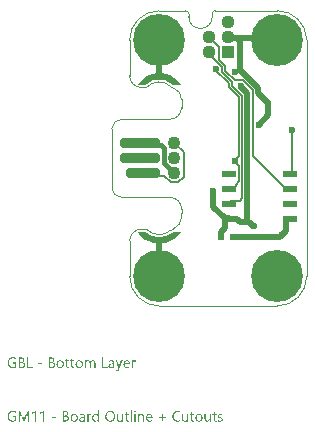
<source format=gbl>
G04*
G04 #@! TF.GenerationSoftware,Altium Limited,Altium Designer,22.11.1 (43)*
G04*
G04 Layer_Physical_Order=2*
G04 Layer_Color=16711680*
%FSAX26Y26*%
%MOIN*%
G70*
G04*
G04 #@! TF.SameCoordinates,345A39FD-F609-404A-8C7F-D1080D3B892E*
G04*
G04*
G04 #@! TF.FilePolarity,Positive*
G04*
G01*
G75*
%ADD10C,0.005906*%
%ADD11C,0.007874*%
%ADD12C,0.003937*%
%ADD40C,0.043307*%
%ADD55C,0.019685*%
%ADD56C,0.173228*%
%ADD57C,0.043701*%
%ADD58R,0.043701X0.043701*%
%ADD59C,0.023622*%
G04:AMPARAMS|DCode=60|XSize=35.433mil|YSize=133.858mil|CornerRadius=13.819mil|HoleSize=0mil|Usage=FLASHONLY|Rotation=90.000|XOffset=0mil|YOffset=0mil|HoleType=Round|Shape=RoundedRectangle|*
%AMROUNDEDRECTD60*
21,1,0.035433,0.106221,0,0,90.0*
21,1,0.007795,0.133858,0,0,90.0*
1,1,0.027638,0.053110,0.003898*
1,1,0.027638,0.053110,-0.003898*
1,1,0.027638,-0.053110,-0.003898*
1,1,0.027638,-0.053110,0.003898*
%
%ADD60ROUNDEDRECTD60*%
G04:AMPARAMS|DCode=61|XSize=35.433mil|YSize=114.173mil|CornerRadius=13.819mil|HoleSize=0mil|Usage=FLASHONLY|Rotation=90.000|XOffset=0mil|YOffset=0mil|HoleType=Round|Shape=RoundedRectangle|*
%AMROUNDEDRECTD61*
21,1,0.035433,0.086535,0,0,90.0*
21,1,0.007795,0.114173,0,0,90.0*
1,1,0.027638,0.043268,0.003898*
1,1,0.027638,0.043268,-0.003898*
1,1,0.027638,-0.043268,-0.003898*
1,1,0.027638,-0.043268,0.003898*
%
%ADD61ROUNDEDRECTD61*%
%ADD62R,0.049213X0.021654*%
%ADD63R,0.019685X0.021654*%
%ADD64C,0.015748*%
G36*
X-00188406Y00283308D02*
X-00174509Y00280802D01*
X-00161202Y00276079D01*
X-00148835Y00269263D01*
X-00137736Y00260535D01*
X-00128197Y00250123D01*
X-00124334Y00244214D01*
X-00124333Y00244214D01*
X-00124333Y00244183D01*
X-00150656Y00244192D01*
X-00155440Y00248428D01*
X-00166118Y00255422D01*
X-00177941Y00260234D01*
X-00190469Y00262686D01*
X-00203234Y00262685D01*
X-00215761Y00260233D01*
X-00227584Y00255419D01*
X-00238262Y00248424D01*
X-00243045Y00244187D01*
X-00243045Y00244188D01*
X-00243110Y00244134D01*
X-00255906Y00244138D01*
X-00257431Y00244138D01*
X-00260466Y00244431D01*
X-00263458Y00245018D01*
X-00266380Y00245890D01*
X-00267792Y00246466D01*
X-00267792Y00246466D01*
X-00267792Y00246466D01*
X-00267792Y00246466D01*
X-00263745Y00252251D01*
X-00253884Y00262358D01*
X-00242516Y00270734D01*
X-00229941Y00277158D01*
X-00216493Y00281461D01*
X-00202524Y00283529D01*
X-00188406Y00283308D01*
X-00188406Y00283308D02*
G37*
G36*
X-00243045Y-00244188D02*
X-00238262Y-00248424D01*
X-00227584Y-00255419D01*
X-00215761Y-00260233D01*
X-00203234Y-00262685D01*
X-00190469Y-00262686D01*
X-00177941Y-00260234D01*
X-00166118Y-00255422D01*
X-00155440Y-00248428D01*
X-00150656Y-00244192D01*
X-00124333Y-00244183D01*
X-00124333Y-00244214D01*
X-00124334Y-00244214D01*
X-00128197Y-00250123D01*
X-00137736Y-00260535D01*
X-00148835Y-00269264D01*
X-00161202Y-00276079D01*
X-00174509Y-00280803D01*
X-00188406Y-00283308D01*
X-00202524Y-00283529D01*
X-00216493Y-00281462D01*
X-00229941Y-00277158D01*
X-00242516Y-00270734D01*
X-00253884Y-00262358D01*
X-00263745Y-00252251D01*
X-00267792Y-00246466D01*
X-00267792Y-00246466D01*
X-00267792Y-00246466D01*
X-00267792Y-00246466D01*
X-00266380Y-00245890D01*
X-00263458Y-00245018D01*
X-00260466Y-00244432D01*
X-00257431Y-00244138D01*
X-00255906Y-00244138D01*
X-00243110Y-00244134D01*
X-00243045Y-00244188D01*
X-00243045Y-00244188D02*
G37*
G36*
X-00683037Y-00663113D02*
X-00682542Y-00663144D01*
X-00681955Y-00663174D01*
X-00681337Y-00663236D01*
X-00680626Y-00663329D01*
X-00679885Y-00663422D01*
X-00679112Y-00663545D01*
X-00678309Y-00663700D01*
X-00677505Y-00663885D01*
X-00676702Y-00664101D01*
X-00675899Y-00664349D01*
X-00675095Y-00664627D01*
X-00674354Y-00664967D01*
X-00674354Y-00669509D01*
X-00674415Y-00669478D01*
X-00674539Y-00669385D01*
X-00674786Y-00669262D01*
X-00675095Y-00669076D01*
X-00675528Y-00668891D01*
X-00676022Y-00668644D01*
X-00676578Y-00668427D01*
X-00677227Y-00668149D01*
X-00677907Y-00667902D01*
X-00678680Y-00667655D01*
X-00679514Y-00667439D01*
X-00680410Y-00667253D01*
X-00681368Y-00667068D01*
X-00682357Y-00666944D01*
X-00683376Y-00666851D01*
X-00684458Y-00666821D01*
X-00684705Y-00666821D01*
X-00685014Y-00666851D01*
X-00685447Y-00666882D01*
X-00685941Y-00666944D01*
X-00686528Y-00667037D01*
X-00687177Y-00667160D01*
X-00687888Y-00667315D01*
X-00688630Y-00667531D01*
X-00689402Y-00667809D01*
X-00690205Y-00668149D01*
X-00691040Y-00668551D01*
X-00691843Y-00669014D01*
X-00692616Y-00669540D01*
X-00693388Y-00670189D01*
X-00694130Y-00670899D01*
X-00694161Y-00670930D01*
X-00694284Y-00671085D01*
X-00694470Y-00671301D01*
X-00694717Y-00671641D01*
X-00694995Y-00672043D01*
X-00695335Y-00672506D01*
X-00695675Y-00673093D01*
X-00696015Y-00673742D01*
X-00696355Y-00674453D01*
X-00696694Y-00675256D01*
X-00697034Y-00676121D01*
X-00697312Y-00677048D01*
X-00697560Y-00678037D01*
X-00697745Y-00679088D01*
X-00697869Y-00680231D01*
X-00697899Y-00681405D01*
X-00697899Y-00681436D01*
X-00697899Y-00681467D01*
X-00697899Y-00681560D01*
X-00697899Y-00681683D01*
X-00697899Y-00681869D01*
X-00697869Y-00682054D01*
X-00697838Y-00682518D01*
X-00697807Y-00683074D01*
X-00697714Y-00683723D01*
X-00697621Y-00684434D01*
X-00697467Y-00685206D01*
X-00697282Y-00686040D01*
X-00697034Y-00686906D01*
X-00696756Y-00687771D01*
X-00696416Y-00688667D01*
X-00696015Y-00689532D01*
X-00695551Y-00690366D01*
X-00695026Y-00691170D01*
X-00694408Y-00691911D01*
X-00694377Y-00691942D01*
X-00694253Y-00692066D01*
X-00694037Y-00692251D01*
X-00693759Y-00692499D01*
X-00693419Y-00692777D01*
X-00692986Y-00693116D01*
X-00692492Y-00693456D01*
X-00691905Y-00693796D01*
X-00691256Y-00694167D01*
X-00690545Y-00694507D01*
X-00689773Y-00694816D01*
X-00688908Y-00695125D01*
X-00688011Y-00695372D01*
X-00687023Y-00695558D01*
X-00686003Y-00695681D01*
X-00684891Y-00695712D01*
X-00684489Y-00695712D01*
X-00684211Y-00695681D01*
X-00683840Y-00695650D01*
X-00683438Y-00695619D01*
X-00682975Y-00695588D01*
X-00682449Y-00695496D01*
X-00681924Y-00695434D01*
X-00681337Y-00695310D01*
X-00680163Y-00695032D01*
X-00679545Y-00694847D01*
X-00678958Y-00694600D01*
X-00678371Y-00694352D01*
X-00677784Y-00694074D01*
X-00677784Y-00684217D01*
X-00685478Y-00684217D01*
X-00685478Y-00680478D01*
X-00673643Y-00680478D01*
X-00673643Y-00696423D01*
X-00673705Y-00696454D01*
X-00673890Y-00696546D01*
X-00674168Y-00696701D01*
X-00674570Y-00696886D01*
X-00675064Y-00697103D01*
X-00675652Y-00697350D01*
X-00676331Y-00697628D01*
X-00677104Y-00697906D01*
X-00677938Y-00698184D01*
X-00678865Y-00698462D01*
X-00679823Y-00698709D01*
X-00680843Y-00698926D01*
X-00681924Y-00699111D01*
X-00683067Y-00699266D01*
X-00684211Y-00699358D01*
X-00685416Y-00699389D01*
X-00685756Y-00699389D01*
X-00685910Y-00699358D01*
X-00686127Y-00699358D01*
X-00686374Y-00699327D01*
X-00686652Y-00699327D01*
X-00687301Y-00699235D01*
X-00688042Y-00699142D01*
X-00688846Y-00698987D01*
X-00689742Y-00698771D01*
X-00690700Y-00698524D01*
X-00691689Y-00698215D01*
X-00692708Y-00697813D01*
X-00693728Y-00697350D01*
X-00694748Y-00696794D01*
X-00695736Y-00696145D01*
X-00696694Y-00695403D01*
X-00697591Y-00694569D01*
X-00697652Y-00694507D01*
X-00697776Y-00694352D01*
X-00698023Y-00694074D01*
X-00698301Y-00693673D01*
X-00698672Y-00693209D01*
X-00699043Y-00692622D01*
X-00699475Y-00691911D01*
X-00699908Y-00691139D01*
X-00700341Y-00690274D01*
X-00700773Y-00689285D01*
X-00701144Y-00688234D01*
X-00701515Y-00687091D01*
X-00701793Y-00685886D01*
X-00702040Y-00684557D01*
X-00702164Y-00683167D01*
X-00702226Y-00681714D01*
X-00702226Y-00681683D01*
X-00702226Y-00681622D01*
X-00702226Y-00681498D01*
X-00702226Y-00681344D01*
X-00702195Y-00681158D01*
X-00702195Y-00680911D01*
X-00702164Y-00680664D01*
X-00702133Y-00680355D01*
X-00702102Y-00680015D01*
X-00702071Y-00679675D01*
X-00701947Y-00678872D01*
X-00701793Y-00677945D01*
X-00701577Y-00676987D01*
X-00701298Y-00675936D01*
X-00700959Y-00674855D01*
X-00700557Y-00673742D01*
X-00700062Y-00672630D01*
X-00699444Y-00671517D01*
X-00698765Y-00670405D01*
X-00697961Y-00669354D01*
X-00697065Y-00668335D01*
X-00697003Y-00668273D01*
X-00696818Y-00668118D01*
X-00696540Y-00667840D01*
X-00696138Y-00667500D01*
X-00695613Y-00667130D01*
X-00695026Y-00666666D01*
X-00694315Y-00666203D01*
X-00693481Y-00665708D01*
X-00692585Y-00665214D01*
X-00691596Y-00664750D01*
X-00690545Y-00664287D01*
X-00689371Y-00663916D01*
X-00688135Y-00663576D01*
X-00686837Y-00663298D01*
X-00685447Y-00663144D01*
X-00683995Y-00663082D01*
X-00683438Y-00663082D01*
X-00683037Y-00663113D01*
X-00683037Y-00663113D02*
G37*
G36*
X-00416802Y-00673155D02*
X-00416617Y-00673155D01*
X-00416401Y-00673186D01*
X-00415875Y-00673279D01*
X-00415257Y-00673433D01*
X-00414546Y-00673649D01*
X-00413805Y-00673989D01*
X-00413032Y-00674391D01*
X-00412631Y-00674669D01*
X-00412260Y-00674947D01*
X-00411889Y-00675256D01*
X-00411518Y-00675627D01*
X-00411147Y-00676029D01*
X-00410808Y-00676461D01*
X-00410499Y-00676925D01*
X-00410190Y-00677450D01*
X-00409911Y-00678006D01*
X-00409664Y-00678624D01*
X-00409448Y-00679273D01*
X-00409232Y-00679984D01*
X-00409108Y-00680726D01*
X-00408985Y-00681560D01*
X-00408923Y-00682425D01*
X-00408892Y-00683352D01*
X-00408892Y-00698802D01*
X-00412909Y-00698802D01*
X-00412909Y-00684403D01*
X-00412909Y-00684341D01*
X-00412909Y-00684217D01*
X-00412909Y-00684001D01*
X-00412940Y-00683723D01*
X-00412940Y-00683383D01*
X-00412971Y-00682981D01*
X-00413002Y-00682549D01*
X-00413063Y-00682085D01*
X-00413218Y-00681096D01*
X-00413465Y-00680108D01*
X-00413589Y-00679613D01*
X-00413774Y-00679181D01*
X-00413990Y-00678748D01*
X-00414207Y-00678377D01*
X-00414207Y-00678346D01*
X-00414268Y-00678284D01*
X-00414330Y-00678192D01*
X-00414454Y-00678099D01*
X-00414577Y-00677945D01*
X-00414763Y-00677790D01*
X-00414979Y-00677636D01*
X-00415226Y-00677450D01*
X-00415504Y-00677265D01*
X-00415813Y-00677110D01*
X-00416184Y-00676956D01*
X-00416555Y-00676801D01*
X-00416988Y-00676709D01*
X-00417482Y-00676616D01*
X-00417976Y-00676554D01*
X-00418533Y-00676523D01*
X-00418780Y-00676523D01*
X-00418965Y-00676554D01*
X-00419182Y-00676585D01*
X-00419429Y-00676647D01*
X-00420047Y-00676801D01*
X-00420387Y-00676925D01*
X-00420726Y-00677110D01*
X-00421097Y-00677296D01*
X-00421437Y-00677512D01*
X-00421808Y-00677790D01*
X-00422179Y-00678099D01*
X-00422550Y-00678470D01*
X-00422889Y-00678872D01*
X-00422920Y-00678903D01*
X-00422951Y-00678964D01*
X-00423044Y-00679119D01*
X-00423168Y-00679273D01*
X-00423291Y-00679520D01*
X-00423446Y-00679799D01*
X-00423631Y-00680108D01*
X-00423786Y-00680447D01*
X-00423940Y-00680849D01*
X-00424125Y-00681282D01*
X-00424280Y-00681745D01*
X-00424404Y-00682240D01*
X-00424527Y-00682765D01*
X-00424589Y-00683321D01*
X-00424651Y-00683877D01*
X-00424682Y-00684495D01*
X-00424682Y-00698802D01*
X-00428699Y-00698802D01*
X-00428699Y-00683908D01*
X-00428699Y-00683877D01*
X-00428699Y-00683816D01*
X-00428699Y-00683723D01*
X-00428699Y-00683599D01*
X-00428730Y-00683414D01*
X-00428730Y-00683229D01*
X-00428791Y-00682765D01*
X-00428884Y-00682209D01*
X-00429008Y-00681560D01*
X-00429162Y-00680911D01*
X-00429409Y-00680200D01*
X-00429718Y-00679520D01*
X-00430089Y-00678872D01*
X-00430553Y-00678223D01*
X-00431109Y-00677667D01*
X-00431758Y-00677203D01*
X-00432129Y-00677018D01*
X-00432530Y-00676832D01*
X-00432963Y-00676709D01*
X-00433396Y-00676616D01*
X-00433890Y-00676554D01*
X-00434415Y-00676523D01*
X-00434662Y-00676523D01*
X-00434848Y-00676554D01*
X-00435095Y-00676585D01*
X-00435342Y-00676647D01*
X-00435960Y-00676801D01*
X-00436300Y-00676925D01*
X-00436640Y-00677079D01*
X-00437011Y-00677234D01*
X-00437382Y-00677450D01*
X-00437752Y-00677728D01*
X-00438123Y-00678006D01*
X-00438463Y-00678346D01*
X-00438803Y-00678748D01*
X-00438834Y-00678779D01*
X-00438865Y-00678841D01*
X-00438957Y-00678964D01*
X-00439081Y-00679150D01*
X-00439205Y-00679366D01*
X-00439328Y-00679613D01*
X-00439483Y-00679922D01*
X-00439637Y-00680293D01*
X-00439823Y-00680695D01*
X-00439977Y-00681127D01*
X-00440101Y-00681591D01*
X-00440224Y-00682085D01*
X-00440348Y-00682641D01*
X-00440441Y-00683229D01*
X-00440472Y-00683846D01*
X-00440502Y-00684495D01*
X-00440502Y-00698802D01*
X-00444519Y-00698802D01*
X-00444519Y-00673711D01*
X-00440502Y-00673711D01*
X-00440502Y-00677697D01*
X-00440410Y-00677697D01*
X-00440379Y-00677636D01*
X-00440286Y-00677512D01*
X-00440132Y-00677265D01*
X-00439915Y-00676987D01*
X-00439637Y-00676647D01*
X-00439297Y-00676245D01*
X-00438896Y-00675843D01*
X-00438432Y-00675411D01*
X-00437907Y-00674978D01*
X-00437320Y-00674577D01*
X-00436671Y-00674175D01*
X-00435991Y-00673835D01*
X-00435219Y-00673557D01*
X-00434384Y-00673310D01*
X-00433519Y-00673186D01*
X-00432592Y-00673124D01*
X-00432345Y-00673124D01*
X-00432159Y-00673155D01*
X-00431943Y-00673155D01*
X-00431665Y-00673186D01*
X-00431387Y-00673248D01*
X-00431078Y-00673310D01*
X-00430367Y-00673464D01*
X-00429626Y-00673742D01*
X-00428884Y-00674082D01*
X-00428513Y-00674329D01*
X-00428142Y-00674577D01*
X-00428112Y-00674607D01*
X-00428050Y-00674638D01*
X-00427957Y-00674731D01*
X-00427834Y-00674824D01*
X-00427494Y-00675164D01*
X-00427092Y-00675565D01*
X-00426659Y-00676121D01*
X-00426227Y-00676770D01*
X-00425825Y-00677512D01*
X-00425516Y-00678346D01*
X-00425485Y-00678284D01*
X-00425392Y-00678130D01*
X-00425207Y-00677852D01*
X-00424991Y-00677543D01*
X-00424682Y-00677141D01*
X-00424342Y-00676678D01*
X-00423909Y-00676214D01*
X-00423415Y-00675720D01*
X-00422859Y-00675256D01*
X-00422241Y-00674762D01*
X-00421561Y-00674329D01*
X-00420819Y-00673928D01*
X-00419985Y-00673619D01*
X-00419120Y-00673341D01*
X-00418162Y-00673186D01*
X-00417173Y-00673124D01*
X-00416957Y-00673124D01*
X-00416802Y-00673155D01*
X-00416802Y-00673155D02*
G37*
G36*
X-00276640Y-00673310D02*
X-00276300Y-00673310D01*
X-00275929Y-00673371D01*
X-00275527Y-00673433D01*
X-00275126Y-00673495D01*
X-00274786Y-00673619D01*
X-00274786Y-00677790D01*
X-00274848Y-00677759D01*
X-00274971Y-00677667D01*
X-00275218Y-00677543D01*
X-00275558Y-00677388D01*
X-00276022Y-00677234D01*
X-00276516Y-00677110D01*
X-00277134Y-00677018D01*
X-00277845Y-00676987D01*
X-00278092Y-00676987D01*
X-00278277Y-00677018D01*
X-00278494Y-00677048D01*
X-00278741Y-00677110D01*
X-00279328Y-00677296D01*
X-00279668Y-00677419D01*
X-00280008Y-00677574D01*
X-00280379Y-00677790D01*
X-00280750Y-00678006D01*
X-00281089Y-00678284D01*
X-00281460Y-00678624D01*
X-00281800Y-00678995D01*
X-00282140Y-00679428D01*
X-00282171Y-00679459D01*
X-00282202Y-00679551D01*
X-00282295Y-00679675D01*
X-00282418Y-00679860D01*
X-00282542Y-00680108D01*
X-00282696Y-00680417D01*
X-00282851Y-00680756D01*
X-00283005Y-00681158D01*
X-00283160Y-00681591D01*
X-00283314Y-00682085D01*
X-00283469Y-00682641D01*
X-00283592Y-00683229D01*
X-00283716Y-00683877D01*
X-00283809Y-00684557D01*
X-00283839Y-00685268D01*
X-00283870Y-00686040D01*
X-00283870Y-00698802D01*
X-00287887Y-00698802D01*
X-00287887Y-00673711D01*
X-00283870Y-00673711D01*
X-00283870Y-00678903D01*
X-00283778Y-00678903D01*
X-00283778Y-00678872D01*
X-00283747Y-00678779D01*
X-00283685Y-00678655D01*
X-00283623Y-00678470D01*
X-00283531Y-00678254D01*
X-00283407Y-00677976D01*
X-00283129Y-00677388D01*
X-00282758Y-00676709D01*
X-00282295Y-00676029D01*
X-00281769Y-00675380D01*
X-00281151Y-00674762D01*
X-00281120Y-00674731D01*
X-00281058Y-00674700D01*
X-00280966Y-00674638D01*
X-00280842Y-00674515D01*
X-00280688Y-00674422D01*
X-00280471Y-00674298D01*
X-00280008Y-00674020D01*
X-00279421Y-00673742D01*
X-00278741Y-00673495D01*
X-00277999Y-00673341D01*
X-00277598Y-00673310D01*
X-00277196Y-00673279D01*
X-00276949Y-00673279D01*
X-00276640Y-00673310D01*
X-00276640Y-00673310D02*
G37*
G36*
X-00587061Y-00686411D02*
X-00600441Y-00686411D01*
X-00600441Y-00683259D01*
X-00587061Y-00683259D01*
X-00587061Y-00686411D01*
X-00587061Y-00686411D02*
G37*
G36*
X-00329973Y-00702819D02*
X-00329973Y-00702850D01*
X-00330004Y-00702912D01*
X-00330066Y-00703005D01*
X-00330128Y-00703159D01*
X-00330190Y-00703344D01*
X-00330282Y-00703530D01*
X-00330529Y-00704024D01*
X-00330869Y-00704611D01*
X-00331240Y-00705291D01*
X-00331704Y-00705971D01*
X-00332229Y-00706712D01*
X-00332816Y-00707423D01*
X-00333465Y-00708134D01*
X-00334176Y-00708814D01*
X-00334948Y-00709401D01*
X-00335782Y-00709895D01*
X-00336215Y-00710081D01*
X-00336678Y-00710266D01*
X-00337142Y-00710420D01*
X-00337636Y-00710513D01*
X-00338131Y-00710575D01*
X-00338656Y-00710606D01*
X-00338903Y-00710606D01*
X-00339212Y-00710575D01*
X-00339583Y-00710575D01*
X-00339985Y-00710513D01*
X-00340417Y-00710451D01*
X-00340881Y-00710390D01*
X-00341283Y-00710266D01*
X-00341283Y-00706682D01*
X-00341221Y-00706712D01*
X-00341066Y-00706743D01*
X-00340819Y-00706805D01*
X-00340510Y-00706898D01*
X-00340139Y-00706991D01*
X-00339738Y-00707052D01*
X-00339305Y-00707083D01*
X-00338903Y-00707114D01*
X-00338780Y-00707114D01*
X-00338625Y-00707083D01*
X-00338409Y-00707052D01*
X-00338162Y-00706991D01*
X-00337853Y-00706929D01*
X-00337544Y-00706805D01*
X-00337173Y-00706651D01*
X-00336833Y-00706465D01*
X-00336431Y-00706218D01*
X-00336060Y-00705940D01*
X-00335690Y-00705600D01*
X-00335319Y-00705168D01*
X-00334948Y-00704704D01*
X-00334639Y-00704148D01*
X-00334330Y-00703499D01*
X-00332322Y-00698771D01*
X-00342117Y-00673711D01*
X-00337667Y-00673711D01*
X-00330869Y-00693024D01*
X-00330869Y-00693055D01*
X-00330838Y-00693116D01*
X-00330808Y-00693209D01*
X-00330746Y-00693395D01*
X-00330684Y-00693642D01*
X-00330622Y-00693982D01*
X-00330498Y-00694414D01*
X-00330375Y-00694940D01*
X-00330220Y-00694940D01*
X-00330220Y-00694909D01*
X-00330190Y-00694816D01*
X-00330159Y-00694692D01*
X-00330097Y-00694476D01*
X-00330035Y-00694229D01*
X-00329973Y-00693920D01*
X-00329850Y-00693518D01*
X-00329726Y-00693086D01*
X-00322588Y-00673711D01*
X-00318447Y-00673711D01*
X-00329973Y-00702819D01*
X-00329973Y-00702819D02*
G37*
G36*
X-00354446Y-00673155D02*
X-00354230Y-00673155D01*
X-00354013Y-00673186D01*
X-00353735Y-00673217D01*
X-00353426Y-00673279D01*
X-00352777Y-00673402D01*
X-00352005Y-00673619D01*
X-00351232Y-00673897D01*
X-00350398Y-00674298D01*
X-00349564Y-00674793D01*
X-00349162Y-00675071D01*
X-00348760Y-00675411D01*
X-00348390Y-00675782D01*
X-00348019Y-00676152D01*
X-00347679Y-00676585D01*
X-00347370Y-00677079D01*
X-00347061Y-00677574D01*
X-00346783Y-00678130D01*
X-00346567Y-00678748D01*
X-00346350Y-00679397D01*
X-00346196Y-00680077D01*
X-00346072Y-00680849D01*
X-00346010Y-00681622D01*
X-00345979Y-00682487D01*
X-00345979Y-00698802D01*
X-00349996Y-00698802D01*
X-00349996Y-00694909D01*
X-00350089Y-00694909D01*
X-00350120Y-00694971D01*
X-00350213Y-00695094D01*
X-00350367Y-00695310D01*
X-00350584Y-00695619D01*
X-00350862Y-00695959D01*
X-00351202Y-00696330D01*
X-00351572Y-00696732D01*
X-00352036Y-00697134D01*
X-00352561Y-00697566D01*
X-00353117Y-00697968D01*
X-00353766Y-00698339D01*
X-00354446Y-00698678D01*
X-00355219Y-00698987D01*
X-00356022Y-00699204D01*
X-00356887Y-00699327D01*
X-00357814Y-00699389D01*
X-00358185Y-00699389D01*
X-00358432Y-00699358D01*
X-00358741Y-00699327D01*
X-00359112Y-00699297D01*
X-00359514Y-00699235D01*
X-00359946Y-00699142D01*
X-00360904Y-00698895D01*
X-00361368Y-00698740D01*
X-00361862Y-00698555D01*
X-00362356Y-00698339D01*
X-00362820Y-00698061D01*
X-00363252Y-00697751D01*
X-00363685Y-00697412D01*
X-00363716Y-00697381D01*
X-00363778Y-00697319D01*
X-00363870Y-00697195D01*
X-00364025Y-00697041D01*
X-00364180Y-00696855D01*
X-00364334Y-00696608D01*
X-00364550Y-00696330D01*
X-00364736Y-00696021D01*
X-00364921Y-00695650D01*
X-00365106Y-00695249D01*
X-00365292Y-00694816D01*
X-00365446Y-00694352D01*
X-00365601Y-00693858D01*
X-00365694Y-00693333D01*
X-00365755Y-00692746D01*
X-00365786Y-00692159D01*
X-00365786Y-00692128D01*
X-00365786Y-00692066D01*
X-00365786Y-00691973D01*
X-00365755Y-00691850D01*
X-00365755Y-00691695D01*
X-00365724Y-00691510D01*
X-00365663Y-00691046D01*
X-00365539Y-00690490D01*
X-00365354Y-00689872D01*
X-00365106Y-00689192D01*
X-00364736Y-00688481D01*
X-00364303Y-00687771D01*
X-00363778Y-00687060D01*
X-00363438Y-00686720D01*
X-00363098Y-00686380D01*
X-00362696Y-00686040D01*
X-00362295Y-00685731D01*
X-00361831Y-00685422D01*
X-00361337Y-00685144D01*
X-00360811Y-00684897D01*
X-00360224Y-00684650D01*
X-00359606Y-00684434D01*
X-00358957Y-00684248D01*
X-00358247Y-00684094D01*
X-00357505Y-00683970D01*
X-00349996Y-00682919D01*
X-00349996Y-00682889D01*
X-00349996Y-00682858D01*
X-00349996Y-00682765D01*
X-00349996Y-00682641D01*
X-00350027Y-00682332D01*
X-00350089Y-00681931D01*
X-00350151Y-00681436D01*
X-00350274Y-00680880D01*
X-00350429Y-00680324D01*
X-00350645Y-00679706D01*
X-00350923Y-00679119D01*
X-00351263Y-00678532D01*
X-00351665Y-00678006D01*
X-00352159Y-00677512D01*
X-00352777Y-00677110D01*
X-00353457Y-00676801D01*
X-00353828Y-00676678D01*
X-00354261Y-00676585D01*
X-00354693Y-00676554D01*
X-00355157Y-00676523D01*
X-00355373Y-00676523D01*
X-00355589Y-00676554D01*
X-00355929Y-00676585D01*
X-00356331Y-00676616D01*
X-00356794Y-00676678D01*
X-00357320Y-00676770D01*
X-00357876Y-00676894D01*
X-00358494Y-00677079D01*
X-00359143Y-00677265D01*
X-00359823Y-00677512D01*
X-00360533Y-00677821D01*
X-00361244Y-00678192D01*
X-00361955Y-00678593D01*
X-00362665Y-00679057D01*
X-00363345Y-00679613D01*
X-00363345Y-00675504D01*
X-00363314Y-00675473D01*
X-00363191Y-00675411D01*
X-00362974Y-00675287D01*
X-00362696Y-00675133D01*
X-00362325Y-00674947D01*
X-00361924Y-00674762D01*
X-00361429Y-00674546D01*
X-00360873Y-00674298D01*
X-00360286Y-00674082D01*
X-00359637Y-00673866D01*
X-00358926Y-00673680D01*
X-00358185Y-00673495D01*
X-00357382Y-00673341D01*
X-00356578Y-00673217D01*
X-00355713Y-00673155D01*
X-00354817Y-00673124D01*
X-00354601Y-00673124D01*
X-00354446Y-00673155D01*
X-00354446Y-00673155D02*
G37*
G36*
X-00382874Y-00695094D02*
X-00368753Y-00695094D01*
X-00368753Y-00698802D01*
X-00386984Y-00698802D01*
X-00386984Y-00663669D01*
X-00382874Y-00663669D01*
X-00382874Y-00695094D01*
X-00382874Y-00695094D02*
G37*
G36*
X-00554802Y-00663700D02*
X-00554431Y-00663731D01*
X-00553998Y-00663792D01*
X-00553504Y-00663854D01*
X-00552948Y-00663947D01*
X-00552391Y-00664071D01*
X-00551804Y-00664225D01*
X-00551186Y-00664410D01*
X-00550599Y-00664627D01*
X-00549981Y-00664874D01*
X-00549425Y-00665183D01*
X-00548869Y-00665523D01*
X-00548343Y-00665924D01*
X-00548313Y-00665955D01*
X-00548220Y-00666017D01*
X-00548096Y-00666141D01*
X-00547942Y-00666326D01*
X-00547726Y-00666543D01*
X-00547509Y-00666821D01*
X-00547262Y-00667130D01*
X-00547015Y-00667470D01*
X-00546768Y-00667871D01*
X-00546520Y-00668304D01*
X-00546304Y-00668798D01*
X-00546088Y-00669293D01*
X-00545933Y-00669849D01*
X-00545810Y-00670436D01*
X-00545717Y-00671054D01*
X-00545686Y-00671703D01*
X-00545686Y-00671734D01*
X-00545686Y-00671826D01*
X-00545686Y-00671981D01*
X-00545717Y-00672197D01*
X-00545748Y-00672475D01*
X-00545779Y-00672753D01*
X-00545810Y-00673093D01*
X-00545871Y-00673464D01*
X-00546088Y-00674298D01*
X-00546366Y-00675164D01*
X-00546551Y-00675627D01*
X-00546768Y-00676060D01*
X-00547015Y-00676492D01*
X-00547293Y-00676925D01*
X-00547324Y-00676956D01*
X-00547355Y-00677018D01*
X-00547447Y-00677141D01*
X-00547602Y-00677296D01*
X-00547756Y-00677450D01*
X-00547942Y-00677667D01*
X-00548189Y-00677883D01*
X-00548436Y-00678130D01*
X-00548745Y-00678377D01*
X-00549085Y-00678655D01*
X-00549456Y-00678903D01*
X-00549858Y-00679181D01*
X-00550290Y-00679428D01*
X-00550723Y-00679644D01*
X-00551742Y-00680046D01*
X-00551742Y-00680139D01*
X-00551712Y-00680139D01*
X-00551588Y-00680169D01*
X-00551403Y-00680200D01*
X-00551155Y-00680231D01*
X-00550846Y-00680293D01*
X-00550506Y-00680386D01*
X-00550105Y-00680509D01*
X-00549703Y-00680633D01*
X-00548807Y-00680973D01*
X-00548313Y-00681189D01*
X-00547849Y-00681467D01*
X-00547386Y-00681745D01*
X-00546922Y-00682054D01*
X-00546459Y-00682425D01*
X-00546057Y-00682827D01*
X-00546026Y-00682858D01*
X-00545964Y-00682919D01*
X-00545871Y-00683043D01*
X-00545717Y-00683229D01*
X-00545562Y-00683476D01*
X-00545377Y-00683723D01*
X-00545192Y-00684063D01*
X-00544975Y-00684403D01*
X-00544790Y-00684804D01*
X-00544605Y-00685268D01*
X-00544419Y-00685731D01*
X-00544265Y-00686257D01*
X-00544110Y-00686844D01*
X-00544018Y-00687431D01*
X-00543956Y-00688049D01*
X-00543925Y-00688729D01*
X-00543925Y-00688790D01*
X-00543925Y-00688914D01*
X-00543956Y-00689161D01*
X-00543987Y-00689470D01*
X-00544018Y-00689872D01*
X-00544110Y-00690305D01*
X-00544203Y-00690799D01*
X-00544327Y-00691324D01*
X-00544512Y-00691911D01*
X-00544728Y-00692499D01*
X-00544975Y-00693086D01*
X-00545284Y-00693704D01*
X-00545655Y-00694322D01*
X-00546088Y-00694909D01*
X-00546582Y-00695465D01*
X-00547169Y-00696021D01*
X-00547200Y-00696052D01*
X-00547324Y-00696145D01*
X-00547509Y-00696268D01*
X-00547756Y-00696454D01*
X-00548065Y-00696670D01*
X-00548467Y-00696886D01*
X-00548900Y-00697164D01*
X-00549394Y-00697412D01*
X-00549981Y-00697659D01*
X-00550599Y-00697906D01*
X-00551248Y-00698153D01*
X-00551990Y-00698370D01*
X-00552762Y-00698555D01*
X-00553566Y-00698678D01*
X-00554431Y-00698771D01*
X-00555327Y-00698802D01*
X-00565555Y-00698802D01*
X-00565555Y-00663669D01*
X-00555141Y-00663669D01*
X-00554802Y-00663700D01*
X-00554802Y-00663700D02*
G37*
G36*
X-00632608Y-00695094D02*
X-00618486Y-00695094D01*
X-00618486Y-00698802D01*
X-00636717Y-00698802D01*
X-00636717Y-00663669D01*
X-00632608Y-00663669D01*
X-00632608Y-00695094D01*
X-00632608Y-00695094D02*
G37*
G36*
X-00654732Y-00663700D02*
X-00654361Y-00663731D01*
X-00653929Y-00663792D01*
X-00653434Y-00663854D01*
X-00652878Y-00663947D01*
X-00652322Y-00664071D01*
X-00651735Y-00664225D01*
X-00651117Y-00664410D01*
X-00650530Y-00664627D01*
X-00649912Y-00664874D01*
X-00649356Y-00665183D01*
X-00648799Y-00665523D01*
X-00648274Y-00665924D01*
X-00648243Y-00665955D01*
X-00648150Y-00666017D01*
X-00648027Y-00666141D01*
X-00647872Y-00666326D01*
X-00647656Y-00666543D01*
X-00647440Y-00666821D01*
X-00647193Y-00667130D01*
X-00646945Y-00667470D01*
X-00646698Y-00667871D01*
X-00646451Y-00668304D01*
X-00646235Y-00668798D01*
X-00646018Y-00669293D01*
X-00645864Y-00669849D01*
X-00645740Y-00670436D01*
X-00645648Y-00671054D01*
X-00645617Y-00671703D01*
X-00645617Y-00671734D01*
X-00645617Y-00671826D01*
X-00645617Y-00671981D01*
X-00645648Y-00672197D01*
X-00645678Y-00672475D01*
X-00645709Y-00672753D01*
X-00645740Y-00673093D01*
X-00645802Y-00673464D01*
X-00646018Y-00674298D01*
X-00646297Y-00675164D01*
X-00646482Y-00675627D01*
X-00646698Y-00676060D01*
X-00646945Y-00676492D01*
X-00647223Y-00676925D01*
X-00647254Y-00676956D01*
X-00647285Y-00677018D01*
X-00647378Y-00677141D01*
X-00647533Y-00677296D01*
X-00647687Y-00677450D01*
X-00647872Y-00677667D01*
X-00648120Y-00677883D01*
X-00648367Y-00678130D01*
X-00648676Y-00678377D01*
X-00649016Y-00678655D01*
X-00649386Y-00678903D01*
X-00649788Y-00679181D01*
X-00650221Y-00679428D01*
X-00650653Y-00679644D01*
X-00651673Y-00680046D01*
X-00651673Y-00680139D01*
X-00651642Y-00680139D01*
X-00651519Y-00680169D01*
X-00651333Y-00680200D01*
X-00651086Y-00680231D01*
X-00650777Y-00680293D01*
X-00650437Y-00680386D01*
X-00650035Y-00680509D01*
X-00649634Y-00680633D01*
X-00648738Y-00680973D01*
X-00648243Y-00681189D01*
X-00647780Y-00681467D01*
X-00647316Y-00681745D01*
X-00646853Y-00682054D01*
X-00646389Y-00682425D01*
X-00645987Y-00682827D01*
X-00645957Y-00682858D01*
X-00645895Y-00682919D01*
X-00645802Y-00683043D01*
X-00645648Y-00683229D01*
X-00645493Y-00683476D01*
X-00645308Y-00683723D01*
X-00645122Y-00684063D01*
X-00644906Y-00684403D01*
X-00644721Y-00684804D01*
X-00644535Y-00685268D01*
X-00644350Y-00685731D01*
X-00644195Y-00686257D01*
X-00644041Y-00686844D01*
X-00643948Y-00687431D01*
X-00643886Y-00688049D01*
X-00643855Y-00688729D01*
X-00643855Y-00688790D01*
X-00643855Y-00688914D01*
X-00643886Y-00689161D01*
X-00643917Y-00689470D01*
X-00643948Y-00689872D01*
X-00644041Y-00690305D01*
X-00644134Y-00690799D01*
X-00644257Y-00691324D01*
X-00644442Y-00691911D01*
X-00644659Y-00692499D01*
X-00644906Y-00693086D01*
X-00645215Y-00693704D01*
X-00645586Y-00694322D01*
X-00646018Y-00694909D01*
X-00646513Y-00695465D01*
X-00647100Y-00696021D01*
X-00647131Y-00696052D01*
X-00647254Y-00696145D01*
X-00647440Y-00696268D01*
X-00647687Y-00696454D01*
X-00647996Y-00696670D01*
X-00648398Y-00696886D01*
X-00648830Y-00697164D01*
X-00649325Y-00697412D01*
X-00649912Y-00697659D01*
X-00650530Y-00697906D01*
X-00651179Y-00698153D01*
X-00651920Y-00698370D01*
X-00652693Y-00698555D01*
X-00653496Y-00698678D01*
X-00654361Y-00698771D01*
X-00655258Y-00698802D01*
X-00665485Y-00698802D01*
X-00665485Y-00663669D01*
X-00655072Y-00663669D01*
X-00654732Y-00663700D01*
X-00654732Y-00663700D02*
G37*
G36*
X-00485616Y-00673711D02*
X-00479282Y-00673711D01*
X-00479282Y-00677172D01*
X-00485616Y-00677172D01*
X-00485616Y-00691293D01*
X-00485616Y-00691324D01*
X-00485616Y-00691417D01*
X-00485616Y-00691541D01*
X-00485616Y-00691695D01*
X-00485586Y-00691911D01*
X-00485555Y-00692159D01*
X-00485493Y-00692684D01*
X-00485400Y-00693302D01*
X-00485246Y-00693889D01*
X-00485029Y-00694445D01*
X-00484906Y-00694692D01*
X-00484751Y-00694909D01*
X-00484720Y-00694940D01*
X-00484597Y-00695063D01*
X-00484380Y-00695249D01*
X-00484072Y-00695434D01*
X-00483670Y-00695650D01*
X-00483175Y-00695805D01*
X-00482588Y-00695928D01*
X-00481909Y-00695990D01*
X-00481661Y-00695990D01*
X-00481383Y-00695959D01*
X-00481012Y-00695898D01*
X-00480611Y-00695774D01*
X-00480147Y-00695650D01*
X-00479715Y-00695434D01*
X-00479282Y-00695156D01*
X-00479282Y-00698586D01*
X-00479313Y-00698586D01*
X-00479344Y-00698617D01*
X-00479437Y-00698648D01*
X-00479529Y-00698709D01*
X-00479869Y-00698833D01*
X-00480271Y-00698957D01*
X-00480827Y-00699080D01*
X-00481476Y-00699204D01*
X-00482217Y-00699297D01*
X-00483052Y-00699327D01*
X-00483330Y-00699327D01*
X-00483670Y-00699266D01*
X-00484072Y-00699204D01*
X-00484566Y-00699111D01*
X-00485122Y-00698926D01*
X-00485740Y-00698709D01*
X-00486327Y-00698400D01*
X-00486945Y-00698030D01*
X-00487563Y-00697535D01*
X-00488119Y-00696948D01*
X-00488367Y-00696608D01*
X-00488614Y-00696237D01*
X-00488830Y-00695836D01*
X-00489015Y-00695403D01*
X-00489201Y-00694940D01*
X-00489355Y-00694414D01*
X-00489479Y-00693889D01*
X-00489572Y-00693302D01*
X-00489603Y-00692684D01*
X-00489634Y-00692004D01*
X-00489634Y-00677172D01*
X-00493929Y-00677172D01*
X-00493929Y-00673711D01*
X-00489634Y-00673711D01*
X-00489634Y-00667593D01*
X-00485616Y-00666295D01*
X-00485616Y-00673711D01*
X-00485616Y-00673711D02*
G37*
G36*
X-00502611Y-00673711D02*
X-00496277Y-00673711D01*
X-00496277Y-00677172D01*
X-00502611Y-00677172D01*
X-00502611Y-00691293D01*
X-00502611Y-00691324D01*
X-00502611Y-00691417D01*
X-00502611Y-00691541D01*
X-00502611Y-00691695D01*
X-00502581Y-00691911D01*
X-00502550Y-00692159D01*
X-00502488Y-00692684D01*
X-00502395Y-00693302D01*
X-00502241Y-00693889D01*
X-00502024Y-00694445D01*
X-00501901Y-00694692D01*
X-00501746Y-00694909D01*
X-00501715Y-00694940D01*
X-00501592Y-00695063D01*
X-00501375Y-00695249D01*
X-00501067Y-00695434D01*
X-00500665Y-00695650D01*
X-00500170Y-00695805D01*
X-00499583Y-00695928D01*
X-00498904Y-00695990D01*
X-00498656Y-00695990D01*
X-00498378Y-00695959D01*
X-00498007Y-00695898D01*
X-00497606Y-00695774D01*
X-00497142Y-00695650D01*
X-00496710Y-00695434D01*
X-00496277Y-00695156D01*
X-00496277Y-00698586D01*
X-00496308Y-00698586D01*
X-00496339Y-00698617D01*
X-00496432Y-00698648D01*
X-00496524Y-00698709D01*
X-00496864Y-00698833D01*
X-00497266Y-00698957D01*
X-00497822Y-00699080D01*
X-00498471Y-00699204D01*
X-00499212Y-00699297D01*
X-00500047Y-00699327D01*
X-00500325Y-00699327D01*
X-00500665Y-00699266D01*
X-00501067Y-00699204D01*
X-00501561Y-00699111D01*
X-00502117Y-00698926D01*
X-00502735Y-00698709D01*
X-00503322Y-00698400D01*
X-00503940Y-00698030D01*
X-00504558Y-00697535D01*
X-00505114Y-00696948D01*
X-00505362Y-00696608D01*
X-00505609Y-00696237D01*
X-00505825Y-00695836D01*
X-00506010Y-00695403D01*
X-00506196Y-00694940D01*
X-00506350Y-00694414D01*
X-00506474Y-00693889D01*
X-00506567Y-00693302D01*
X-00506598Y-00692684D01*
X-00506628Y-00692004D01*
X-00506628Y-00677172D01*
X-00510924Y-00677172D01*
X-00510924Y-00673711D01*
X-00506628Y-00673711D01*
X-00506628Y-00667593D01*
X-00502611Y-00666295D01*
X-00502611Y-00673711D01*
X-00502611Y-00673711D02*
G37*
G36*
X-00303801Y-00673155D02*
X-00303461Y-00673186D01*
X-00303028Y-00673217D01*
X-00302565Y-00673279D01*
X-00302040Y-00673402D01*
X-00301483Y-00673526D01*
X-00300865Y-00673680D01*
X-00300247Y-00673897D01*
X-00299629Y-00674175D01*
X-00298981Y-00674484D01*
X-00298363Y-00674855D01*
X-00297775Y-00675287D01*
X-00297188Y-00675782D01*
X-00296663Y-00676338D01*
X-00296632Y-00676369D01*
X-00296539Y-00676492D01*
X-00296416Y-00676678D01*
X-00296230Y-00676925D01*
X-00296045Y-00677234D01*
X-00295798Y-00677636D01*
X-00295551Y-00678099D01*
X-00295303Y-00678624D01*
X-00295056Y-00679242D01*
X-00294809Y-00679891D01*
X-00294562Y-00680633D01*
X-00294376Y-00681405D01*
X-00294191Y-00682271D01*
X-00294067Y-00683167D01*
X-00293975Y-00684155D01*
X-00293944Y-00685175D01*
X-00293944Y-00687276D01*
X-00311680Y-00687276D01*
X-00311680Y-00687338D01*
X-00311680Y-00687462D01*
X-00311649Y-00687678D01*
X-00311619Y-00687956D01*
X-00311588Y-00688327D01*
X-00311526Y-00688729D01*
X-00311464Y-00689161D01*
X-00311341Y-00689656D01*
X-00311062Y-00690706D01*
X-00310877Y-00691232D01*
X-00310661Y-00691788D01*
X-00310413Y-00692313D01*
X-00310135Y-00692838D01*
X-00309796Y-00693302D01*
X-00309425Y-00693765D01*
X-00309394Y-00693796D01*
X-00309332Y-00693858D01*
X-00309208Y-00693982D01*
X-00309023Y-00694105D01*
X-00308807Y-00694291D01*
X-00308529Y-00694476D01*
X-00308220Y-00694692D01*
X-00307880Y-00694878D01*
X-00307478Y-00695094D01*
X-00307014Y-00695310D01*
X-00306551Y-00695496D01*
X-00305995Y-00695681D01*
X-00305439Y-00695805D01*
X-00304821Y-00695928D01*
X-00304172Y-00695990D01*
X-00303492Y-00696021D01*
X-00303307Y-00696021D01*
X-00303090Y-00695990D01*
X-00302781Y-00695990D01*
X-00302410Y-00695928D01*
X-00301978Y-00695867D01*
X-00301483Y-00695774D01*
X-00300927Y-00695681D01*
X-00300340Y-00695527D01*
X-00299722Y-00695341D01*
X-00299073Y-00695125D01*
X-00298424Y-00694847D01*
X-00297745Y-00694538D01*
X-00297065Y-00694167D01*
X-00296385Y-00693735D01*
X-00295705Y-00693240D01*
X-00295705Y-00697010D01*
X-00295736Y-00697041D01*
X-00295860Y-00697103D01*
X-00296045Y-00697226D01*
X-00296292Y-00697381D01*
X-00296632Y-00697566D01*
X-00297034Y-00697751D01*
X-00297497Y-00697968D01*
X-00298023Y-00698184D01*
X-00298641Y-00698431D01*
X-00299289Y-00698648D01*
X-00300000Y-00698833D01*
X-00300773Y-00699018D01*
X-00301607Y-00699173D01*
X-00302503Y-00699297D01*
X-00303461Y-00699358D01*
X-00304450Y-00699389D01*
X-00304697Y-00699389D01*
X-00304944Y-00699358D01*
X-00305315Y-00699327D01*
X-00305779Y-00699297D01*
X-00306304Y-00699204D01*
X-00306860Y-00699111D01*
X-00307478Y-00698957D01*
X-00308127Y-00698771D01*
X-00308807Y-00698555D01*
X-00309517Y-00698277D01*
X-00310197Y-00697968D01*
X-00310908Y-00697566D01*
X-00311557Y-00697103D01*
X-00312206Y-00696577D01*
X-00312793Y-00695990D01*
X-00312824Y-00695959D01*
X-00312916Y-00695836D01*
X-00313071Y-00695619D01*
X-00313256Y-00695341D01*
X-00313503Y-00695001D01*
X-00313751Y-00694569D01*
X-00314029Y-00694074D01*
X-00314307Y-00693487D01*
X-00314585Y-00692869D01*
X-00314863Y-00692128D01*
X-00315110Y-00691355D01*
X-00315358Y-00690490D01*
X-00315543Y-00689563D01*
X-00315697Y-00688574D01*
X-00315790Y-00687493D01*
X-00315821Y-00686380D01*
X-00315821Y-00686349D01*
X-00315821Y-00686318D01*
X-00315821Y-00686226D01*
X-00315821Y-00686133D01*
X-00315790Y-00685824D01*
X-00315759Y-00685391D01*
X-00315728Y-00684897D01*
X-00315636Y-00684341D01*
X-00315543Y-00683692D01*
X-00315419Y-00682981D01*
X-00315234Y-00682240D01*
X-00315018Y-00681467D01*
X-00314740Y-00680664D01*
X-00314430Y-00679860D01*
X-00314060Y-00679088D01*
X-00313596Y-00678284D01*
X-00313102Y-00677543D01*
X-00312515Y-00676832D01*
X-00312484Y-00676801D01*
X-00312360Y-00676678D01*
X-00312175Y-00676492D01*
X-00311928Y-00676245D01*
X-00311588Y-00675967D01*
X-00311186Y-00675658D01*
X-00310753Y-00675318D01*
X-00310228Y-00674978D01*
X-00309672Y-00674638D01*
X-00309023Y-00674298D01*
X-00308343Y-00673989D01*
X-00307632Y-00673711D01*
X-00306860Y-00673464D01*
X-00306026Y-00673279D01*
X-00305161Y-00673155D01*
X-00304264Y-00673124D01*
X-00304048Y-00673124D01*
X-00303801Y-00673155D01*
X-00303801Y-00673155D02*
G37*
G36*
X-00462318Y-00673155D02*
X-00461916Y-00673186D01*
X-00461453Y-00673217D01*
X-00460897Y-00673310D01*
X-00460309Y-00673402D01*
X-00459661Y-00673557D01*
X-00458950Y-00673742D01*
X-00458239Y-00673958D01*
X-00457528Y-00674237D01*
X-00456787Y-00674577D01*
X-00456076Y-00674978D01*
X-00455365Y-00675442D01*
X-00454716Y-00675967D01*
X-00454099Y-00676585D01*
X-00454068Y-00676616D01*
X-00453975Y-00676740D01*
X-00453820Y-00676956D01*
X-00453604Y-00677234D01*
X-00453357Y-00677574D01*
X-00453110Y-00678006D01*
X-00452801Y-00678501D01*
X-00452523Y-00679088D01*
X-00452214Y-00679737D01*
X-00451935Y-00680447D01*
X-00451688Y-00681220D01*
X-00451441Y-00682085D01*
X-00451225Y-00683012D01*
X-00451070Y-00684001D01*
X-00450978Y-00685052D01*
X-00450947Y-00686164D01*
X-00450947Y-00686195D01*
X-00450947Y-00686226D01*
X-00450947Y-00686318D01*
X-00450947Y-00686442D01*
X-00450978Y-00686751D01*
X-00451009Y-00687153D01*
X-00451039Y-00687678D01*
X-00451132Y-00688265D01*
X-00451225Y-00688914D01*
X-00451379Y-00689625D01*
X-00451565Y-00690366D01*
X-00451781Y-00691170D01*
X-00452059Y-00691973D01*
X-00452368Y-00692777D01*
X-00452770Y-00693580D01*
X-00453233Y-00694352D01*
X-00453759Y-00695094D01*
X-00454346Y-00695805D01*
X-00454377Y-00695836D01*
X-00454500Y-00695959D01*
X-00454686Y-00696145D01*
X-00454964Y-00696361D01*
X-00455304Y-00696639D01*
X-00455705Y-00696948D01*
X-00456200Y-00697257D01*
X-00456756Y-00697597D01*
X-00457374Y-00697937D01*
X-00458054Y-00698246D01*
X-00458795Y-00698555D01*
X-00459599Y-00698833D01*
X-00460495Y-00699049D01*
X-00461422Y-00699235D01*
X-00462380Y-00699358D01*
X-00463430Y-00699389D01*
X-00463678Y-00699389D01*
X-00463956Y-00699358D01*
X-00464357Y-00699327D01*
X-00464821Y-00699297D01*
X-00465377Y-00699204D01*
X-00465964Y-00699111D01*
X-00466613Y-00698957D01*
X-00467324Y-00698771D01*
X-00468034Y-00698524D01*
X-00468776Y-00698246D01*
X-00469518Y-00697906D01*
X-00470259Y-00697504D01*
X-00471001Y-00697041D01*
X-00471681Y-00696515D01*
X-00472329Y-00695898D01*
X-00472360Y-00695867D01*
X-00472484Y-00695743D01*
X-00472639Y-00695527D01*
X-00472855Y-00695249D01*
X-00473102Y-00694909D01*
X-00473380Y-00694476D01*
X-00473658Y-00693982D01*
X-00473967Y-00693395D01*
X-00474276Y-00692777D01*
X-00474585Y-00692066D01*
X-00474863Y-00691293D01*
X-00475111Y-00690459D01*
X-00475327Y-00689594D01*
X-00475481Y-00688636D01*
X-00475605Y-00687616D01*
X-00475636Y-00686566D01*
X-00475636Y-00686535D01*
X-00475636Y-00686504D01*
X-00475636Y-00686411D01*
X-00475636Y-00686288D01*
X-00475605Y-00685948D01*
X-00475574Y-00685515D01*
X-00475543Y-00684990D01*
X-00475450Y-00684372D01*
X-00475358Y-00683692D01*
X-00475203Y-00682950D01*
X-00475018Y-00682178D01*
X-00474801Y-00681375D01*
X-00474523Y-00680540D01*
X-00474183Y-00679706D01*
X-00473782Y-00678903D01*
X-00473349Y-00678130D01*
X-00472824Y-00677388D01*
X-00472206Y-00676678D01*
X-00472175Y-00676647D01*
X-00472051Y-00676523D01*
X-00471835Y-00676338D01*
X-00471557Y-00676121D01*
X-00471217Y-00675843D01*
X-00470784Y-00675565D01*
X-00470290Y-00675225D01*
X-00469734Y-00674885D01*
X-00469116Y-00674577D01*
X-00468405Y-00674237D01*
X-00467633Y-00673958D01*
X-00466798Y-00673680D01*
X-00465902Y-00673464D01*
X-00464944Y-00673279D01*
X-00463925Y-00673155D01*
X-00462843Y-00673124D01*
X-00462596Y-00673124D01*
X-00462318Y-00673155D01*
X-00462318Y-00673155D02*
G37*
G36*
X-00525725Y-00673155D02*
X-00525323Y-00673186D01*
X-00524860Y-00673217D01*
X-00524303Y-00673310D01*
X-00523716Y-00673402D01*
X-00523067Y-00673557D01*
X-00522357Y-00673742D01*
X-00521646Y-00673958D01*
X-00520935Y-00674237D01*
X-00520194Y-00674577D01*
X-00519483Y-00674978D01*
X-00518772Y-00675442D01*
X-00518123Y-00675967D01*
X-00517505Y-00676585D01*
X-00517474Y-00676616D01*
X-00517382Y-00676740D01*
X-00517227Y-00676956D01*
X-00517011Y-00677234D01*
X-00516764Y-00677574D01*
X-00516516Y-00678006D01*
X-00516207Y-00678501D01*
X-00515929Y-00679088D01*
X-00515620Y-00679737D01*
X-00515342Y-00680447D01*
X-00515095Y-00681220D01*
X-00514848Y-00682085D01*
X-00514632Y-00683012D01*
X-00514477Y-00684001D01*
X-00514384Y-00685052D01*
X-00514354Y-00686164D01*
X-00514354Y-00686195D01*
X-00514354Y-00686226D01*
X-00514354Y-00686318D01*
X-00514354Y-00686442D01*
X-00514384Y-00686751D01*
X-00514415Y-00687153D01*
X-00514446Y-00687678D01*
X-00514539Y-00688265D01*
X-00514632Y-00688914D01*
X-00514786Y-00689625D01*
X-00514971Y-00690366D01*
X-00515188Y-00691170D01*
X-00515466Y-00691973D01*
X-00515775Y-00692777D01*
X-00516177Y-00693580D01*
X-00516640Y-00694352D01*
X-00517165Y-00695094D01*
X-00517753Y-00695805D01*
X-00517783Y-00695836D01*
X-00517907Y-00695959D01*
X-00518092Y-00696145D01*
X-00518370Y-00696361D01*
X-00518710Y-00696639D01*
X-00519112Y-00696948D01*
X-00519606Y-00697257D01*
X-00520163Y-00697597D01*
X-00520781Y-00697937D01*
X-00521461Y-00698246D01*
X-00522202Y-00698555D01*
X-00523005Y-00698833D01*
X-00523902Y-00699049D01*
X-00524829Y-00699235D01*
X-00525787Y-00699358D01*
X-00526837Y-00699389D01*
X-00527084Y-00699389D01*
X-00527362Y-00699358D01*
X-00527764Y-00699327D01*
X-00528228Y-00699297D01*
X-00528784Y-00699204D01*
X-00529371Y-00699111D01*
X-00530020Y-00698957D01*
X-00530731Y-00698771D01*
X-00531441Y-00698524D01*
X-00532183Y-00698246D01*
X-00532924Y-00697906D01*
X-00533666Y-00697504D01*
X-00534408Y-00697041D01*
X-00535087Y-00696515D01*
X-00535736Y-00695898D01*
X-00535767Y-00695867D01*
X-00535891Y-00695743D01*
X-00536045Y-00695527D01*
X-00536262Y-00695249D01*
X-00536509Y-00694909D01*
X-00536787Y-00694476D01*
X-00537065Y-00693982D01*
X-00537374Y-00693395D01*
X-00537683Y-00692777D01*
X-00537992Y-00692066D01*
X-00538270Y-00691293D01*
X-00538517Y-00690459D01*
X-00538734Y-00689594D01*
X-00538888Y-00688636D01*
X-00539012Y-00687616D01*
X-00539043Y-00686566D01*
X-00539043Y-00686535D01*
X-00539043Y-00686504D01*
X-00539043Y-00686411D01*
X-00539043Y-00686288D01*
X-00539012Y-00685948D01*
X-00538981Y-00685515D01*
X-00538950Y-00684990D01*
X-00538857Y-00684372D01*
X-00538764Y-00683692D01*
X-00538610Y-00682950D01*
X-00538425Y-00682178D01*
X-00538208Y-00681375D01*
X-00537930Y-00680540D01*
X-00537590Y-00679706D01*
X-00537189Y-00678903D01*
X-00536756Y-00678130D01*
X-00536231Y-00677388D01*
X-00535613Y-00676678D01*
X-00535582Y-00676647D01*
X-00535458Y-00676523D01*
X-00535242Y-00676338D01*
X-00534964Y-00676121D01*
X-00534624Y-00675843D01*
X-00534191Y-00675565D01*
X-00533697Y-00675225D01*
X-00533141Y-00674885D01*
X-00532523Y-00674577D01*
X-00531812Y-00674237D01*
X-00531039Y-00673958D01*
X-00530205Y-00673680D01*
X-00529309Y-00673464D01*
X-00528351Y-00673279D01*
X-00527332Y-00673155D01*
X-00526250Y-00673124D01*
X-00526003Y-00673124D01*
X-00525725Y-00673155D01*
X-00525725Y-00673155D02*
G37*
G36*
X-00277104Y-00840730D02*
X-00276825Y-00840792D01*
X-00276547Y-00840884D01*
X-00276238Y-00841039D01*
X-00275929Y-00841224D01*
X-00275620Y-00841471D01*
X-00275589Y-00841502D01*
X-00275497Y-00841595D01*
X-00275373Y-00841750D01*
X-00275219Y-00841966D01*
X-00275095Y-00842244D01*
X-00274971Y-00842553D01*
X-00274879Y-00842924D01*
X-00274848Y-00843325D01*
X-00274848Y-00843387D01*
X-00274848Y-00843511D01*
X-00274879Y-00843696D01*
X-00274941Y-00843974D01*
X-00275033Y-00844252D01*
X-00275188Y-00844561D01*
X-00275373Y-00844870D01*
X-00275620Y-00845179D01*
X-00275651Y-00845210D01*
X-00275744Y-00845303D01*
X-00275929Y-00845427D01*
X-00276146Y-00845550D01*
X-00276424Y-00845674D01*
X-00276733Y-00845797D01*
X-00277073Y-00845890D01*
X-00277474Y-00845921D01*
X-00277660Y-00845921D01*
X-00277845Y-00845890D01*
X-00278123Y-00845828D01*
X-00278401Y-00845736D01*
X-00278710Y-00845612D01*
X-00279019Y-00845457D01*
X-00279328Y-00845210D01*
X-00279359Y-00845179D01*
X-00279452Y-00845087D01*
X-00279576Y-00844901D01*
X-00279699Y-00844685D01*
X-00279823Y-00844438D01*
X-00279946Y-00844098D01*
X-00280039Y-00843727D01*
X-00280070Y-00843325D01*
X-00280070Y-00843264D01*
X-00280070Y-00843140D01*
X-00280039Y-00842924D01*
X-00279977Y-00842677D01*
X-00279885Y-00842367D01*
X-00279761Y-00842058D01*
X-00279576Y-00841750D01*
X-00279328Y-00841471D01*
X-00279298Y-00841441D01*
X-00279205Y-00841348D01*
X-00279019Y-00841224D01*
X-00278803Y-00841070D01*
X-00278525Y-00840946D01*
X-00278216Y-00840822D01*
X-00277876Y-00840730D01*
X-00277474Y-00840699D01*
X-00277289Y-00840699D01*
X-00277104Y-00840730D01*
X-00277104Y-00840730D02*
G37*
G36*
X-00133913Y-00841688D02*
X-00133480Y-00841688D01*
X-00132986Y-00841719D01*
X-00132461Y-00841780D01*
X-00131843Y-00841842D01*
X-00131194Y-00841904D01*
X-00130545Y-00841997D01*
X-00129154Y-00842275D01*
X-00127764Y-00842615D01*
X-00127115Y-00842862D01*
X-00126466Y-00843109D01*
X-00126466Y-00847497D01*
X-00126497Y-00847466D01*
X-00126651Y-00847404D01*
X-00126837Y-00847312D01*
X-00127115Y-00847157D01*
X-00127486Y-00847003D01*
X-00127918Y-00846817D01*
X-00128382Y-00846632D01*
X-00128938Y-00846446D01*
X-00129525Y-00846261D01*
X-00130174Y-00846045D01*
X-00130854Y-00845890D01*
X-00131595Y-00845736D01*
X-00132337Y-00845581D01*
X-00133141Y-00845488D01*
X-00133975Y-00845427D01*
X-00134809Y-00845396D01*
X-00135087Y-00845396D01*
X-00135396Y-00845427D01*
X-00135798Y-00845457D01*
X-00136323Y-00845519D01*
X-00136910Y-00845612D01*
X-00137590Y-00845736D01*
X-00138301Y-00845890D01*
X-00139073Y-00846106D01*
X-00139877Y-00846385D01*
X-00140680Y-00846724D01*
X-00141514Y-00847095D01*
X-00142318Y-00847559D01*
X-00143121Y-00848115D01*
X-00143894Y-00848733D01*
X-00144635Y-00849444D01*
X-00144666Y-00849475D01*
X-00144790Y-00849629D01*
X-00144975Y-00849845D01*
X-00145222Y-00850185D01*
X-00145500Y-00850587D01*
X-00145810Y-00851081D01*
X-00146149Y-00851668D01*
X-00146489Y-00852317D01*
X-00146860Y-00853028D01*
X-00147200Y-00853862D01*
X-00147509Y-00854727D01*
X-00147787Y-00855685D01*
X-00148034Y-00856736D01*
X-00148220Y-00857817D01*
X-00148343Y-00858992D01*
X-00148374Y-00860228D01*
X-00148374Y-00860259D01*
X-00148374Y-00860289D01*
X-00148374Y-00860382D01*
X-00148374Y-00860506D01*
X-00148374Y-00860660D01*
X-00148343Y-00860846D01*
X-00148312Y-00861278D01*
X-00148281Y-00861835D01*
X-00148189Y-00862452D01*
X-00148096Y-00863163D01*
X-00147942Y-00863905D01*
X-00147756Y-00864708D01*
X-00147509Y-00865543D01*
X-00147231Y-00866408D01*
X-00146891Y-00867273D01*
X-00146489Y-00868107D01*
X-00146026Y-00868942D01*
X-00145500Y-00869745D01*
X-00144882Y-00870486D01*
X-00144852Y-00870517D01*
X-00144728Y-00870641D01*
X-00144512Y-00870826D01*
X-00144234Y-00871074D01*
X-00143894Y-00871352D01*
X-00143461Y-00871692D01*
X-00142967Y-00872032D01*
X-00142411Y-00872371D01*
X-00141762Y-00872742D01*
X-00141082Y-00873082D01*
X-00140309Y-00873391D01*
X-00139506Y-00873700D01*
X-00138610Y-00873947D01*
X-00137683Y-00874133D01*
X-00136694Y-00874256D01*
X-00135643Y-00874287D01*
X-00135396Y-00874287D01*
X-00135118Y-00874256D01*
X-00134747Y-00874256D01*
X-00134284Y-00874225D01*
X-00133758Y-00874164D01*
X-00133171Y-00874102D01*
X-00132523Y-00873978D01*
X-00131812Y-00873855D01*
X-00131070Y-00873700D01*
X-00130329Y-00873515D01*
X-00129556Y-00873298D01*
X-00128753Y-00873020D01*
X-00127980Y-00872711D01*
X-00127208Y-00872341D01*
X-00126466Y-00871939D01*
X-00126466Y-00875925D01*
X-00126497Y-00875956D01*
X-00126651Y-00876018D01*
X-00126868Y-00876110D01*
X-00127177Y-00876234D01*
X-00127548Y-00876388D01*
X-00128011Y-00876574D01*
X-00128536Y-00876759D01*
X-00129154Y-00876945D01*
X-00129834Y-00877130D01*
X-00130545Y-00877315D01*
X-00131348Y-00877501D01*
X-00132214Y-00877655D01*
X-00133141Y-00877779D01*
X-00134098Y-00877872D01*
X-00135118Y-00877933D01*
X-00136169Y-00877964D01*
X-00136509Y-00877964D01*
X-00136663Y-00877933D01*
X-00136879Y-00877933D01*
X-00137127Y-00877903D01*
X-00137405Y-00877903D01*
X-00138054Y-00877810D01*
X-00138795Y-00877717D01*
X-00139599Y-00877563D01*
X-00140495Y-00877346D01*
X-00141422Y-00877099D01*
X-00142411Y-00876790D01*
X-00143399Y-00876388D01*
X-00144419Y-00875925D01*
X-00145408Y-00875369D01*
X-00146366Y-00874720D01*
X-00147324Y-00873978D01*
X-00148189Y-00873144D01*
X-00148251Y-00873082D01*
X-00148374Y-00872928D01*
X-00148590Y-00872649D01*
X-00148899Y-00872279D01*
X-00149239Y-00871784D01*
X-00149610Y-00871197D01*
X-00150012Y-00870517D01*
X-00150445Y-00869745D01*
X-00150877Y-00868880D01*
X-00151279Y-00867922D01*
X-00151650Y-00866902D01*
X-00151989Y-00865759D01*
X-00152268Y-00864554D01*
X-00152515Y-00863287D01*
X-00152638Y-00861896D01*
X-00152700Y-00860475D01*
X-00152700Y-00860444D01*
X-00152700Y-00860382D01*
X-00152700Y-00860259D01*
X-00152700Y-00860104D01*
X-00152669Y-00859888D01*
X-00152669Y-00859672D01*
X-00152638Y-00859393D01*
X-00152607Y-00859084D01*
X-00152577Y-00858745D01*
X-00152546Y-00858374D01*
X-00152422Y-00857539D01*
X-00152268Y-00856612D01*
X-00152051Y-00855624D01*
X-00151804Y-00854573D01*
X-00151464Y-00853461D01*
X-00151062Y-00852317D01*
X-00150568Y-00851205D01*
X-00149981Y-00850062D01*
X-00149301Y-00848949D01*
X-00148529Y-00847899D01*
X-00147633Y-00846879D01*
X-00147571Y-00846817D01*
X-00147385Y-00846663D01*
X-00147107Y-00846385D01*
X-00146706Y-00846076D01*
X-00146211Y-00845674D01*
X-00145624Y-00845210D01*
X-00144913Y-00844747D01*
X-00144110Y-00844252D01*
X-00143245Y-00843789D01*
X-00142256Y-00843294D01*
X-00141205Y-00842862D01*
X-00140062Y-00842460D01*
X-00138826Y-00842151D01*
X-00137559Y-00841873D01*
X-00136169Y-00841719D01*
X-00134747Y-00841657D01*
X-00134253Y-00841657D01*
X-00133913Y-00841688D01*
X-00133913Y-00841688D02*
G37*
G36*
X-00683037Y-00841688D02*
X-00682543Y-00841719D01*
X-00681955Y-00841750D01*
X-00681337Y-00841811D01*
X-00680627Y-00841904D01*
X-00679885Y-00841997D01*
X-00679113Y-00842120D01*
X-00678309Y-00842275D01*
X-00677506Y-00842460D01*
X-00676702Y-00842677D01*
X-00675899Y-00842924D01*
X-00675096Y-00843202D01*
X-00674354Y-00843542D01*
X-00674354Y-00848084D01*
X-00674416Y-00848053D01*
X-00674539Y-00847960D01*
X-00674787Y-00847837D01*
X-00675096Y-00847651D01*
X-00675528Y-00847466D01*
X-00676023Y-00847219D01*
X-00676579Y-00847003D01*
X-00677228Y-00846724D01*
X-00677908Y-00846477D01*
X-00678680Y-00846230D01*
X-00679514Y-00846014D01*
X-00680410Y-00845828D01*
X-00681368Y-00845643D01*
X-00682357Y-00845519D01*
X-00683377Y-00845427D01*
X-00684458Y-00845396D01*
X-00684706Y-00845396D01*
X-00685014Y-00845427D01*
X-00685447Y-00845457D01*
X-00685942Y-00845519D01*
X-00686529Y-00845612D01*
X-00687178Y-00845736D01*
X-00687888Y-00845890D01*
X-00688630Y-00846106D01*
X-00689402Y-00846385D01*
X-00690206Y-00846724D01*
X-00691040Y-00847126D01*
X-00691843Y-00847590D01*
X-00692616Y-00848115D01*
X-00693388Y-00848764D01*
X-00694130Y-00849475D01*
X-00694161Y-00849505D01*
X-00694284Y-00849660D01*
X-00694470Y-00849876D01*
X-00694717Y-00850216D01*
X-00694995Y-00850618D01*
X-00695335Y-00851081D01*
X-00695675Y-00851668D01*
X-00696015Y-00852317D01*
X-00696355Y-00853028D01*
X-00696695Y-00853831D01*
X-00697035Y-00854697D01*
X-00697313Y-00855624D01*
X-00697560Y-00856612D01*
X-00697745Y-00857663D01*
X-00697869Y-00858806D01*
X-00697900Y-00859981D01*
X-00697900Y-00860011D01*
X-00697900Y-00860042D01*
X-00697900Y-00860135D01*
X-00697900Y-00860259D01*
X-00697900Y-00860444D01*
X-00697869Y-00860629D01*
X-00697838Y-00861093D01*
X-00697807Y-00861649D01*
X-00697714Y-00862298D01*
X-00697622Y-00863009D01*
X-00697467Y-00863781D01*
X-00697282Y-00864615D01*
X-00697035Y-00865481D01*
X-00696756Y-00866346D01*
X-00696417Y-00867242D01*
X-00696015Y-00868107D01*
X-00695551Y-00868942D01*
X-00695026Y-00869745D01*
X-00694408Y-00870486D01*
X-00694377Y-00870517D01*
X-00694254Y-00870641D01*
X-00694037Y-00870826D01*
X-00693759Y-00871074D01*
X-00693419Y-00871352D01*
X-00692987Y-00871692D01*
X-00692492Y-00872032D01*
X-00691905Y-00872371D01*
X-00691256Y-00872742D01*
X-00690546Y-00873082D01*
X-00689773Y-00873391D01*
X-00688908Y-00873700D01*
X-00688012Y-00873947D01*
X-00687023Y-00874133D01*
X-00686003Y-00874256D01*
X-00684891Y-00874287D01*
X-00684489Y-00874287D01*
X-00684211Y-00874256D01*
X-00683840Y-00874225D01*
X-00683439Y-00874194D01*
X-00682975Y-00874164D01*
X-00682450Y-00874071D01*
X-00681924Y-00874009D01*
X-00681337Y-00873885D01*
X-00680163Y-00873607D01*
X-00679545Y-00873422D01*
X-00678958Y-00873175D01*
X-00678371Y-00872928D01*
X-00677784Y-00872649D01*
X-00677784Y-00862792D01*
X-00685478Y-00862792D01*
X-00685478Y-00859053D01*
X-00673643Y-00859053D01*
X-00673643Y-00874998D01*
X-00673705Y-00875029D01*
X-00673890Y-00875121D01*
X-00674169Y-00875276D01*
X-00674570Y-00875461D01*
X-00675065Y-00875678D01*
X-00675652Y-00875925D01*
X-00676332Y-00876203D01*
X-00677104Y-00876481D01*
X-00677938Y-00876759D01*
X-00678865Y-00877037D01*
X-00679823Y-00877284D01*
X-00680843Y-00877501D01*
X-00681924Y-00877686D01*
X-00683068Y-00877841D01*
X-00684211Y-00877933D01*
X-00685416Y-00877964D01*
X-00685756Y-00877964D01*
X-00685911Y-00877933D01*
X-00686127Y-00877933D01*
X-00686374Y-00877903D01*
X-00686652Y-00877903D01*
X-00687301Y-00877810D01*
X-00688043Y-00877717D01*
X-00688846Y-00877563D01*
X-00689742Y-00877346D01*
X-00690700Y-00877099D01*
X-00691689Y-00876790D01*
X-00692709Y-00876388D01*
X-00693728Y-00875925D01*
X-00694748Y-00875369D01*
X-00695737Y-00874720D01*
X-00696695Y-00873978D01*
X-00697591Y-00873144D01*
X-00697653Y-00873082D01*
X-00697776Y-00872928D01*
X-00698023Y-00872649D01*
X-00698302Y-00872248D01*
X-00698672Y-00871784D01*
X-00699043Y-00871197D01*
X-00699476Y-00870486D01*
X-00699908Y-00869714D01*
X-00700341Y-00868849D01*
X-00700774Y-00867860D01*
X-00701144Y-00866809D01*
X-00701515Y-00865666D01*
X-00701793Y-00864461D01*
X-00702040Y-00863132D01*
X-00702164Y-00861742D01*
X-00702226Y-00860289D01*
X-00702226Y-00860259D01*
X-00702226Y-00860197D01*
X-00702226Y-00860073D01*
X-00702226Y-00859919D01*
X-00702195Y-00859733D01*
X-00702195Y-00859486D01*
X-00702164Y-00859239D01*
X-00702133Y-00858930D01*
X-00702102Y-00858590D01*
X-00702071Y-00858250D01*
X-00701948Y-00857447D01*
X-00701793Y-00856520D01*
X-00701577Y-00855562D01*
X-00701299Y-00854511D01*
X-00700959Y-00853430D01*
X-00700557Y-00852317D01*
X-00700063Y-00851205D01*
X-00699445Y-00850092D01*
X-00698765Y-00848980D01*
X-00697962Y-00847929D01*
X-00697066Y-00846910D01*
X-00697004Y-00846848D01*
X-00696818Y-00846693D01*
X-00696540Y-00846415D01*
X-00696139Y-00846076D01*
X-00695613Y-00845705D01*
X-00695026Y-00845241D01*
X-00694315Y-00844778D01*
X-00693481Y-00844283D01*
X-00692585Y-00843789D01*
X-00691596Y-00843325D01*
X-00690546Y-00842862D01*
X-00689371Y-00842491D01*
X-00688135Y-00842151D01*
X-00686838Y-00841873D01*
X-00685447Y-00841719D01*
X-00683995Y-00841657D01*
X-00683439Y-00841657D01*
X-00683037Y-00841688D01*
X-00683037Y-00841688D02*
G37*
G36*
X-00396779Y-00877377D02*
X-00400796Y-00877377D01*
X-00400796Y-00873144D01*
X-00400889Y-00873144D01*
X-00400920Y-00873206D01*
X-00401013Y-00873360D01*
X-00401198Y-00873577D01*
X-00401414Y-00873885D01*
X-00401723Y-00874256D01*
X-00402063Y-00874658D01*
X-00402496Y-00875091D01*
X-00403021Y-00875554D01*
X-00403577Y-00876018D01*
X-00404226Y-00876450D01*
X-00404937Y-00876852D01*
X-00405709Y-00877223D01*
X-00406544Y-00877532D01*
X-00407471Y-00877748D01*
X-00408459Y-00877903D01*
X-00409510Y-00877964D01*
X-00409726Y-00877964D01*
X-00409974Y-00877933D01*
X-00410283Y-00877903D01*
X-00410684Y-00877872D01*
X-00411148Y-00877779D01*
X-00411673Y-00877686D01*
X-00412229Y-00877532D01*
X-00412816Y-00877377D01*
X-00413434Y-00877130D01*
X-00414052Y-00876883D01*
X-00414701Y-00876543D01*
X-00415319Y-00876172D01*
X-00415937Y-00875709D01*
X-00416524Y-00875183D01*
X-00417081Y-00874596D01*
X-00417111Y-00874565D01*
X-00417204Y-00874442D01*
X-00417328Y-00874256D01*
X-00417513Y-00873978D01*
X-00417729Y-00873638D01*
X-00417977Y-00873237D01*
X-00418224Y-00872742D01*
X-00418471Y-00872186D01*
X-00418749Y-00871568D01*
X-00418996Y-00870888D01*
X-00419244Y-00870116D01*
X-00419460Y-00869312D01*
X-00419645Y-00868447D01*
X-00419769Y-00867489D01*
X-00419862Y-00866500D01*
X-00419892Y-00865450D01*
X-00419892Y-00865419D01*
X-00419892Y-00865388D01*
X-00419892Y-00865295D01*
X-00419892Y-00865172D01*
X-00419862Y-00864863D01*
X-00419831Y-00864430D01*
X-00419800Y-00863874D01*
X-00419738Y-00863287D01*
X-00419645Y-00862607D01*
X-00419491Y-00861865D01*
X-00419336Y-00861093D01*
X-00419120Y-00860259D01*
X-00418873Y-00859455D01*
X-00418564Y-00858590D01*
X-00418224Y-00857787D01*
X-00417791Y-00856983D01*
X-00417328Y-00856211D01*
X-00416772Y-00855469D01*
X-00416741Y-00855438D01*
X-00416617Y-00855315D01*
X-00416432Y-00855129D01*
X-00416185Y-00854882D01*
X-00415875Y-00854604D01*
X-00415505Y-00854264D01*
X-00415041Y-00853924D01*
X-00414547Y-00853584D01*
X-00413960Y-00853244D01*
X-00413342Y-00852904D01*
X-00412662Y-00852564D01*
X-00411920Y-00852286D01*
X-00411117Y-00852039D01*
X-00410252Y-00851854D01*
X-00409356Y-00851730D01*
X-00408398Y-00851699D01*
X-00408181Y-00851699D01*
X-00407903Y-00851730D01*
X-00407563Y-00851761D01*
X-00407131Y-00851823D01*
X-00406636Y-00851916D01*
X-00406111Y-00852039D01*
X-00405524Y-00852194D01*
X-00404906Y-00852410D01*
X-00404288Y-00852688D01*
X-00403670Y-00853028D01*
X-00403052Y-00853430D01*
X-00402465Y-00853893D01*
X-00401878Y-00854418D01*
X-00401353Y-00855067D01*
X-00400889Y-00855778D01*
X-00400796Y-00855778D01*
X-00400796Y-00840235D01*
X-00396779Y-00840235D01*
X-00396779Y-00877377D01*
X-00396779Y-00877377D02*
G37*
G36*
X-00254639Y-00851730D02*
X-00254361Y-00851730D01*
X-00254021Y-00851792D01*
X-00253620Y-00851854D01*
X-00253187Y-00851916D01*
X-00252724Y-00852039D01*
X-00252229Y-00852163D01*
X-00251704Y-00852348D01*
X-00251179Y-00852564D01*
X-00250653Y-00852843D01*
X-00250159Y-00853152D01*
X-00249664Y-00853491D01*
X-00249201Y-00853924D01*
X-00248768Y-00854388D01*
X-00248737Y-00854418D01*
X-00248676Y-00854511D01*
X-00248552Y-00854666D01*
X-00248428Y-00854882D01*
X-00248274Y-00855160D01*
X-00248089Y-00855500D01*
X-00247872Y-00855902D01*
X-00247656Y-00856334D01*
X-00247470Y-00856860D01*
X-00247254Y-00857416D01*
X-00247069Y-00858065D01*
X-00246914Y-00858745D01*
X-00246791Y-00859486D01*
X-00246667Y-00860289D01*
X-00246605Y-00861124D01*
X-00246574Y-00862051D01*
X-00246574Y-00877377D01*
X-00250591Y-00877377D01*
X-00250591Y-00863071D01*
X-00250591Y-00863040D01*
X-00250591Y-00862978D01*
X-00250591Y-00862885D01*
X-00250591Y-00862731D01*
X-00250622Y-00862545D01*
X-00250622Y-00862329D01*
X-00250684Y-00861835D01*
X-00250777Y-00861216D01*
X-00250900Y-00860537D01*
X-00251086Y-00859826D01*
X-00251333Y-00859084D01*
X-00251642Y-00858343D01*
X-00252013Y-00857632D01*
X-00252476Y-00856952D01*
X-00253063Y-00856334D01*
X-00253712Y-00855840D01*
X-00254083Y-00855624D01*
X-00254516Y-00855438D01*
X-00254948Y-00855284D01*
X-00255412Y-00855191D01*
X-00255906Y-00855129D01*
X-00256432Y-00855098D01*
X-00256710Y-00855098D01*
X-00256926Y-00855129D01*
X-00257173Y-00855160D01*
X-00257482Y-00855222D01*
X-00257822Y-00855284D01*
X-00258162Y-00855376D01*
X-00258564Y-00855500D01*
X-00258965Y-00855654D01*
X-00259367Y-00855840D01*
X-00259800Y-00856056D01*
X-00260201Y-00856334D01*
X-00260634Y-00856643D01*
X-00261036Y-00856983D01*
X-00261406Y-00857385D01*
X-00261437Y-00857416D01*
X-00261499Y-00857478D01*
X-00261592Y-00857601D01*
X-00261715Y-00857787D01*
X-00261870Y-00858003D01*
X-00262024Y-00858281D01*
X-00262210Y-00858590D01*
X-00262395Y-00858930D01*
X-00262581Y-00859332D01*
X-00262766Y-00859764D01*
X-00262921Y-00860228D01*
X-00263075Y-00860722D01*
X-00263199Y-00861278D01*
X-00263291Y-00861835D01*
X-00263353Y-00862452D01*
X-00263384Y-00863071D01*
X-00263384Y-00877377D01*
X-00267401Y-00877377D01*
X-00267401Y-00852286D01*
X-00263384Y-00852286D01*
X-00263384Y-00856458D01*
X-00263291Y-00856458D01*
X-00263260Y-00856396D01*
X-00263168Y-00856242D01*
X-00262982Y-00856025D01*
X-00262766Y-00855716D01*
X-00262457Y-00855346D01*
X-00262117Y-00854944D01*
X-00261685Y-00854511D01*
X-00261190Y-00854079D01*
X-00260634Y-00853646D01*
X-00260016Y-00853213D01*
X-00259336Y-00852812D01*
X-00258625Y-00852441D01*
X-00257822Y-00852132D01*
X-00256957Y-00851916D01*
X-00256030Y-00851761D01*
X-00255041Y-00851699D01*
X-00254856Y-00851699D01*
X-00254639Y-00851730D01*
X-00254639Y-00851730D02*
G37*
G36*
X00008999Y-00851730D02*
X00009278Y-00851730D01*
X00009617Y-00851761D01*
X00009988Y-00851792D01*
X00010390Y-00851854D01*
X00011317Y-00851977D01*
X00012275Y-00852194D01*
X00013295Y-00852472D01*
X00014283Y-00852843D01*
X00014283Y-00856921D01*
X00014252Y-00856890D01*
X00014160Y-00856829D01*
X00014005Y-00856767D01*
X00013789Y-00856643D01*
X00013542Y-00856489D01*
X00013233Y-00856334D01*
X00012862Y-00856180D01*
X00012460Y-00855994D01*
X00011997Y-00855840D01*
X00011533Y-00855685D01*
X00011008Y-00855531D01*
X00010452Y-00855376D01*
X00009834Y-00855253D01*
X00009216Y-00855191D01*
X00008598Y-00855129D01*
X00007918Y-00855098D01*
X00007516Y-00855098D01*
X00007238Y-00855129D01*
X00006929Y-00855160D01*
X00006589Y-00855222D01*
X00005879Y-00855376D01*
X00005848Y-00855376D01*
X00005724Y-00855407D01*
X00005570Y-00855469D01*
X00005353Y-00855562D01*
X00004859Y-00855778D01*
X00004334Y-00856087D01*
X00004303Y-00856118D01*
X00004241Y-00856180D01*
X00004117Y-00856273D01*
X00003963Y-00856396D01*
X00003623Y-00856736D01*
X00003314Y-00857199D01*
X00003314Y-00857230D01*
X00003252Y-00857323D01*
X00003221Y-00857447D01*
X00003159Y-00857632D01*
X00003098Y-00857817D01*
X00003036Y-00858065D01*
X00003005Y-00858343D01*
X00002974Y-00858621D01*
X00002974Y-00858652D01*
X00002974Y-00858775D01*
X00003005Y-00858961D01*
X00003005Y-00859208D01*
X00003067Y-00859455D01*
X00003128Y-00859733D01*
X00003190Y-00860011D01*
X00003314Y-00860289D01*
X00003345Y-00860320D01*
X00003376Y-00860413D01*
X00003468Y-00860537D01*
X00003592Y-00860691D01*
X00003747Y-00860846D01*
X00003901Y-00861062D01*
X00004364Y-00861464D01*
X00004395Y-00861495D01*
X00004488Y-00861556D01*
X00004643Y-00861649D01*
X00004828Y-00861773D01*
X00005075Y-00861896D01*
X00005353Y-00862051D01*
X00005693Y-00862236D01*
X00006033Y-00862391D01*
X00006064Y-00862422D01*
X00006218Y-00862452D01*
X00006404Y-00862545D01*
X00006682Y-00862638D01*
X00007022Y-00862792D01*
X00007393Y-00862947D01*
X00007794Y-00863101D01*
X00008258Y-00863287D01*
X00008289Y-00863287D01*
X00008320Y-00863318D01*
X00008412Y-00863349D01*
X00008536Y-00863380D01*
X00008845Y-00863503D01*
X00009247Y-00863688D01*
X00009710Y-00863874D01*
X00010236Y-00864090D01*
X00010761Y-00864337D01*
X00011255Y-00864585D01*
X00011286Y-00864585D01*
X00011317Y-00864615D01*
X00011472Y-00864708D01*
X00011719Y-00864832D01*
X00012028Y-00865017D01*
X00012399Y-00865264D01*
X00012769Y-00865512D01*
X00013140Y-00865821D01*
X00013511Y-00866130D01*
X00013542Y-00866160D01*
X00013665Y-00866284D01*
X00013820Y-00866439D01*
X00014036Y-00866686D01*
X00014252Y-00866964D01*
X00014500Y-00867304D01*
X00014716Y-00867675D01*
X00014932Y-00868076D01*
X00014963Y-00868138D01*
X00015025Y-00868262D01*
X00015087Y-00868509D01*
X00015180Y-00868818D01*
X00015272Y-00869189D01*
X00015365Y-00869621D01*
X00015396Y-00870116D01*
X00015427Y-00870672D01*
X00015427Y-00870703D01*
X00015427Y-00870765D01*
X00015427Y-00870857D01*
X00015427Y-00870981D01*
X00015396Y-00871321D01*
X00015334Y-00871784D01*
X00015210Y-00872279D01*
X00015087Y-00872835D01*
X00014870Y-00873391D01*
X00014592Y-00873916D01*
X00014562Y-00873978D01*
X00014438Y-00874133D01*
X00014252Y-00874380D01*
X00014005Y-00874720D01*
X00013696Y-00875060D01*
X00013325Y-00875461D01*
X00012893Y-00875832D01*
X00012399Y-00876203D01*
X00012337Y-00876234D01*
X00012151Y-00876357D01*
X00011873Y-00876512D01*
X00011502Y-00876697D01*
X00011039Y-00876914D01*
X00010483Y-00877130D01*
X00009896Y-00877346D01*
X00009247Y-00877532D01*
X00009216Y-00877532D01*
X00009154Y-00877563D01*
X00009061Y-00877563D01*
X00008938Y-00877593D01*
X00008783Y-00877624D01*
X00008598Y-00877655D01*
X00008134Y-00877748D01*
X00007547Y-00877841D01*
X00006929Y-00877903D01*
X00006249Y-00877933D01*
X00005508Y-00877964D01*
X00005137Y-00877964D01*
X00004859Y-00877933D01*
X00004519Y-00877933D01*
X00004148Y-00877872D01*
X00003685Y-00877841D01*
X00003221Y-00877779D01*
X00002696Y-00877686D01*
X00002171Y-00877593D01*
X00001058Y-00877346D01*
X-00000085Y-00876976D01*
X-00000641Y-00876728D01*
X-00001198Y-00876481D01*
X-00001198Y-00872186D01*
X-00001167Y-00872217D01*
X-00001043Y-00872279D01*
X-00000858Y-00872402D01*
X-00000610Y-00872557D01*
X-00000301Y-00872742D01*
X00000038Y-00872958D01*
X00000471Y-00873175D01*
X00000935Y-00873391D01*
X00001460Y-00873607D01*
X00002016Y-00873824D01*
X00002603Y-00874040D01*
X00003221Y-00874225D01*
X00003901Y-00874380D01*
X00004581Y-00874504D01*
X00005292Y-00874565D01*
X00006033Y-00874596D01*
X00006249Y-00874596D01*
X00006527Y-00874565D01*
X00006867Y-00874534D01*
X00007269Y-00874473D01*
X00007702Y-00874411D01*
X00008196Y-00874287D01*
X00008691Y-00874164D01*
X00009154Y-00873978D01*
X00009648Y-00873731D01*
X00010081Y-00873453D01*
X00010483Y-00873113D01*
X00010823Y-00872711D01*
X00011101Y-00872248D01*
X00011255Y-00871692D01*
X00011317Y-00871383D01*
X00011317Y-00871074D01*
X00011317Y-00871043D01*
X00011317Y-00870888D01*
X00011286Y-00870703D01*
X00011255Y-00870486D01*
X00011193Y-00870208D01*
X00011132Y-00869930D01*
X00011008Y-00869652D01*
X00010854Y-00869374D01*
X00010823Y-00869343D01*
X00010761Y-00869250D01*
X00010668Y-00869127D01*
X00010544Y-00868942D01*
X00010359Y-00868756D01*
X00010174Y-00868540D01*
X00009927Y-00868354D01*
X00009648Y-00868138D01*
X00009617Y-00868107D01*
X00009525Y-00868045D01*
X00009339Y-00867953D01*
X00009123Y-00867798D01*
X00008876Y-00867644D01*
X00008567Y-00867489D01*
X00008196Y-00867335D01*
X00007825Y-00867180D01*
X00007763Y-00867149D01*
X00007640Y-00867118D01*
X00007424Y-00867026D01*
X00007146Y-00866902D01*
X00006836Y-00866748D01*
X00006435Y-00866593D01*
X00006033Y-00866439D01*
X00005601Y-00866253D01*
X00005570Y-00866253D01*
X00005539Y-00866222D01*
X00005446Y-00866191D01*
X00005322Y-00866130D01*
X00005013Y-00866006D01*
X00004612Y-00865851D01*
X00004148Y-00865635D01*
X00003654Y-00865419D01*
X00003159Y-00865172D01*
X00002665Y-00864924D01*
X00002603Y-00864894D01*
X00002449Y-00864801D01*
X00002232Y-00864677D01*
X00001923Y-00864492D01*
X00001583Y-00864245D01*
X00001244Y-00863997D01*
X00000873Y-00863719D01*
X00000533Y-00863410D01*
X00000502Y-00863380D01*
X00000409Y-00863256D01*
X00000255Y-00863101D01*
X00000069Y-00862854D01*
X-00000147Y-00862576D01*
X-00000363Y-00862236D01*
X-00000549Y-00861896D01*
X-00000734Y-00861495D01*
X-00000765Y-00861433D01*
X-00000796Y-00861309D01*
X-00000858Y-00861062D01*
X-00000919Y-00860784D01*
X-00001012Y-00860413D01*
X-00001074Y-00859981D01*
X-00001105Y-00859486D01*
X-00001136Y-00858961D01*
X-00001136Y-00858930D01*
X-00001136Y-00858868D01*
X-00001136Y-00858775D01*
X-00001136Y-00858652D01*
X-00001105Y-00858343D01*
X-00001043Y-00857910D01*
X-00000950Y-00857416D01*
X-00000796Y-00856890D01*
X-00000610Y-00856365D01*
X-00000332Y-00855840D01*
X-00000332Y-00855809D01*
X-00000301Y-00855778D01*
X-00000178Y-00855624D01*
X00000008Y-00855376D01*
X00000224Y-00855037D01*
X00000533Y-00854697D01*
X00000904Y-00854326D01*
X00001336Y-00853924D01*
X00001800Y-00853584D01*
X00001831Y-00853584D01*
X00001862Y-00853553D01*
X00002047Y-00853430D01*
X00002325Y-00853275D01*
X00002696Y-00853059D01*
X00003159Y-00852843D01*
X00003685Y-00852595D01*
X00004272Y-00852379D01*
X00004890Y-00852194D01*
X00004921Y-00852194D01*
X00004982Y-00852163D01*
X00005075Y-00852132D01*
X00005199Y-00852101D01*
X00005353Y-00852070D01*
X00005539Y-00852039D01*
X00005971Y-00851947D01*
X00006527Y-00851854D01*
X00007115Y-00851761D01*
X00007763Y-00851730D01*
X00008443Y-00851699D01*
X00008752Y-00851699D01*
X00008999Y-00851730D01*
X00008999Y-00851730D02*
G37*
G36*
X-00424404Y-00851885D02*
X-00424064Y-00851885D01*
X-00423693Y-00851947D01*
X-00423291Y-00852008D01*
X-00422890Y-00852070D01*
X-00422550Y-00852194D01*
X-00422550Y-00856365D01*
X-00422612Y-00856334D01*
X-00422735Y-00856242D01*
X-00422983Y-00856118D01*
X-00423322Y-00855963D01*
X-00423786Y-00855809D01*
X-00424280Y-00855685D01*
X-00424898Y-00855593D01*
X-00425609Y-00855562D01*
X-00425856Y-00855562D01*
X-00426042Y-00855593D01*
X-00426258Y-00855624D01*
X-00426505Y-00855685D01*
X-00427092Y-00855871D01*
X-00427432Y-00855994D01*
X-00427772Y-00856149D01*
X-00428143Y-00856365D01*
X-00428514Y-00856582D01*
X-00428853Y-00856860D01*
X-00429224Y-00857199D01*
X-00429564Y-00857570D01*
X-00429904Y-00858003D01*
X-00429935Y-00858034D01*
X-00429966Y-00858126D01*
X-00430059Y-00858250D01*
X-00430182Y-00858436D01*
X-00430306Y-00858683D01*
X-00430460Y-00858992D01*
X-00430615Y-00859332D01*
X-00430769Y-00859733D01*
X-00430924Y-00860166D01*
X-00431078Y-00860660D01*
X-00431233Y-00861216D01*
X-00431356Y-00861804D01*
X-00431480Y-00862452D01*
X-00431573Y-00863132D01*
X-00431604Y-00863843D01*
X-00431635Y-00864615D01*
X-00431635Y-00877377D01*
X-00435651Y-00877377D01*
X-00435651Y-00852286D01*
X-00431635Y-00852286D01*
X-00431635Y-00857478D01*
X-00431542Y-00857478D01*
X-00431542Y-00857447D01*
X-00431511Y-00857354D01*
X-00431449Y-00857230D01*
X-00431387Y-00857045D01*
X-00431295Y-00856829D01*
X-00431171Y-00856551D01*
X-00430893Y-00855963D01*
X-00430522Y-00855284D01*
X-00430059Y-00854604D01*
X-00429533Y-00853955D01*
X-00428915Y-00853337D01*
X-00428884Y-00853306D01*
X-00428823Y-00853275D01*
X-00428730Y-00853213D01*
X-00428606Y-00853090D01*
X-00428452Y-00852997D01*
X-00428236Y-00852874D01*
X-00427772Y-00852595D01*
X-00427185Y-00852317D01*
X-00426505Y-00852070D01*
X-00425764Y-00851916D01*
X-00425362Y-00851885D01*
X-00424960Y-00851854D01*
X-00424713Y-00851854D01*
X-00424404Y-00851885D01*
X-00424404Y-00851885D02*
G37*
G36*
X-00540310Y-00864986D02*
X-00553689Y-00864986D01*
X-00553689Y-00861835D01*
X-00540310Y-00861835D01*
X-00540310Y-00864986D01*
X-00540310Y-00864986D02*
G37*
G36*
X-00629673Y-00877377D02*
X-00633782Y-00877377D01*
X-00633782Y-00853831D01*
X-00633782Y-00853801D01*
X-00633782Y-00853708D01*
X-00633782Y-00853553D01*
X-00633782Y-00853337D01*
X-00633782Y-00853059D01*
X-00633751Y-00852719D01*
X-00633751Y-00852348D01*
X-00633721Y-00851916D01*
X-00633721Y-00851452D01*
X-00633690Y-00850927D01*
X-00633659Y-00850371D01*
X-00633628Y-00849753D01*
X-00633597Y-00849104D01*
X-00633535Y-00848424D01*
X-00633473Y-00847713D01*
X-00633412Y-00846972D01*
X-00633535Y-00846972D01*
X-00633535Y-00847003D01*
X-00633566Y-00847064D01*
X-00633597Y-00847188D01*
X-00633628Y-00847373D01*
X-00633690Y-00847559D01*
X-00633751Y-00847775D01*
X-00633875Y-00848300D01*
X-00634060Y-00848856D01*
X-00634215Y-00849413D01*
X-00634400Y-00849938D01*
X-00634493Y-00850185D01*
X-00634586Y-00850402D01*
X-00646575Y-00877377D01*
X-00648583Y-00877377D01*
X-00660573Y-00850587D01*
X-00660604Y-00850525D01*
X-00660665Y-00850371D01*
X-00660758Y-00850092D01*
X-00660913Y-00849691D01*
X-00661067Y-00849196D01*
X-00661221Y-00848578D01*
X-00661438Y-00847837D01*
X-00661623Y-00846972D01*
X-00661716Y-00846972D01*
X-00661716Y-00847003D01*
X-00661716Y-00847064D01*
X-00661685Y-00847188D01*
X-00661685Y-00847373D01*
X-00661685Y-00847620D01*
X-00661654Y-00847899D01*
X-00661654Y-00848239D01*
X-00661623Y-00848640D01*
X-00661592Y-00849073D01*
X-00661592Y-00849598D01*
X-00661561Y-00850154D01*
X-00661561Y-00850772D01*
X-00661561Y-00851452D01*
X-00661530Y-00852194D01*
X-00661530Y-00852997D01*
X-00661530Y-00853862D01*
X-00661530Y-00877377D01*
X-00665486Y-00877377D01*
X-00665486Y-00842244D01*
X-00660047Y-00842244D01*
X-00649263Y-00866748D01*
X-00649263Y-00866779D01*
X-00649201Y-00866871D01*
X-00649140Y-00867026D01*
X-00649078Y-00867211D01*
X-00648954Y-00867458D01*
X-00648861Y-00867706D01*
X-00648583Y-00868354D01*
X-00648336Y-00869034D01*
X-00648058Y-00869745D01*
X-00647842Y-00870394D01*
X-00647749Y-00870703D01*
X-00647656Y-00870981D01*
X-00647502Y-00870981D01*
X-00647502Y-00870950D01*
X-00647440Y-00870857D01*
X-00647409Y-00870703D01*
X-00647317Y-00870517D01*
X-00647224Y-00870270D01*
X-00647131Y-00869992D01*
X-00646884Y-00869343D01*
X-00646637Y-00868633D01*
X-00646359Y-00867922D01*
X-00646081Y-00867242D01*
X-00645957Y-00866933D01*
X-00645833Y-00866655D01*
X-00634833Y-00842244D01*
X-00629673Y-00842244D01*
X-00629673Y-00877377D01*
X-00629673Y-00877377D02*
G37*
G36*
X-00184249Y-00861124D02*
X-00174361Y-00861124D01*
X-00174361Y-00864399D01*
X-00184249Y-00864399D01*
X-00184249Y-00874287D01*
X-00187524Y-00874287D01*
X-00187524Y-00864399D01*
X-00197412Y-00864399D01*
X-00197412Y-00861124D01*
X-00187524Y-00861124D01*
X-00187524Y-00851236D01*
X-00184249Y-00851236D01*
X-00184249Y-00861124D01*
X-00184249Y-00861124D02*
G37*
G36*
X-00024774Y-00877377D02*
X-00028791Y-00877377D01*
X-00028791Y-00873422D01*
X-00028884Y-00873422D01*
X-00028915Y-00873484D01*
X-00029008Y-00873607D01*
X-00029162Y-00873855D01*
X-00029347Y-00874133D01*
X-00029625Y-00874473D01*
X-00029965Y-00874843D01*
X-00030336Y-00875276D01*
X-00030800Y-00875678D01*
X-00031294Y-00876110D01*
X-00031881Y-00876512D01*
X-00032499Y-00876914D01*
X-00033210Y-00877254D01*
X-00033982Y-00877532D01*
X-00034786Y-00877779D01*
X-00035682Y-00877903D01*
X-00036640Y-00877964D01*
X-00036856Y-00877964D01*
X-00037011Y-00877933D01*
X-00037227Y-00877933D01*
X-00037474Y-00877903D01*
X-00037752Y-00877841D01*
X-00038030Y-00877810D01*
X-00038710Y-00877624D01*
X-00039483Y-00877408D01*
X-00040286Y-00877068D01*
X-00040688Y-00876852D01*
X-00041120Y-00876636D01*
X-00041553Y-00876357D01*
X-00041955Y-00876079D01*
X-00042356Y-00875740D01*
X-00042758Y-00875369D01*
X-00043160Y-00874936D01*
X-00043531Y-00874504D01*
X-00043870Y-00874009D01*
X-00044210Y-00873453D01*
X-00044488Y-00872866D01*
X-00044767Y-00872248D01*
X-00045014Y-00871568D01*
X-00045230Y-00870826D01*
X-00045385Y-00870023D01*
X-00045508Y-00869189D01*
X-00045570Y-00868262D01*
X-00045601Y-00867304D01*
X-00045601Y-00852286D01*
X-00041615Y-00852286D01*
X-00041615Y-00866655D01*
X-00041615Y-00866686D01*
X-00041615Y-00866748D01*
X-00041615Y-00866840D01*
X-00041615Y-00866995D01*
X-00041584Y-00867180D01*
X-00041584Y-00867396D01*
X-00041522Y-00867891D01*
X-00041429Y-00868509D01*
X-00041306Y-00869158D01*
X-00041089Y-00869899D01*
X-00040842Y-00870610D01*
X-00040533Y-00871352D01*
X-00040132Y-00872093D01*
X-00039637Y-00872742D01*
X-00039050Y-00873360D01*
X-00038339Y-00873855D01*
X-00037968Y-00874071D01*
X-00037536Y-00874256D01*
X-00037072Y-00874411D01*
X-00036609Y-00874504D01*
X-00036084Y-00874565D01*
X-00035527Y-00874596D01*
X-00035249Y-00874596D01*
X-00035033Y-00874565D01*
X-00034786Y-00874534D01*
X-00034508Y-00874473D01*
X-00034168Y-00874411D01*
X-00033828Y-00874318D01*
X-00033457Y-00874225D01*
X-00033055Y-00874071D01*
X-00032654Y-00873885D01*
X-00032252Y-00873669D01*
X-00031850Y-00873422D01*
X-00031449Y-00873144D01*
X-00031078Y-00872804D01*
X-00030707Y-00872433D01*
X-00030676Y-00872402D01*
X-00030614Y-00872341D01*
X-00030522Y-00872217D01*
X-00030398Y-00872032D01*
X-00030274Y-00871815D01*
X-00030089Y-00871568D01*
X-00029934Y-00871259D01*
X-00029749Y-00870919D01*
X-00029564Y-00870517D01*
X-00029409Y-00870085D01*
X-00029224Y-00869621D01*
X-00029100Y-00869127D01*
X-00028977Y-00868571D01*
X-00028884Y-00868014D01*
X-00028822Y-00867396D01*
X-00028791Y-00866748D01*
X-00028791Y-00852286D01*
X-00024774Y-00852286D01*
X-00024774Y-00877377D01*
X-00024774Y-00877377D02*
G37*
G36*
X-00099583Y-00877377D02*
X-00103600Y-00877377D01*
X-00103600Y-00873422D01*
X-00103693Y-00873422D01*
X-00103724Y-00873484D01*
X-00103816Y-00873607D01*
X-00103971Y-00873855D01*
X-00104156Y-00874133D01*
X-00104434Y-00874473D01*
X-00104774Y-00874843D01*
X-00105145Y-00875276D01*
X-00105609Y-00875678D01*
X-00106103Y-00876110D01*
X-00106690Y-00876512D01*
X-00107308Y-00876914D01*
X-00108019Y-00877254D01*
X-00108791Y-00877532D01*
X-00109595Y-00877779D01*
X-00110491Y-00877903D01*
X-00111449Y-00877964D01*
X-00111665Y-00877964D01*
X-00111820Y-00877933D01*
X-00112036Y-00877933D01*
X-00112283Y-00877903D01*
X-00112561Y-00877841D01*
X-00112839Y-00877810D01*
X-00113519Y-00877624D01*
X-00114291Y-00877408D01*
X-00115095Y-00877068D01*
X-00115497Y-00876852D01*
X-00115929Y-00876636D01*
X-00116362Y-00876357D01*
X-00116763Y-00876079D01*
X-00117165Y-00875740D01*
X-00117567Y-00875369D01*
X-00117969Y-00874936D01*
X-00118339Y-00874504D01*
X-00118679Y-00874009D01*
X-00119019Y-00873453D01*
X-00119297Y-00872866D01*
X-00119575Y-00872248D01*
X-00119823Y-00871568D01*
X-00120039Y-00870826D01*
X-00120193Y-00870023D01*
X-00120317Y-00869189D01*
X-00120379Y-00868262D01*
X-00120410Y-00867304D01*
X-00120410Y-00852286D01*
X-00116424Y-00852286D01*
X-00116424Y-00866655D01*
X-00116424Y-00866686D01*
X-00116424Y-00866748D01*
X-00116424Y-00866840D01*
X-00116424Y-00866995D01*
X-00116393Y-00867180D01*
X-00116393Y-00867396D01*
X-00116331Y-00867891D01*
X-00116238Y-00868509D01*
X-00116115Y-00869158D01*
X-00115898Y-00869899D01*
X-00115651Y-00870610D01*
X-00115342Y-00871352D01*
X-00114940Y-00872093D01*
X-00114446Y-00872742D01*
X-00113859Y-00873360D01*
X-00113148Y-00873855D01*
X-00112777Y-00874071D01*
X-00112345Y-00874256D01*
X-00111881Y-00874411D01*
X-00111418Y-00874504D01*
X-00110892Y-00874565D01*
X-00110336Y-00874596D01*
X-00110058Y-00874596D01*
X-00109842Y-00874565D01*
X-00109595Y-00874534D01*
X-00109317Y-00874473D01*
X-00108977Y-00874411D01*
X-00108637Y-00874318D01*
X-00108266Y-00874225D01*
X-00107864Y-00874071D01*
X-00107463Y-00873885D01*
X-00107061Y-00873669D01*
X-00106659Y-00873422D01*
X-00106257Y-00873144D01*
X-00105887Y-00872804D01*
X-00105516Y-00872433D01*
X-00105485Y-00872402D01*
X-00105423Y-00872341D01*
X-00105331Y-00872217D01*
X-00105207Y-00872032D01*
X-00105083Y-00871815D01*
X-00104898Y-00871568D01*
X-00104743Y-00871259D01*
X-00104558Y-00870919D01*
X-00104373Y-00870517D01*
X-00104218Y-00870085D01*
X-00104033Y-00869621D01*
X-00103909Y-00869127D01*
X-00103785Y-00868571D01*
X-00103693Y-00868014D01*
X-00103631Y-00867396D01*
X-00103600Y-00866748D01*
X-00103600Y-00852286D01*
X-00099583Y-00852286D01*
X-00099583Y-00877377D01*
X-00099583Y-00877377D02*
G37*
G36*
X-00316779Y-00877377D02*
X-00320796Y-00877377D01*
X-00320796Y-00873422D01*
X-00320889Y-00873422D01*
X-00320920Y-00873484D01*
X-00321012Y-00873607D01*
X-00321167Y-00873855D01*
X-00321352Y-00874133D01*
X-00321630Y-00874473D01*
X-00321970Y-00874843D01*
X-00322341Y-00875276D01*
X-00322805Y-00875678D01*
X-00323299Y-00876110D01*
X-00323886Y-00876512D01*
X-00324504Y-00876914D01*
X-00325215Y-00877254D01*
X-00325987Y-00877532D01*
X-00326791Y-00877779D01*
X-00327687Y-00877903D01*
X-00328645Y-00877964D01*
X-00328861Y-00877964D01*
X-00329016Y-00877933D01*
X-00329232Y-00877933D01*
X-00329479Y-00877903D01*
X-00329757Y-00877841D01*
X-00330035Y-00877810D01*
X-00330715Y-00877624D01*
X-00331488Y-00877408D01*
X-00332291Y-00877068D01*
X-00332693Y-00876852D01*
X-00333125Y-00876636D01*
X-00333558Y-00876357D01*
X-00333960Y-00876079D01*
X-00334361Y-00875740D01*
X-00334763Y-00875369D01*
X-00335165Y-00874936D01*
X-00335536Y-00874504D01*
X-00335875Y-00874009D01*
X-00336215Y-00873453D01*
X-00336493Y-00872866D01*
X-00336772Y-00872248D01*
X-00337019Y-00871568D01*
X-00337235Y-00870826D01*
X-00337389Y-00870023D01*
X-00337513Y-00869189D01*
X-00337575Y-00868262D01*
X-00337606Y-00867304D01*
X-00337606Y-00852286D01*
X-00333620Y-00852286D01*
X-00333620Y-00866655D01*
X-00333620Y-00866686D01*
X-00333620Y-00866748D01*
X-00333620Y-00866840D01*
X-00333620Y-00866995D01*
X-00333589Y-00867180D01*
X-00333589Y-00867396D01*
X-00333527Y-00867891D01*
X-00333434Y-00868509D01*
X-00333311Y-00869158D01*
X-00333094Y-00869899D01*
X-00332847Y-00870610D01*
X-00332538Y-00871352D01*
X-00332137Y-00872093D01*
X-00331642Y-00872742D01*
X-00331055Y-00873360D01*
X-00330344Y-00873855D01*
X-00329974Y-00874071D01*
X-00329541Y-00874256D01*
X-00329077Y-00874411D01*
X-00328614Y-00874504D01*
X-00328089Y-00874565D01*
X-00327532Y-00874596D01*
X-00327254Y-00874596D01*
X-00327038Y-00874565D01*
X-00326791Y-00874534D01*
X-00326513Y-00874473D01*
X-00326173Y-00874411D01*
X-00325833Y-00874318D01*
X-00325462Y-00874225D01*
X-00325060Y-00874071D01*
X-00324659Y-00873885D01*
X-00324257Y-00873669D01*
X-00323855Y-00873422D01*
X-00323454Y-00873144D01*
X-00323083Y-00872804D01*
X-00322712Y-00872433D01*
X-00322681Y-00872402D01*
X-00322619Y-00872341D01*
X-00322527Y-00872217D01*
X-00322403Y-00872032D01*
X-00322279Y-00871815D01*
X-00322094Y-00871568D01*
X-00321940Y-00871259D01*
X-00321754Y-00870919D01*
X-00321569Y-00870517D01*
X-00321414Y-00870085D01*
X-00321229Y-00869621D01*
X-00321105Y-00869127D01*
X-00320982Y-00868571D01*
X-00320889Y-00868014D01*
X-00320827Y-00867396D01*
X-00320796Y-00866748D01*
X-00320796Y-00852286D01*
X-00316779Y-00852286D01*
X-00316779Y-00877377D01*
X-00316779Y-00877377D02*
G37*
G36*
X-00275528Y-00877377D02*
X-00279545Y-00877377D01*
X-00279545Y-00852286D01*
X-00275528Y-00852286D01*
X-00275528Y-00877377D01*
X-00275528Y-00877377D02*
G37*
G36*
X-00287671Y-00877377D02*
X-00291688Y-00877377D01*
X-00291688Y-00840235D01*
X-00287671Y-00840235D01*
X-00287671Y-00877377D01*
X-00287671Y-00877377D02*
G37*
G36*
X-00451689Y-00851730D02*
X-00451472Y-00851730D01*
X-00451256Y-00851761D01*
X-00450978Y-00851792D01*
X-00450669Y-00851854D01*
X-00450020Y-00851977D01*
X-00449248Y-00852194D01*
X-00448475Y-00852472D01*
X-00447641Y-00852874D01*
X-00446806Y-00853368D01*
X-00446405Y-00853646D01*
X-00446003Y-00853986D01*
X-00445632Y-00854357D01*
X-00445261Y-00854727D01*
X-00444921Y-00855160D01*
X-00444613Y-00855654D01*
X-00444303Y-00856149D01*
X-00444025Y-00856705D01*
X-00443809Y-00857323D01*
X-00443593Y-00857972D01*
X-00443438Y-00858652D01*
X-00443315Y-00859424D01*
X-00443253Y-00860197D01*
X-00443222Y-00861062D01*
X-00443222Y-00877377D01*
X-00447239Y-00877377D01*
X-00447239Y-00873484D01*
X-00447332Y-00873484D01*
X-00447363Y-00873546D01*
X-00447455Y-00873669D01*
X-00447610Y-00873885D01*
X-00447826Y-00874194D01*
X-00448104Y-00874534D01*
X-00448444Y-00874905D01*
X-00448815Y-00875307D01*
X-00449278Y-00875709D01*
X-00449804Y-00876141D01*
X-00450360Y-00876543D01*
X-00451009Y-00876914D01*
X-00451689Y-00877254D01*
X-00452461Y-00877563D01*
X-00453264Y-00877779D01*
X-00454130Y-00877903D01*
X-00455057Y-00877964D01*
X-00455428Y-00877964D01*
X-00455675Y-00877933D01*
X-00455984Y-00877903D01*
X-00456354Y-00877872D01*
X-00456756Y-00877810D01*
X-00457189Y-00877717D01*
X-00458147Y-00877470D01*
X-00458610Y-00877315D01*
X-00459105Y-00877130D01*
X-00459599Y-00876914D01*
X-00460062Y-00876636D01*
X-00460495Y-00876327D01*
X-00460928Y-00875987D01*
X-00460959Y-00875956D01*
X-00461020Y-00875894D01*
X-00461113Y-00875770D01*
X-00461268Y-00875616D01*
X-00461422Y-00875431D01*
X-00461577Y-00875183D01*
X-00461793Y-00874905D01*
X-00461978Y-00874596D01*
X-00462164Y-00874225D01*
X-00462349Y-00873824D01*
X-00462534Y-00873391D01*
X-00462689Y-00872928D01*
X-00462844Y-00872433D01*
X-00462936Y-00871908D01*
X-00462998Y-00871321D01*
X-00463029Y-00870734D01*
X-00463029Y-00870703D01*
X-00463029Y-00870641D01*
X-00463029Y-00870548D01*
X-00462998Y-00870425D01*
X-00462998Y-00870270D01*
X-00462967Y-00870085D01*
X-00462905Y-00869621D01*
X-00462782Y-00869065D01*
X-00462596Y-00868447D01*
X-00462349Y-00867767D01*
X-00461978Y-00867057D01*
X-00461546Y-00866346D01*
X-00461020Y-00865635D01*
X-00460680Y-00865295D01*
X-00460341Y-00864955D01*
X-00459939Y-00864615D01*
X-00459537Y-00864307D01*
X-00459074Y-00863997D01*
X-00458579Y-00863719D01*
X-00458054Y-00863472D01*
X-00457467Y-00863225D01*
X-00456849Y-00863009D01*
X-00456200Y-00862823D01*
X-00455489Y-00862669D01*
X-00454748Y-00862545D01*
X-00447239Y-00861495D01*
X-00447239Y-00861464D01*
X-00447239Y-00861433D01*
X-00447239Y-00861340D01*
X-00447239Y-00861216D01*
X-00447270Y-00860908D01*
X-00447332Y-00860506D01*
X-00447394Y-00860011D01*
X-00447517Y-00859455D01*
X-00447672Y-00858899D01*
X-00447888Y-00858281D01*
X-00448166Y-00857694D01*
X-00448506Y-00857107D01*
X-00448908Y-00856582D01*
X-00449402Y-00856087D01*
X-00450020Y-00855685D01*
X-00450700Y-00855376D01*
X-00451071Y-00855253D01*
X-00451503Y-00855160D01*
X-00451936Y-00855129D01*
X-00452399Y-00855098D01*
X-00452616Y-00855098D01*
X-00452832Y-00855129D01*
X-00453172Y-00855160D01*
X-00453574Y-00855191D01*
X-00454037Y-00855253D01*
X-00454562Y-00855346D01*
X-00455118Y-00855469D01*
X-00455736Y-00855654D01*
X-00456385Y-00855840D01*
X-00457065Y-00856087D01*
X-00457776Y-00856396D01*
X-00458487Y-00856767D01*
X-00459197Y-00857169D01*
X-00459908Y-00857632D01*
X-00460588Y-00858188D01*
X-00460588Y-00854079D01*
X-00460557Y-00854048D01*
X-00460433Y-00853986D01*
X-00460217Y-00853862D01*
X-00459939Y-00853708D01*
X-00459568Y-00853522D01*
X-00459166Y-00853337D01*
X-00458672Y-00853121D01*
X-00458116Y-00852874D01*
X-00457529Y-00852657D01*
X-00456880Y-00852441D01*
X-00456169Y-00852255D01*
X-00455428Y-00852070D01*
X-00454624Y-00851916D01*
X-00453821Y-00851792D01*
X-00452955Y-00851730D01*
X-00452059Y-00851699D01*
X-00451843Y-00851699D01*
X-00451689Y-00851730D01*
X-00451689Y-00851730D02*
G37*
G36*
X-00508050Y-00842275D02*
X-00507679Y-00842306D01*
X-00507247Y-00842367D01*
X-00506752Y-00842429D01*
X-00506196Y-00842522D01*
X-00505640Y-00842646D01*
X-00505053Y-00842800D01*
X-00504435Y-00842986D01*
X-00503848Y-00843202D01*
X-00503230Y-00843449D01*
X-00502674Y-00843758D01*
X-00502117Y-00844098D01*
X-00501592Y-00844500D01*
X-00501561Y-00844530D01*
X-00501469Y-00844592D01*
X-00501345Y-00844716D01*
X-00501190Y-00844901D01*
X-00500974Y-00845118D01*
X-00500758Y-00845396D01*
X-00500511Y-00845705D01*
X-00500263Y-00846045D01*
X-00500016Y-00846446D01*
X-00499769Y-00846879D01*
X-00499553Y-00847373D01*
X-00499336Y-00847868D01*
X-00499182Y-00848424D01*
X-00499058Y-00849011D01*
X-00498966Y-00849629D01*
X-00498935Y-00850278D01*
X-00498935Y-00850309D01*
X-00498935Y-00850402D01*
X-00498935Y-00850556D01*
X-00498966Y-00850772D01*
X-00498997Y-00851050D01*
X-00499027Y-00851328D01*
X-00499058Y-00851668D01*
X-00499120Y-00852039D01*
X-00499336Y-00852874D01*
X-00499615Y-00853739D01*
X-00499800Y-00854202D01*
X-00500016Y-00854635D01*
X-00500263Y-00855067D01*
X-00500541Y-00855500D01*
X-00500572Y-00855531D01*
X-00500603Y-00855593D01*
X-00500696Y-00855716D01*
X-00500851Y-00855871D01*
X-00501005Y-00856025D01*
X-00501190Y-00856242D01*
X-00501438Y-00856458D01*
X-00501685Y-00856705D01*
X-00501994Y-00856952D01*
X-00502334Y-00857230D01*
X-00502704Y-00857478D01*
X-00503106Y-00857756D01*
X-00503539Y-00858003D01*
X-00503971Y-00858219D01*
X-00504991Y-00858621D01*
X-00504991Y-00858714D01*
X-00504960Y-00858714D01*
X-00504837Y-00858745D01*
X-00504651Y-00858775D01*
X-00504404Y-00858806D01*
X-00504095Y-00858868D01*
X-00503755Y-00858961D01*
X-00503353Y-00859084D01*
X-00502952Y-00859208D01*
X-00502056Y-00859548D01*
X-00501561Y-00859764D01*
X-00501098Y-00860042D01*
X-00500634Y-00860320D01*
X-00500171Y-00860629D01*
X-00499707Y-00861000D01*
X-00499305Y-00861402D01*
X-00499275Y-00861433D01*
X-00499213Y-00861495D01*
X-00499120Y-00861618D01*
X-00498966Y-00861804D01*
X-00498811Y-00862051D01*
X-00498626Y-00862298D01*
X-00498440Y-00862638D01*
X-00498224Y-00862978D01*
X-00498039Y-00863380D01*
X-00497853Y-00863843D01*
X-00497668Y-00864307D01*
X-00497513Y-00864832D01*
X-00497359Y-00865419D01*
X-00497266Y-00866006D01*
X-00497204Y-00866624D01*
X-00497173Y-00867304D01*
X-00497173Y-00867366D01*
X-00497173Y-00867489D01*
X-00497204Y-00867736D01*
X-00497235Y-00868045D01*
X-00497266Y-00868447D01*
X-00497359Y-00868880D01*
X-00497452Y-00869374D01*
X-00497575Y-00869899D01*
X-00497760Y-00870486D01*
X-00497977Y-00871074D01*
X-00498224Y-00871661D01*
X-00498533Y-00872279D01*
X-00498904Y-00872897D01*
X-00499336Y-00873484D01*
X-00499831Y-00874040D01*
X-00500418Y-00874596D01*
X-00500449Y-00874627D01*
X-00500572Y-00874720D01*
X-00500758Y-00874843D01*
X-00501005Y-00875029D01*
X-00501314Y-00875245D01*
X-00501716Y-00875461D01*
X-00502148Y-00875740D01*
X-00502643Y-00875987D01*
X-00503230Y-00876234D01*
X-00503848Y-00876481D01*
X-00504497Y-00876728D01*
X-00505238Y-00876945D01*
X-00506011Y-00877130D01*
X-00506814Y-00877254D01*
X-00507679Y-00877346D01*
X-00508575Y-00877377D01*
X-00518803Y-00877377D01*
X-00518803Y-00842244D01*
X-00508390Y-00842244D01*
X-00508050Y-00842275D01*
X-00508050Y-00842275D02*
G37*
G36*
X-00580264Y-00877377D02*
X-00584280Y-00877377D01*
X-00584280Y-00847033D01*
X-00584311Y-00847064D01*
X-00584373Y-00847126D01*
X-00584466Y-00847219D01*
X-00584620Y-00847342D01*
X-00584806Y-00847497D01*
X-00585053Y-00847682D01*
X-00585331Y-00847899D01*
X-00585640Y-00848115D01*
X-00585671Y-00848146D01*
X-00585795Y-00848208D01*
X-00585980Y-00848331D01*
X-00586227Y-00848486D01*
X-00586536Y-00848671D01*
X-00586876Y-00848856D01*
X-00587278Y-00849073D01*
X-00587679Y-00849289D01*
X-00587741Y-00849320D01*
X-00587865Y-00849382D01*
X-00588081Y-00849505D01*
X-00588390Y-00849660D01*
X-00588730Y-00849814D01*
X-00589132Y-00850000D01*
X-00589564Y-00850216D01*
X-00590028Y-00850402D01*
X-00590090Y-00850432D01*
X-00590244Y-00850494D01*
X-00590491Y-00850587D01*
X-00590800Y-00850680D01*
X-00591171Y-00850803D01*
X-00591573Y-00850958D01*
X-00592438Y-00851205D01*
X-00592438Y-00847126D01*
X-00592407Y-00847126D01*
X-00592376Y-00847095D01*
X-00592191Y-00847064D01*
X-00591944Y-00846972D01*
X-00591573Y-00846848D01*
X-00591171Y-00846724D01*
X-00590677Y-00846539D01*
X-00590182Y-00846354D01*
X-00589626Y-00846137D01*
X-00589595Y-00846137D01*
X-00589564Y-00846106D01*
X-00589379Y-00846014D01*
X-00589070Y-00845890D01*
X-00588699Y-00845736D01*
X-00588267Y-00845519D01*
X-00587772Y-00845303D01*
X-00586722Y-00844747D01*
X-00586691Y-00844747D01*
X-00586660Y-00844716D01*
X-00586474Y-00844623D01*
X-00586196Y-00844469D01*
X-00585826Y-00844252D01*
X-00585424Y-00844005D01*
X-00584960Y-00843727D01*
X-00584002Y-00843140D01*
X-00583941Y-00843109D01*
X-00583786Y-00842986D01*
X-00583539Y-00842831D01*
X-00583261Y-00842615D01*
X-00582921Y-00842337D01*
X-00582550Y-00842058D01*
X-00582179Y-00841780D01*
X-00581808Y-00841471D01*
X-00580264Y-00841471D01*
X-00580264Y-00877377D01*
X-00580264Y-00877377D02*
G37*
G36*
X-00607301Y-00877377D02*
X-00611318Y-00877377D01*
X-00611318Y-00847033D01*
X-00611349Y-00847064D01*
X-00611411Y-00847126D01*
X-00611503Y-00847219D01*
X-00611658Y-00847342D01*
X-00611843Y-00847497D01*
X-00612091Y-00847682D01*
X-00612369Y-00847899D01*
X-00612678Y-00848115D01*
X-00612708Y-00848146D01*
X-00612832Y-00848208D01*
X-00613018Y-00848331D01*
X-00613265Y-00848486D01*
X-00613574Y-00848671D01*
X-00613914Y-00848856D01*
X-00614315Y-00849073D01*
X-00614717Y-00849289D01*
X-00614779Y-00849320D01*
X-00614902Y-00849382D01*
X-00615119Y-00849505D01*
X-00615428Y-00849660D01*
X-00615768Y-00849814D01*
X-00616169Y-00850000D01*
X-00616602Y-00850216D01*
X-00617065Y-00850402D01*
X-00617127Y-00850432D01*
X-00617282Y-00850494D01*
X-00617529Y-00850587D01*
X-00617838Y-00850680D01*
X-00618209Y-00850803D01*
X-00618610Y-00850958D01*
X-00619476Y-00851205D01*
X-00619476Y-00847126D01*
X-00619445Y-00847126D01*
X-00619414Y-00847095D01*
X-00619228Y-00847064D01*
X-00618981Y-00846972D01*
X-00618610Y-00846848D01*
X-00618209Y-00846724D01*
X-00617714Y-00846539D01*
X-00617220Y-00846354D01*
X-00616664Y-00846137D01*
X-00616633Y-00846137D01*
X-00616602Y-00846106D01*
X-00616417Y-00846014D01*
X-00616107Y-00845890D01*
X-00615737Y-00845736D01*
X-00615304Y-00845519D01*
X-00614810Y-00845303D01*
X-00613759Y-00844747D01*
X-00613728Y-00844747D01*
X-00613697Y-00844716D01*
X-00613512Y-00844623D01*
X-00613234Y-00844469D01*
X-00612863Y-00844252D01*
X-00612461Y-00844005D01*
X-00611998Y-00843727D01*
X-00611040Y-00843140D01*
X-00610978Y-00843109D01*
X-00610824Y-00842986D01*
X-00610576Y-00842831D01*
X-00610298Y-00842615D01*
X-00609958Y-00842337D01*
X-00609588Y-00842058D01*
X-00609217Y-00841780D01*
X-00608846Y-00841471D01*
X-00607301Y-00841471D01*
X-00607301Y-00877377D01*
X-00607301Y-00877377D02*
G37*
G36*
X-00011364Y-00852286D02*
X-00005029Y-00852286D01*
X-00005029Y-00855747D01*
X-00011364Y-00855747D01*
X-00011364Y-00869869D01*
X-00011364Y-00869899D01*
X-00011364Y-00869992D01*
X-00011364Y-00870116D01*
X-00011364Y-00870270D01*
X-00011333Y-00870486D01*
X-00011302Y-00870734D01*
X-00011240Y-00871259D01*
X-00011147Y-00871877D01*
X-00010993Y-00872464D01*
X-00010777Y-00873020D01*
X-00010653Y-00873268D01*
X-00010498Y-00873484D01*
X-00010467Y-00873515D01*
X-00010344Y-00873638D01*
X-00010128Y-00873824D01*
X-00009819Y-00874009D01*
X-00009417Y-00874225D01*
X-00008922Y-00874380D01*
X-00008335Y-00874504D01*
X-00007656Y-00874565D01*
X-00007408Y-00874565D01*
X-00007130Y-00874534D01*
X-00006760Y-00874473D01*
X-00006358Y-00874349D01*
X-00005894Y-00874225D01*
X-00005462Y-00874009D01*
X-00005029Y-00873731D01*
X-00005029Y-00877161D01*
X-00005060Y-00877161D01*
X-00005091Y-00877192D01*
X-00005184Y-00877223D01*
X-00005276Y-00877284D01*
X-00005616Y-00877408D01*
X-00006018Y-00877532D01*
X-00006574Y-00877655D01*
X-00007223Y-00877779D01*
X-00007965Y-00877872D01*
X-00008799Y-00877903D01*
X-00009077Y-00877903D01*
X-00009417Y-00877841D01*
X-00009819Y-00877779D01*
X-00010313Y-00877686D01*
X-00010869Y-00877501D01*
X-00011487Y-00877284D01*
X-00012074Y-00876976D01*
X-00012692Y-00876605D01*
X-00013310Y-00876110D01*
X-00013867Y-00875523D01*
X-00014114Y-00875183D01*
X-00014361Y-00874812D01*
X-00014577Y-00874411D01*
X-00014763Y-00873978D01*
X-00014948Y-00873515D01*
X-00015102Y-00872989D01*
X-00015226Y-00872464D01*
X-00015319Y-00871877D01*
X-00015350Y-00871259D01*
X-00015381Y-00870579D01*
X-00015381Y-00855747D01*
X-00019676Y-00855747D01*
X-00019676Y-00852286D01*
X-00015381Y-00852286D01*
X-00015381Y-00846168D01*
X-00011364Y-00844870D01*
X-00011364Y-00852286D01*
X-00011364Y-00852286D02*
G37*
G36*
X-00086172Y-00852286D02*
X-00079838Y-00852286D01*
X-00079838Y-00855747D01*
X-00086172Y-00855747D01*
X-00086172Y-00869869D01*
X-00086172Y-00869899D01*
X-00086172Y-00869992D01*
X-00086172Y-00870116D01*
X-00086172Y-00870270D01*
X-00086142Y-00870486D01*
X-00086111Y-00870734D01*
X-00086049Y-00871259D01*
X-00085956Y-00871877D01*
X-00085802Y-00872464D01*
X-00085585Y-00873020D01*
X-00085462Y-00873268D01*
X-00085307Y-00873484D01*
X-00085276Y-00873515D01*
X-00085153Y-00873638D01*
X-00084936Y-00873824D01*
X-00084627Y-00874009D01*
X-00084226Y-00874225D01*
X-00083731Y-00874380D01*
X-00083144Y-00874504D01*
X-00082465Y-00874565D01*
X-00082217Y-00874565D01*
X-00081939Y-00874534D01*
X-00081568Y-00874473D01*
X-00081167Y-00874349D01*
X-00080703Y-00874225D01*
X-00080271Y-00874009D01*
X-00079838Y-00873731D01*
X-00079838Y-00877161D01*
X-00079869Y-00877161D01*
X-00079900Y-00877192D01*
X-00079993Y-00877223D01*
X-00080085Y-00877284D01*
X-00080425Y-00877408D01*
X-00080827Y-00877532D01*
X-00081383Y-00877655D01*
X-00082032Y-00877779D01*
X-00082773Y-00877872D01*
X-00083608Y-00877903D01*
X-00083886Y-00877903D01*
X-00084226Y-00877841D01*
X-00084627Y-00877779D01*
X-00085122Y-00877686D01*
X-00085678Y-00877501D01*
X-00086296Y-00877284D01*
X-00086883Y-00876976D01*
X-00087501Y-00876605D01*
X-00088119Y-00876110D01*
X-00088675Y-00875523D01*
X-00088923Y-00875183D01*
X-00089170Y-00874812D01*
X-00089386Y-00874411D01*
X-00089572Y-00873978D01*
X-00089757Y-00873515D01*
X-00089911Y-00872989D01*
X-00090035Y-00872464D01*
X-00090128Y-00871877D01*
X-00090159Y-00871259D01*
X-00090189Y-00870579D01*
X-00090189Y-00855747D01*
X-00094485Y-00855747D01*
X-00094485Y-00852286D01*
X-00090189Y-00852286D01*
X-00090189Y-00846168D01*
X-00086172Y-00844870D01*
X-00086172Y-00852286D01*
X-00086172Y-00852286D02*
G37*
G36*
X-00303369Y-00852286D02*
X-00297034Y-00852286D01*
X-00297034Y-00855747D01*
X-00303369Y-00855747D01*
X-00303369Y-00869869D01*
X-00303369Y-00869899D01*
X-00303369Y-00869992D01*
X-00303369Y-00870116D01*
X-00303369Y-00870270D01*
X-00303338Y-00870486D01*
X-00303307Y-00870734D01*
X-00303245Y-00871259D01*
X-00303152Y-00871877D01*
X-00302998Y-00872464D01*
X-00302781Y-00873020D01*
X-00302658Y-00873268D01*
X-00302503Y-00873484D01*
X-00302473Y-00873515D01*
X-00302349Y-00873638D01*
X-00302133Y-00873824D01*
X-00301824Y-00874009D01*
X-00301422Y-00874225D01*
X-00300928Y-00874380D01*
X-00300340Y-00874504D01*
X-00299661Y-00874565D01*
X-00299413Y-00874565D01*
X-00299135Y-00874534D01*
X-00298764Y-00874473D01*
X-00298363Y-00874349D01*
X-00297899Y-00874225D01*
X-00297467Y-00874009D01*
X-00297034Y-00873731D01*
X-00297034Y-00877161D01*
X-00297065Y-00877161D01*
X-00297096Y-00877192D01*
X-00297189Y-00877223D01*
X-00297281Y-00877284D01*
X-00297621Y-00877408D01*
X-00298023Y-00877532D01*
X-00298579Y-00877655D01*
X-00299228Y-00877779D01*
X-00299970Y-00877872D01*
X-00300804Y-00877903D01*
X-00301082Y-00877903D01*
X-00301422Y-00877841D01*
X-00301824Y-00877779D01*
X-00302318Y-00877686D01*
X-00302874Y-00877501D01*
X-00303492Y-00877284D01*
X-00304079Y-00876976D01*
X-00304697Y-00876605D01*
X-00305315Y-00876110D01*
X-00305872Y-00875523D01*
X-00306119Y-00875183D01*
X-00306366Y-00874812D01*
X-00306582Y-00874411D01*
X-00306768Y-00873978D01*
X-00306953Y-00873515D01*
X-00307108Y-00872989D01*
X-00307231Y-00872464D01*
X-00307324Y-00871877D01*
X-00307355Y-00871259D01*
X-00307386Y-00870579D01*
X-00307386Y-00855747D01*
X-00311681Y-00855747D01*
X-00311681Y-00852286D01*
X-00307386Y-00852286D01*
X-00307386Y-00846168D01*
X-00303369Y-00844870D01*
X-00303369Y-00852286D01*
X-00303369Y-00852286D02*
G37*
G36*
X-00062874Y-00851730D02*
X-00062472Y-00851761D01*
X-00062009Y-00851792D01*
X-00061453Y-00851885D01*
X-00060865Y-00851977D01*
X-00060217Y-00852132D01*
X-00059506Y-00852317D01*
X-00058795Y-00852534D01*
X-00058084Y-00852812D01*
X-00057343Y-00853152D01*
X-00056632Y-00853553D01*
X-00055921Y-00854017D01*
X-00055273Y-00854542D01*
X-00054654Y-00855160D01*
X-00054624Y-00855191D01*
X-00054531Y-00855315D01*
X-00054376Y-00855531D01*
X-00054160Y-00855809D01*
X-00053913Y-00856149D01*
X-00053666Y-00856582D01*
X-00053357Y-00857076D01*
X-00053079Y-00857663D01*
X-00052770Y-00858312D01*
X-00052492Y-00859023D01*
X-00052244Y-00859795D01*
X-00051997Y-00860660D01*
X-00051781Y-00861587D01*
X-00051626Y-00862576D01*
X-00051534Y-00863627D01*
X-00051503Y-00864739D01*
X-00051503Y-00864770D01*
X-00051503Y-00864801D01*
X-00051503Y-00864894D01*
X-00051503Y-00865017D01*
X-00051534Y-00865326D01*
X-00051565Y-00865728D01*
X-00051595Y-00866253D01*
X-00051688Y-00866840D01*
X-00051781Y-00867489D01*
X-00051935Y-00868200D01*
X-00052121Y-00868942D01*
X-00052337Y-00869745D01*
X-00052615Y-00870548D01*
X-00052924Y-00871352D01*
X-00053326Y-00872155D01*
X-00053789Y-00872928D01*
X-00054315Y-00873669D01*
X-00054902Y-00874380D01*
X-00054933Y-00874411D01*
X-00055056Y-00874534D01*
X-00055242Y-00874720D01*
X-00055520Y-00874936D01*
X-00055860Y-00875214D01*
X-00056261Y-00875523D01*
X-00056756Y-00875832D01*
X-00057312Y-00876172D01*
X-00057930Y-00876512D01*
X-00058610Y-00876821D01*
X-00059351Y-00877130D01*
X-00060155Y-00877408D01*
X-00061051Y-00877624D01*
X-00061978Y-00877810D01*
X-00062936Y-00877933D01*
X-00063986Y-00877964D01*
X-00064234Y-00877964D01*
X-00064512Y-00877933D01*
X-00064913Y-00877903D01*
X-00065377Y-00877872D01*
X-00065933Y-00877779D01*
X-00066520Y-00877686D01*
X-00067169Y-00877532D01*
X-00067880Y-00877346D01*
X-00068590Y-00877099D01*
X-00069332Y-00876821D01*
X-00070074Y-00876481D01*
X-00070815Y-00876079D01*
X-00071557Y-00875616D01*
X-00072237Y-00875091D01*
X-00072885Y-00874473D01*
X-00072916Y-00874442D01*
X-00073040Y-00874318D01*
X-00073195Y-00874102D01*
X-00073411Y-00873824D01*
X-00073658Y-00873484D01*
X-00073936Y-00873051D01*
X-00074214Y-00872557D01*
X-00074523Y-00871970D01*
X-00074832Y-00871352D01*
X-00075141Y-00870641D01*
X-00075419Y-00869869D01*
X-00075666Y-00869034D01*
X-00075883Y-00868169D01*
X-00076037Y-00867211D01*
X-00076161Y-00866191D01*
X-00076192Y-00865141D01*
X-00076192Y-00865110D01*
X-00076192Y-00865079D01*
X-00076192Y-00864986D01*
X-00076192Y-00864863D01*
X-00076161Y-00864523D01*
X-00076130Y-00864090D01*
X-00076099Y-00863565D01*
X-00076006Y-00862947D01*
X-00075914Y-00862267D01*
X-00075759Y-00861525D01*
X-00075574Y-00860753D01*
X-00075358Y-00859950D01*
X-00075079Y-00859115D01*
X-00074740Y-00858281D01*
X-00074338Y-00857478D01*
X-00073905Y-00856705D01*
X-00073380Y-00855963D01*
X-00072762Y-00855253D01*
X-00072731Y-00855222D01*
X-00072607Y-00855098D01*
X-00072391Y-00854913D01*
X-00072113Y-00854697D01*
X-00071773Y-00854418D01*
X-00071341Y-00854140D01*
X-00070846Y-00853801D01*
X-00070290Y-00853461D01*
X-00069672Y-00853152D01*
X-00068961Y-00852812D01*
X-00068189Y-00852534D01*
X-00067354Y-00852255D01*
X-00066458Y-00852039D01*
X-00065500Y-00851854D01*
X-00064481Y-00851730D01*
X-00063399Y-00851699D01*
X-00063152Y-00851699D01*
X-00062874Y-00851730D01*
X-00062874Y-00851730D02*
G37*
G36*
X-00228683Y-00851730D02*
X-00228343Y-00851761D01*
X-00227911Y-00851792D01*
X-00227447Y-00851854D01*
X-00226922Y-00851977D01*
X-00226366Y-00852101D01*
X-00225748Y-00852255D01*
X-00225130Y-00852472D01*
X-00224512Y-00852750D01*
X-00223863Y-00853059D01*
X-00223245Y-00853430D01*
X-00222658Y-00853862D01*
X-00222071Y-00854357D01*
X-00221545Y-00854913D01*
X-00221514Y-00854944D01*
X-00221422Y-00855067D01*
X-00221298Y-00855253D01*
X-00221113Y-00855500D01*
X-00220927Y-00855809D01*
X-00220680Y-00856211D01*
X-00220433Y-00856674D01*
X-00220186Y-00857199D01*
X-00219939Y-00857817D01*
X-00219691Y-00858466D01*
X-00219444Y-00859208D01*
X-00219259Y-00859981D01*
X-00219073Y-00860846D01*
X-00218950Y-00861742D01*
X-00218857Y-00862731D01*
X-00218826Y-00863750D01*
X-00218826Y-00865851D01*
X-00236563Y-00865851D01*
X-00236563Y-00865913D01*
X-00236563Y-00866037D01*
X-00236532Y-00866253D01*
X-00236501Y-00866531D01*
X-00236470Y-00866902D01*
X-00236408Y-00867304D01*
X-00236346Y-00867736D01*
X-00236223Y-00868231D01*
X-00235945Y-00869281D01*
X-00235759Y-00869807D01*
X-00235543Y-00870363D01*
X-00235296Y-00870888D01*
X-00235018Y-00871413D01*
X-00234678Y-00871877D01*
X-00234307Y-00872341D01*
X-00234276Y-00872371D01*
X-00234214Y-00872433D01*
X-00234091Y-00872557D01*
X-00233905Y-00872680D01*
X-00233689Y-00872866D01*
X-00233411Y-00873051D01*
X-00233102Y-00873268D01*
X-00232762Y-00873453D01*
X-00232360Y-00873669D01*
X-00231897Y-00873885D01*
X-00231433Y-00874071D01*
X-00230877Y-00874256D01*
X-00230321Y-00874380D01*
X-00229703Y-00874504D01*
X-00229054Y-00874565D01*
X-00228374Y-00874596D01*
X-00228189Y-00874596D01*
X-00227973Y-00874565D01*
X-00227664Y-00874565D01*
X-00227293Y-00874504D01*
X-00226860Y-00874442D01*
X-00226366Y-00874349D01*
X-00225810Y-00874256D01*
X-00225222Y-00874102D01*
X-00224605Y-00873916D01*
X-00223956Y-00873700D01*
X-00223307Y-00873422D01*
X-00222627Y-00873113D01*
X-00221947Y-00872742D01*
X-00221267Y-00872310D01*
X-00220588Y-00871815D01*
X-00220588Y-00875585D01*
X-00220618Y-00875616D01*
X-00220742Y-00875678D01*
X-00220927Y-00875801D01*
X-00221175Y-00875956D01*
X-00221514Y-00876141D01*
X-00221916Y-00876327D01*
X-00222380Y-00876543D01*
X-00222905Y-00876759D01*
X-00223523Y-00877006D01*
X-00224172Y-00877223D01*
X-00224883Y-00877408D01*
X-00225655Y-00877593D01*
X-00226489Y-00877748D01*
X-00227386Y-00877872D01*
X-00228343Y-00877933D01*
X-00229332Y-00877964D01*
X-00229579Y-00877964D01*
X-00229827Y-00877933D01*
X-00230197Y-00877903D01*
X-00230661Y-00877872D01*
X-00231186Y-00877779D01*
X-00231742Y-00877686D01*
X-00232360Y-00877532D01*
X-00233009Y-00877346D01*
X-00233689Y-00877130D01*
X-00234400Y-00876852D01*
X-00235080Y-00876543D01*
X-00235790Y-00876141D01*
X-00236439Y-00875678D01*
X-00237088Y-00875152D01*
X-00237675Y-00874565D01*
X-00237706Y-00874534D01*
X-00237799Y-00874411D01*
X-00237953Y-00874194D01*
X-00238139Y-00873916D01*
X-00238386Y-00873577D01*
X-00238633Y-00873144D01*
X-00238911Y-00872649D01*
X-00239189Y-00872062D01*
X-00239467Y-00871444D01*
X-00239745Y-00870703D01*
X-00239993Y-00869930D01*
X-00240240Y-00869065D01*
X-00240425Y-00868138D01*
X-00240580Y-00867149D01*
X-00240673Y-00866068D01*
X-00240703Y-00864955D01*
X-00240703Y-00864924D01*
X-00240703Y-00864894D01*
X-00240703Y-00864801D01*
X-00240703Y-00864708D01*
X-00240673Y-00864399D01*
X-00240642Y-00863967D01*
X-00240611Y-00863472D01*
X-00240518Y-00862916D01*
X-00240425Y-00862267D01*
X-00240302Y-00861556D01*
X-00240116Y-00860815D01*
X-00239900Y-00860042D01*
X-00239622Y-00859239D01*
X-00239313Y-00858436D01*
X-00238942Y-00857663D01*
X-00238479Y-00856860D01*
X-00237984Y-00856118D01*
X-00237397Y-00855407D01*
X-00237366Y-00855376D01*
X-00237243Y-00855253D01*
X-00237057Y-00855067D01*
X-00236810Y-00854820D01*
X-00236470Y-00854542D01*
X-00236068Y-00854233D01*
X-00235636Y-00853893D01*
X-00235111Y-00853553D01*
X-00234554Y-00853213D01*
X-00233905Y-00852874D01*
X-00233226Y-00852564D01*
X-00232515Y-00852286D01*
X-00231742Y-00852039D01*
X-00230908Y-00851854D01*
X-00230043Y-00851730D01*
X-00229147Y-00851699D01*
X-00228930Y-00851699D01*
X-00228683Y-00851730D01*
X-00228683Y-00851730D02*
G37*
G36*
X-00359112Y-00841688D02*
X-00358896Y-00841688D01*
X-00358680Y-00841719D01*
X-00358401Y-00841719D01*
X-00357784Y-00841811D01*
X-00357073Y-00841904D01*
X-00356269Y-00842058D01*
X-00355404Y-00842275D01*
X-00354508Y-00842522D01*
X-00353550Y-00842862D01*
X-00352592Y-00843264D01*
X-00351603Y-00843727D01*
X-00350615Y-00844283D01*
X-00349688Y-00844932D01*
X-00348761Y-00845705D01*
X-00347896Y-00846570D01*
X-00347834Y-00846632D01*
X-00347710Y-00846786D01*
X-00347494Y-00847064D01*
X-00347185Y-00847466D01*
X-00346876Y-00847960D01*
X-00346474Y-00848548D01*
X-00346072Y-00849227D01*
X-00345671Y-00850000D01*
X-00345269Y-00850896D01*
X-00344867Y-00851854D01*
X-00344466Y-00852904D01*
X-00344126Y-00854048D01*
X-00343848Y-00855284D01*
X-00343631Y-00856582D01*
X-00343508Y-00857941D01*
X-00343446Y-00859393D01*
X-00343446Y-00859424D01*
X-00343446Y-00859486D01*
X-00343446Y-00859610D01*
X-00343446Y-00859764D01*
X-00343477Y-00859981D01*
X-00343477Y-00860228D01*
X-00343508Y-00860506D01*
X-00343508Y-00860815D01*
X-00343539Y-00861155D01*
X-00343570Y-00861525D01*
X-00343693Y-00862360D01*
X-00343817Y-00863318D01*
X-00344002Y-00864307D01*
X-00344249Y-00865388D01*
X-00344558Y-00866500D01*
X-00344929Y-00867613D01*
X-00345362Y-00868756D01*
X-00345887Y-00869869D01*
X-00346505Y-00870981D01*
X-00347216Y-00872001D01*
X-00348019Y-00872989D01*
X-00348081Y-00873051D01*
X-00348235Y-00873206D01*
X-00348483Y-00873453D01*
X-00348853Y-00873762D01*
X-00349317Y-00874133D01*
X-00349873Y-00874565D01*
X-00350491Y-00874998D01*
X-00351233Y-00875461D01*
X-00352067Y-00875925D01*
X-00352994Y-00876388D01*
X-00353983Y-00876821D01*
X-00355064Y-00877192D01*
X-00356238Y-00877501D01*
X-00357474Y-00877748D01*
X-00358803Y-00877903D01*
X-00360194Y-00877964D01*
X-00360534Y-00877964D01*
X-00360688Y-00877933D01*
X-00360904Y-00877933D01*
X-00361152Y-00877903D01*
X-00361430Y-00877872D01*
X-00362079Y-00877810D01*
X-00362789Y-00877717D01*
X-00363624Y-00877563D01*
X-00364489Y-00877346D01*
X-00365447Y-00877099D01*
X-00366405Y-00876759D01*
X-00367393Y-00876357D01*
X-00368413Y-00875894D01*
X-00369402Y-00875338D01*
X-00370360Y-00874658D01*
X-00371318Y-00873916D01*
X-00372183Y-00873051D01*
X-00372245Y-00872989D01*
X-00372368Y-00872835D01*
X-00372585Y-00872557D01*
X-00372894Y-00872155D01*
X-00373233Y-00871661D01*
X-00373604Y-00871074D01*
X-00374006Y-00870394D01*
X-00374408Y-00869590D01*
X-00374840Y-00868725D01*
X-00375242Y-00867767D01*
X-00375613Y-00866717D01*
X-00375953Y-00865573D01*
X-00376262Y-00864337D01*
X-00376478Y-00863040D01*
X-00376602Y-00861680D01*
X-00376663Y-00860228D01*
X-00376663Y-00860197D01*
X-00376663Y-00860135D01*
X-00376663Y-00860011D01*
X-00376663Y-00859857D01*
X-00376632Y-00859641D01*
X-00376632Y-00859424D01*
X-00376602Y-00859146D01*
X-00376602Y-00858837D01*
X-00376571Y-00858497D01*
X-00376509Y-00858096D01*
X-00376416Y-00857292D01*
X-00376293Y-00856365D01*
X-00376076Y-00855376D01*
X-00375860Y-00854295D01*
X-00375551Y-00853213D01*
X-00375180Y-00852101D01*
X-00374748Y-00850958D01*
X-00374222Y-00849845D01*
X-00373604Y-00848764D01*
X-00372894Y-00847713D01*
X-00372090Y-00846724D01*
X-00372028Y-00846663D01*
X-00371874Y-00846508D01*
X-00371627Y-00846261D01*
X-00371256Y-00845921D01*
X-00370792Y-00845550D01*
X-00370205Y-00845118D01*
X-00369556Y-00844654D01*
X-00368815Y-00844191D01*
X-00367950Y-00843727D01*
X-00367023Y-00843264D01*
X-00366003Y-00842831D01*
X-00364890Y-00842460D01*
X-00363685Y-00842120D01*
X-00362418Y-00841873D01*
X-00361059Y-00841719D01*
X-00359607Y-00841657D01*
X-00359298Y-00841657D01*
X-00359112Y-00841688D01*
X-00359112Y-00841688D02*
G37*
G36*
X-00478973Y-00851730D02*
X-00478572Y-00851761D01*
X-00478108Y-00851792D01*
X-00477552Y-00851885D01*
X-00476965Y-00851977D01*
X-00476316Y-00852132D01*
X-00475605Y-00852317D01*
X-00474894Y-00852534D01*
X-00474184Y-00852812D01*
X-00473442Y-00853152D01*
X-00472731Y-00853553D01*
X-00472021Y-00854017D01*
X-00471372Y-00854542D01*
X-00470754Y-00855160D01*
X-00470723Y-00855191D01*
X-00470630Y-00855315D01*
X-00470476Y-00855531D01*
X-00470260Y-00855809D01*
X-00470012Y-00856149D01*
X-00469765Y-00856582D01*
X-00469456Y-00857076D01*
X-00469178Y-00857663D01*
X-00468869Y-00858312D01*
X-00468591Y-00859023D01*
X-00468344Y-00859795D01*
X-00468096Y-00860660D01*
X-00467880Y-00861587D01*
X-00467726Y-00862576D01*
X-00467633Y-00863627D01*
X-00467602Y-00864739D01*
X-00467602Y-00864770D01*
X-00467602Y-00864801D01*
X-00467602Y-00864894D01*
X-00467602Y-00865017D01*
X-00467633Y-00865326D01*
X-00467664Y-00865728D01*
X-00467695Y-00866253D01*
X-00467788Y-00866840D01*
X-00467880Y-00867489D01*
X-00468035Y-00868200D01*
X-00468220Y-00868942D01*
X-00468436Y-00869745D01*
X-00468714Y-00870548D01*
X-00469024Y-00871352D01*
X-00469425Y-00872155D01*
X-00469889Y-00872928D01*
X-00470414Y-00873669D01*
X-00471001Y-00874380D01*
X-00471032Y-00874411D01*
X-00471156Y-00874534D01*
X-00471341Y-00874720D01*
X-00471619Y-00874936D01*
X-00471959Y-00875214D01*
X-00472361Y-00875523D01*
X-00472855Y-00875832D01*
X-00473411Y-00876172D01*
X-00474029Y-00876512D01*
X-00474709Y-00876821D01*
X-00475451Y-00877130D01*
X-00476254Y-00877408D01*
X-00477150Y-00877624D01*
X-00478077Y-00877810D01*
X-00479035Y-00877933D01*
X-00480086Y-00877964D01*
X-00480333Y-00877964D01*
X-00480611Y-00877933D01*
X-00481013Y-00877903D01*
X-00481476Y-00877872D01*
X-00482032Y-00877779D01*
X-00482620Y-00877686D01*
X-00483268Y-00877532D01*
X-00483979Y-00877346D01*
X-00484690Y-00877099D01*
X-00485431Y-00876821D01*
X-00486173Y-00876481D01*
X-00486915Y-00876079D01*
X-00487656Y-00875616D01*
X-00488336Y-00875091D01*
X-00488985Y-00874473D01*
X-00489016Y-00874442D01*
X-00489139Y-00874318D01*
X-00489294Y-00874102D01*
X-00489510Y-00873824D01*
X-00489757Y-00873484D01*
X-00490036Y-00873051D01*
X-00490314Y-00872557D01*
X-00490623Y-00871970D01*
X-00490932Y-00871352D01*
X-00491241Y-00870641D01*
X-00491519Y-00869869D01*
X-00491766Y-00869034D01*
X-00491982Y-00868169D01*
X-00492137Y-00867211D01*
X-00492260Y-00866191D01*
X-00492291Y-00865141D01*
X-00492291Y-00865110D01*
X-00492291Y-00865079D01*
X-00492291Y-00864986D01*
X-00492291Y-00864863D01*
X-00492260Y-00864523D01*
X-00492229Y-00864090D01*
X-00492199Y-00863565D01*
X-00492106Y-00862947D01*
X-00492013Y-00862267D01*
X-00491859Y-00861525D01*
X-00491673Y-00860753D01*
X-00491457Y-00859950D01*
X-00491179Y-00859115D01*
X-00490839Y-00858281D01*
X-00490437Y-00857478D01*
X-00490005Y-00856705D01*
X-00489479Y-00855963D01*
X-00488861Y-00855253D01*
X-00488830Y-00855222D01*
X-00488707Y-00855098D01*
X-00488490Y-00854913D01*
X-00488212Y-00854697D01*
X-00487873Y-00854418D01*
X-00487440Y-00854140D01*
X-00486945Y-00853801D01*
X-00486389Y-00853461D01*
X-00485771Y-00853152D01*
X-00485061Y-00852812D01*
X-00484288Y-00852534D01*
X-00483454Y-00852255D01*
X-00482558Y-00852039D01*
X-00481600Y-00851854D01*
X-00480580Y-00851730D01*
X-00479499Y-00851699D01*
X-00479251Y-00851699D01*
X-00478973Y-00851730D01*
X-00478973Y-00851730D02*
G37*
%LPC*%
G36*
X-00349996Y-00686133D02*
X-00356053Y-00686967D01*
X-00356084Y-00686967D01*
X-00356176Y-00686998D01*
X-00356331Y-00686998D01*
X-00356516Y-00687029D01*
X-00356733Y-00687091D01*
X-00357011Y-00687153D01*
X-00357629Y-00687276D01*
X-00358308Y-00687462D01*
X-00358988Y-00687709D01*
X-00359668Y-00688018D01*
X-00359977Y-00688173D01*
X-00360255Y-00688358D01*
X-00360317Y-00688420D01*
X-00360471Y-00688543D01*
X-00360719Y-00688790D01*
X-00360966Y-00689161D01*
X-00361213Y-00689656D01*
X-00361337Y-00689934D01*
X-00361460Y-00690243D01*
X-00361553Y-00690583D01*
X-00361615Y-00690984D01*
X-00361646Y-00691386D01*
X-00361677Y-00691850D01*
X-00361677Y-00691880D01*
X-00361677Y-00691942D01*
X-00361677Y-00692035D01*
X-00361646Y-00692159D01*
X-00361615Y-00692499D01*
X-00361522Y-00692931D01*
X-00361368Y-00693395D01*
X-00361120Y-00693920D01*
X-00360811Y-00694414D01*
X-00360379Y-00694878D01*
X-00360348Y-00694878D01*
X-00360317Y-00694940D01*
X-00360132Y-00695063D01*
X-00359853Y-00695249D01*
X-00359452Y-00695434D01*
X-00358926Y-00695650D01*
X-00358339Y-00695836D01*
X-00357629Y-00695959D01*
X-00356856Y-00696021D01*
X-00356578Y-00696021D01*
X-00356362Y-00695990D01*
X-00356115Y-00695959D01*
X-00355806Y-00695898D01*
X-00355497Y-00695836D01*
X-00355126Y-00695743D01*
X-00354353Y-00695496D01*
X-00353952Y-00695341D01*
X-00353519Y-00695125D01*
X-00353117Y-00694878D01*
X-00352716Y-00694600D01*
X-00352314Y-00694291D01*
X-00351943Y-00693920D01*
X-00351912Y-00693889D01*
X-00351850Y-00693827D01*
X-00351758Y-00693704D01*
X-00351634Y-00693549D01*
X-00351480Y-00693333D01*
X-00351325Y-00693086D01*
X-00351140Y-00692808D01*
X-00350954Y-00692468D01*
X-00350800Y-00692097D01*
X-00350614Y-00691695D01*
X-00350460Y-00691263D01*
X-00350305Y-00690799D01*
X-00350182Y-00690305D01*
X-00350089Y-00689779D01*
X-00350027Y-00689223D01*
X-00349996Y-00688636D01*
X-00349996Y-00686133D01*
X-00349996Y-00686133D02*
G37*
G36*
X-00556099Y-00667408D02*
X-00561445Y-00667408D01*
X-00561445Y-00678748D01*
X-00556903Y-00678748D01*
X-00556687Y-00678717D01*
X-00556408Y-00678686D01*
X-00556068Y-00678655D01*
X-00555698Y-00678624D01*
X-00555296Y-00678532D01*
X-00554462Y-00678346D01*
X-00553566Y-00678068D01*
X-00553133Y-00677883D01*
X-00552700Y-00677667D01*
X-00552299Y-00677419D01*
X-00551928Y-00677141D01*
X-00551897Y-00677110D01*
X-00551835Y-00677079D01*
X-00551742Y-00676956D01*
X-00551619Y-00676832D01*
X-00551464Y-00676678D01*
X-00551310Y-00676461D01*
X-00551125Y-00676214D01*
X-00550939Y-00675936D01*
X-00550785Y-00675627D01*
X-00550599Y-00675287D01*
X-00550445Y-00674916D01*
X-00550290Y-00674515D01*
X-00550167Y-00674051D01*
X-00550074Y-00673588D01*
X-00550012Y-00673062D01*
X-00549981Y-00672537D01*
X-00549981Y-00672475D01*
X-00549981Y-00672321D01*
X-00550012Y-00672074D01*
X-00550074Y-00671734D01*
X-00550197Y-00671332D01*
X-00550321Y-00670899D01*
X-00550537Y-00670436D01*
X-00550816Y-00669972D01*
X-00551186Y-00669478D01*
X-00551619Y-00669014D01*
X-00552175Y-00668582D01*
X-00552824Y-00668211D01*
X-00553195Y-00668026D01*
X-00553596Y-00667871D01*
X-00554029Y-00667748D01*
X-00554493Y-00667624D01*
X-00554987Y-00667531D01*
X-00555543Y-00667470D01*
X-00556099Y-00667408D01*
X-00556099Y-00667408D02*
G37*
G36*
X-00556717Y-00682456D02*
X-00561445Y-00682456D01*
X-00561445Y-00695094D01*
X-00555512Y-00695094D01*
X-00555265Y-00695063D01*
X-00554956Y-00695032D01*
X-00554616Y-00695001D01*
X-00554215Y-00694940D01*
X-00553782Y-00694878D01*
X-00552886Y-00694692D01*
X-00551959Y-00694383D01*
X-00551495Y-00694167D01*
X-00551063Y-00693951D01*
X-00550661Y-00693704D01*
X-00550259Y-00693395D01*
X-00550228Y-00693364D01*
X-00550167Y-00693302D01*
X-00550074Y-00693209D01*
X-00549950Y-00693086D01*
X-00549796Y-00692900D01*
X-00549610Y-00692684D01*
X-00549456Y-00692437D01*
X-00549240Y-00692159D01*
X-00549054Y-00691819D01*
X-00548900Y-00691479D01*
X-00548714Y-00691077D01*
X-00548560Y-00690675D01*
X-00548436Y-00690212D01*
X-00548343Y-00689717D01*
X-00548282Y-00689223D01*
X-00548251Y-00688667D01*
X-00548251Y-00688636D01*
X-00548251Y-00688605D01*
X-00548251Y-00688512D01*
X-00548282Y-00688389D01*
X-00548313Y-00688080D01*
X-00548374Y-00687709D01*
X-00548498Y-00687215D01*
X-00548683Y-00686689D01*
X-00548962Y-00686133D01*
X-00549301Y-00685546D01*
X-00549765Y-00684990D01*
X-00550012Y-00684712D01*
X-00550321Y-00684434D01*
X-00550630Y-00684155D01*
X-00551001Y-00683908D01*
X-00551403Y-00683661D01*
X-00551835Y-00683414D01*
X-00552299Y-00683229D01*
X-00552793Y-00683043D01*
X-00553349Y-00682858D01*
X-00553936Y-00682734D01*
X-00554554Y-00682611D01*
X-00555234Y-00682518D01*
X-00555945Y-00682487D01*
X-00556717Y-00682456D01*
X-00556717Y-00682456D02*
G37*
G36*
X-00656030Y-00667408D02*
X-00661376Y-00667408D01*
X-00661376Y-00678748D01*
X-00656833Y-00678748D01*
X-00656617Y-00678717D01*
X-00656339Y-00678686D01*
X-00655999Y-00678655D01*
X-00655628Y-00678624D01*
X-00655227Y-00678532D01*
X-00654392Y-00678346D01*
X-00653496Y-00678068D01*
X-00653064Y-00677883D01*
X-00652631Y-00677667D01*
X-00652229Y-00677419D01*
X-00651859Y-00677141D01*
X-00651828Y-00677110D01*
X-00651766Y-00677079D01*
X-00651673Y-00676956D01*
X-00651549Y-00676832D01*
X-00651395Y-00676678D01*
X-00651240Y-00676461D01*
X-00651055Y-00676214D01*
X-00650870Y-00675936D01*
X-00650715Y-00675627D01*
X-00650530Y-00675287D01*
X-00650375Y-00674916D01*
X-00650221Y-00674515D01*
X-00650097Y-00674051D01*
X-00650005Y-00673588D01*
X-00649943Y-00673062D01*
X-00649912Y-00672537D01*
X-00649912Y-00672475D01*
X-00649912Y-00672321D01*
X-00649943Y-00672074D01*
X-00650005Y-00671734D01*
X-00650128Y-00671332D01*
X-00650252Y-00670899D01*
X-00650468Y-00670436D01*
X-00650746Y-00669972D01*
X-00651117Y-00669478D01*
X-00651549Y-00669014D01*
X-00652106Y-00668582D01*
X-00652755Y-00668211D01*
X-00653125Y-00668026D01*
X-00653527Y-00667871D01*
X-00653960Y-00667748D01*
X-00654423Y-00667624D01*
X-00654918Y-00667531D01*
X-00655474Y-00667470D01*
X-00656030Y-00667408D01*
X-00656030Y-00667408D02*
G37*
G36*
X-00656648Y-00682456D02*
X-00661376Y-00682456D01*
X-00661376Y-00695094D01*
X-00655443Y-00695094D01*
X-00655196Y-00695063D01*
X-00654887Y-00695032D01*
X-00654547Y-00695001D01*
X-00654145Y-00694940D01*
X-00653712Y-00694878D01*
X-00652816Y-00694692D01*
X-00651889Y-00694383D01*
X-00651426Y-00694167D01*
X-00650993Y-00693951D01*
X-00650592Y-00693704D01*
X-00650190Y-00693395D01*
X-00650159Y-00693364D01*
X-00650097Y-00693302D01*
X-00650005Y-00693209D01*
X-00649881Y-00693086D01*
X-00649726Y-00692900D01*
X-00649541Y-00692684D01*
X-00649386Y-00692437D01*
X-00649170Y-00692159D01*
X-00648985Y-00691819D01*
X-00648830Y-00691479D01*
X-00648645Y-00691077D01*
X-00648490Y-00690675D01*
X-00648367Y-00690212D01*
X-00648274Y-00689717D01*
X-00648212Y-00689223D01*
X-00648181Y-00688667D01*
X-00648181Y-00688636D01*
X-00648181Y-00688605D01*
X-00648181Y-00688512D01*
X-00648212Y-00688389D01*
X-00648243Y-00688080D01*
X-00648305Y-00687709D01*
X-00648429Y-00687215D01*
X-00648614Y-00686689D01*
X-00648892Y-00686133D01*
X-00649232Y-00685546D01*
X-00649696Y-00684990D01*
X-00649943Y-00684712D01*
X-00650252Y-00684434D01*
X-00650561Y-00684155D01*
X-00650932Y-00683908D01*
X-00651333Y-00683661D01*
X-00651766Y-00683414D01*
X-00652229Y-00683229D01*
X-00652724Y-00683043D01*
X-00653280Y-00682858D01*
X-00653867Y-00682734D01*
X-00654485Y-00682611D01*
X-00655165Y-00682518D01*
X-00655875Y-00682487D01*
X-00656648Y-00682456D01*
X-00656648Y-00682456D02*
G37*
G36*
X-00304326Y-00676523D02*
X-00304604Y-00676523D01*
X-00304790Y-00676554D01*
X-00305037Y-00676585D01*
X-00305346Y-00676616D01*
X-00305655Y-00676678D01*
X-00305995Y-00676770D01*
X-00306767Y-00677018D01*
X-00307169Y-00677172D01*
X-00307571Y-00677388D01*
X-00307972Y-00677605D01*
X-00308405Y-00677883D01*
X-00308776Y-00678192D01*
X-00309178Y-00678563D01*
X-00309208Y-00678593D01*
X-00309270Y-00678655D01*
X-00309363Y-00678779D01*
X-00309486Y-00678933D01*
X-00309641Y-00679150D01*
X-00309826Y-00679366D01*
X-00310012Y-00679675D01*
X-00310228Y-00679984D01*
X-00310444Y-00680355D01*
X-00310630Y-00680756D01*
X-00310846Y-00681189D01*
X-00311031Y-00681653D01*
X-00311217Y-00682178D01*
X-00311371Y-00682703D01*
X-00311526Y-00683290D01*
X-00311619Y-00683877D01*
X-00298053Y-00683877D01*
X-00298053Y-00683846D01*
X-00298053Y-00683723D01*
X-00298053Y-00683538D01*
X-00298084Y-00683290D01*
X-00298115Y-00683012D01*
X-00298146Y-00682672D01*
X-00298208Y-00682302D01*
X-00298270Y-00681900D01*
X-00298486Y-00681035D01*
X-00298795Y-00680108D01*
X-00298981Y-00679675D01*
X-00299197Y-00679242D01*
X-00299444Y-00678841D01*
X-00299753Y-00678470D01*
X-00299784Y-00678439D01*
X-00299815Y-00678377D01*
X-00299908Y-00678284D01*
X-00300062Y-00678161D01*
X-00300216Y-00678006D01*
X-00300433Y-00677852D01*
X-00300649Y-00677667D01*
X-00300927Y-00677481D01*
X-00301236Y-00677327D01*
X-00301576Y-00677141D01*
X-00301978Y-00676987D01*
X-00302380Y-00676832D01*
X-00302812Y-00676709D01*
X-00303276Y-00676616D01*
X-00303801Y-00676554D01*
X-00304326Y-00676523D01*
X-00304326Y-00676523D02*
G37*
G36*
X-00463152Y-00676523D02*
X-00463307Y-00676523D01*
X-00463523Y-00676554D01*
X-00463801Y-00676554D01*
X-00464110Y-00676616D01*
X-00464481Y-00676647D01*
X-00464913Y-00676740D01*
X-00465377Y-00676863D01*
X-00465841Y-00676987D01*
X-00466335Y-00677172D01*
X-00466860Y-00677388D01*
X-00467355Y-00677636D01*
X-00467880Y-00677945D01*
X-00468374Y-00678284D01*
X-00468838Y-00678686D01*
X-00469270Y-00679150D01*
X-00469301Y-00679181D01*
X-00469363Y-00679273D01*
X-00469487Y-00679428D01*
X-00469610Y-00679644D01*
X-00469796Y-00679891D01*
X-00469981Y-00680231D01*
X-00470197Y-00680602D01*
X-00470383Y-00681035D01*
X-00470599Y-00681529D01*
X-00470815Y-00682085D01*
X-00471001Y-00682672D01*
X-00471186Y-00683321D01*
X-00471310Y-00684032D01*
X-00471433Y-00684774D01*
X-00471495Y-00685577D01*
X-00471526Y-00686411D01*
X-00471526Y-00686473D01*
X-00471526Y-00686597D01*
X-00471495Y-00686844D01*
X-00471495Y-00687153D01*
X-00471464Y-00687524D01*
X-00471402Y-00687956D01*
X-00471341Y-00688451D01*
X-00471248Y-00688976D01*
X-00471124Y-00689532D01*
X-00470970Y-00690088D01*
X-00470784Y-00690675D01*
X-00470568Y-00691263D01*
X-00470321Y-00691850D01*
X-00470012Y-00692406D01*
X-00469672Y-00692962D01*
X-00469270Y-00693456D01*
X-00469240Y-00693487D01*
X-00469178Y-00693580D01*
X-00469023Y-00693704D01*
X-00468838Y-00693858D01*
X-00468622Y-00694043D01*
X-00468343Y-00694260D01*
X-00468003Y-00694507D01*
X-00467633Y-00694723D01*
X-00467231Y-00694971D01*
X-00466767Y-00695218D01*
X-00466273Y-00695434D01*
X-00465717Y-00695619D01*
X-00465130Y-00695774D01*
X-00464512Y-00695898D01*
X-00463863Y-00695990D01*
X-00463152Y-00696021D01*
X-00462967Y-00696021D01*
X-00462781Y-00695990D01*
X-00462503Y-00695990D01*
X-00462194Y-00695928D01*
X-00461824Y-00695898D01*
X-00461391Y-00695805D01*
X-00460927Y-00695712D01*
X-00460464Y-00695588D01*
X-00459969Y-00695403D01*
X-00459475Y-00695218D01*
X-00458981Y-00694971D01*
X-00458486Y-00694692D01*
X-00458023Y-00694352D01*
X-00457559Y-00693951D01*
X-00457158Y-00693518D01*
X-00457127Y-00693487D01*
X-00457065Y-00693395D01*
X-00456972Y-00693240D01*
X-00456818Y-00693055D01*
X-00456663Y-00692777D01*
X-00456478Y-00692468D01*
X-00456292Y-00692097D01*
X-00456107Y-00691664D01*
X-00455922Y-00691170D01*
X-00455705Y-00690644D01*
X-00455551Y-00690057D01*
X-00455396Y-00689409D01*
X-00455242Y-00688729D01*
X-00455149Y-00687956D01*
X-00455087Y-00687153D01*
X-00455056Y-00686318D01*
X-00455056Y-00686257D01*
X-00455056Y-00686102D01*
X-00455056Y-00685855D01*
X-00455087Y-00685546D01*
X-00455118Y-00685144D01*
X-00455180Y-00684712D01*
X-00455242Y-00684186D01*
X-00455304Y-00683661D01*
X-00455582Y-00682487D01*
X-00455736Y-00681900D01*
X-00455952Y-00681282D01*
X-00456169Y-00680695D01*
X-00456478Y-00680139D01*
X-00456787Y-00679582D01*
X-00457158Y-00679088D01*
X-00457188Y-00679057D01*
X-00457250Y-00678964D01*
X-00457374Y-00678841D01*
X-00457559Y-00678686D01*
X-00457776Y-00678501D01*
X-00458023Y-00678284D01*
X-00458332Y-00678037D01*
X-00458703Y-00677790D01*
X-00459104Y-00677574D01*
X-00459537Y-00677327D01*
X-00460031Y-00677110D01*
X-00460557Y-00676925D01*
X-00461144Y-00676770D01*
X-00461762Y-00676647D01*
X-00462442Y-00676554D01*
X-00463152Y-00676523D01*
X-00463152Y-00676523D02*
G37*
G36*
X-00526559Y-00676523D02*
X-00526713Y-00676523D01*
X-00526930Y-00676554D01*
X-00527208Y-00676554D01*
X-00527517Y-00676616D01*
X-00527888Y-00676647D01*
X-00528320Y-00676740D01*
X-00528784Y-00676863D01*
X-00529247Y-00676987D01*
X-00529742Y-00677172D01*
X-00530267Y-00677388D01*
X-00530761Y-00677636D01*
X-00531287Y-00677945D01*
X-00531781Y-00678284D01*
X-00532245Y-00678686D01*
X-00532677Y-00679150D01*
X-00532708Y-00679181D01*
X-00532770Y-00679273D01*
X-00532894Y-00679428D01*
X-00533017Y-00679644D01*
X-00533202Y-00679891D01*
X-00533388Y-00680231D01*
X-00533604Y-00680602D01*
X-00533790Y-00681035D01*
X-00534006Y-00681529D01*
X-00534222Y-00682085D01*
X-00534408Y-00682672D01*
X-00534593Y-00683321D01*
X-00534717Y-00684032D01*
X-00534840Y-00684774D01*
X-00534902Y-00685577D01*
X-00534933Y-00686411D01*
X-00534933Y-00686473D01*
X-00534933Y-00686597D01*
X-00534902Y-00686844D01*
X-00534902Y-00687153D01*
X-00534871Y-00687524D01*
X-00534809Y-00687956D01*
X-00534747Y-00688451D01*
X-00534655Y-00688976D01*
X-00534531Y-00689532D01*
X-00534377Y-00690088D01*
X-00534191Y-00690675D01*
X-00533975Y-00691263D01*
X-00533728Y-00691850D01*
X-00533419Y-00692406D01*
X-00533079Y-00692962D01*
X-00532677Y-00693456D01*
X-00532646Y-00693487D01*
X-00532585Y-00693580D01*
X-00532430Y-00693704D01*
X-00532245Y-00693858D01*
X-00532028Y-00694043D01*
X-00531750Y-00694260D01*
X-00531410Y-00694507D01*
X-00531039Y-00694723D01*
X-00530638Y-00694971D01*
X-00530174Y-00695218D01*
X-00529680Y-00695434D01*
X-00529124Y-00695619D01*
X-00528537Y-00695774D01*
X-00527919Y-00695898D01*
X-00527270Y-00695990D01*
X-00526559Y-00696021D01*
X-00526374Y-00696021D01*
X-00526188Y-00695990D01*
X-00525910Y-00695990D01*
X-00525601Y-00695928D01*
X-00525230Y-00695898D01*
X-00524798Y-00695805D01*
X-00524334Y-00695712D01*
X-00523871Y-00695588D01*
X-00523376Y-00695403D01*
X-00522882Y-00695218D01*
X-00522388Y-00694971D01*
X-00521893Y-00694692D01*
X-00521430Y-00694352D01*
X-00520966Y-00693951D01*
X-00520564Y-00693518D01*
X-00520534Y-00693487D01*
X-00520472Y-00693395D01*
X-00520379Y-00693240D01*
X-00520225Y-00693055D01*
X-00520070Y-00692777D01*
X-00519885Y-00692468D01*
X-00519699Y-00692097D01*
X-00519514Y-00691664D01*
X-00519328Y-00691170D01*
X-00519112Y-00690644D01*
X-00518958Y-00690057D01*
X-00518803Y-00689409D01*
X-00518649Y-00688729D01*
X-00518556Y-00687956D01*
X-00518494Y-00687153D01*
X-00518463Y-00686318D01*
X-00518463Y-00686257D01*
X-00518463Y-00686102D01*
X-00518463Y-00685855D01*
X-00518494Y-00685546D01*
X-00518525Y-00685144D01*
X-00518587Y-00684712D01*
X-00518649Y-00684186D01*
X-00518710Y-00683661D01*
X-00518989Y-00682487D01*
X-00519143Y-00681900D01*
X-00519359Y-00681282D01*
X-00519576Y-00680695D01*
X-00519885Y-00680139D01*
X-00520194Y-00679582D01*
X-00520564Y-00679088D01*
X-00520595Y-00679057D01*
X-00520657Y-00678964D01*
X-00520781Y-00678841D01*
X-00520966Y-00678686D01*
X-00521182Y-00678501D01*
X-00521430Y-00678284D01*
X-00521739Y-00678037D01*
X-00522109Y-00677790D01*
X-00522511Y-00677574D01*
X-00522944Y-00677327D01*
X-00523438Y-00677110D01*
X-00523963Y-00676925D01*
X-00524551Y-00676770D01*
X-00525168Y-00676647D01*
X-00525848Y-00676554D01*
X-00526559Y-00676523D01*
X-00526559Y-00676523D02*
G37*
G36*
X-00407903Y-00855098D02*
X-00408058Y-00855098D01*
X-00408243Y-00855129D01*
X-00408521Y-00855129D01*
X-00408830Y-00855191D01*
X-00409170Y-00855253D01*
X-00409572Y-00855315D01*
X-00410005Y-00855438D01*
X-00410468Y-00855562D01*
X-00410932Y-00855747D01*
X-00411395Y-00855963D01*
X-00411889Y-00856242D01*
X-00412353Y-00856551D01*
X-00412816Y-00856890D01*
X-00413280Y-00857323D01*
X-00413682Y-00857787D01*
X-00413712Y-00857817D01*
X-00413774Y-00857910D01*
X-00413867Y-00858065D01*
X-00414022Y-00858281D01*
X-00414176Y-00858559D01*
X-00414330Y-00858899D01*
X-00414547Y-00859270D01*
X-00414732Y-00859733D01*
X-00414918Y-00860228D01*
X-00415103Y-00860784D01*
X-00415288Y-00861402D01*
X-00415443Y-00862051D01*
X-00415597Y-00862792D01*
X-00415690Y-00863534D01*
X-00415752Y-00864368D01*
X-00415783Y-00865234D01*
X-00415783Y-00865295D01*
X-00415783Y-00865419D01*
X-00415783Y-00865666D01*
X-00415752Y-00865944D01*
X-00415721Y-00866315D01*
X-00415690Y-00866748D01*
X-00415628Y-00867211D01*
X-00415536Y-00867736D01*
X-00415288Y-00868818D01*
X-00415134Y-00869405D01*
X-00414949Y-00869961D01*
X-00414701Y-00870517D01*
X-00414423Y-00871074D01*
X-00414114Y-00871599D01*
X-00413774Y-00872093D01*
X-00413743Y-00872124D01*
X-00413682Y-00872186D01*
X-00413558Y-00872310D01*
X-00413404Y-00872495D01*
X-00413187Y-00872680D01*
X-00412940Y-00872897D01*
X-00412662Y-00873113D01*
X-00412322Y-00873329D01*
X-00411951Y-00873577D01*
X-00411550Y-00873793D01*
X-00411117Y-00874009D01*
X-00410623Y-00874194D01*
X-00410097Y-00874349D01*
X-00409541Y-00874473D01*
X-00408954Y-00874565D01*
X-00408336Y-00874596D01*
X-00408181Y-00874596D01*
X-00407996Y-00874565D01*
X-00407780Y-00874565D01*
X-00407502Y-00874534D01*
X-00407162Y-00874473D01*
X-00406791Y-00874380D01*
X-00406389Y-00874287D01*
X-00405957Y-00874164D01*
X-00405524Y-00874009D01*
X-00405060Y-00873824D01*
X-00404628Y-00873577D01*
X-00404164Y-00873298D01*
X-00403732Y-00872989D01*
X-00403299Y-00872619D01*
X-00402897Y-00872186D01*
X-00402867Y-00872155D01*
X-00402805Y-00872062D01*
X-00402712Y-00871939D01*
X-00402558Y-00871753D01*
X-00402403Y-00871506D01*
X-00402218Y-00871228D01*
X-00402032Y-00870888D01*
X-00401847Y-00870486D01*
X-00401661Y-00870085D01*
X-00401445Y-00869621D01*
X-00401291Y-00869096D01*
X-00401136Y-00868571D01*
X-00400982Y-00867984D01*
X-00400889Y-00867366D01*
X-00400827Y-00866717D01*
X-00400796Y-00866037D01*
X-00400796Y-00862360D01*
X-00400796Y-00862329D01*
X-00400796Y-00862236D01*
X-00400796Y-00862051D01*
X-00400827Y-00861835D01*
X-00400858Y-00861587D01*
X-00400889Y-00861278D01*
X-00400951Y-00860938D01*
X-00401043Y-00860568D01*
X-00401291Y-00859764D01*
X-00401445Y-00859332D01*
X-00401631Y-00858899D01*
X-00401878Y-00858466D01*
X-00402156Y-00858034D01*
X-00402465Y-00857601D01*
X-00402805Y-00857199D01*
X-00402836Y-00857169D01*
X-00402897Y-00857107D01*
X-00403021Y-00857014D01*
X-00403176Y-00856860D01*
X-00403361Y-00856705D01*
X-00403608Y-00856520D01*
X-00403886Y-00856334D01*
X-00404195Y-00856149D01*
X-00404535Y-00855963D01*
X-00404937Y-00855747D01*
X-00405339Y-00855593D01*
X-00405802Y-00855438D01*
X-00406296Y-00855284D01*
X-00406791Y-00855191D01*
X-00407347Y-00855129D01*
X-00407903Y-00855098D01*
X-00407903Y-00855098D02*
G37*
G36*
X-00447239Y-00864708D02*
X-00453295Y-00865543D01*
X-00453326Y-00865543D01*
X-00453419Y-00865573D01*
X-00453574Y-00865573D01*
X-00453759Y-00865604D01*
X-00453975Y-00865666D01*
X-00454253Y-00865728D01*
X-00454871Y-00865851D01*
X-00455551Y-00866037D01*
X-00456231Y-00866284D01*
X-00456911Y-00866593D01*
X-00457220Y-00866748D01*
X-00457498Y-00866933D01*
X-00457560Y-00866995D01*
X-00457714Y-00867118D01*
X-00457961Y-00867366D01*
X-00458209Y-00867736D01*
X-00458456Y-00868231D01*
X-00458579Y-00868509D01*
X-00458703Y-00868818D01*
X-00458796Y-00869158D01*
X-00458857Y-00869559D01*
X-00458888Y-00869961D01*
X-00458919Y-00870425D01*
X-00458919Y-00870456D01*
X-00458919Y-00870517D01*
X-00458919Y-00870610D01*
X-00458888Y-00870734D01*
X-00458857Y-00871074D01*
X-00458765Y-00871506D01*
X-00458610Y-00871970D01*
X-00458363Y-00872495D01*
X-00458054Y-00872989D01*
X-00457621Y-00873453D01*
X-00457591Y-00873453D01*
X-00457560Y-00873515D01*
X-00457374Y-00873638D01*
X-00457096Y-00873824D01*
X-00456694Y-00874009D01*
X-00456169Y-00874225D01*
X-00455582Y-00874411D01*
X-00454871Y-00874534D01*
X-00454099Y-00874596D01*
X-00453821Y-00874596D01*
X-00453604Y-00874565D01*
X-00453357Y-00874534D01*
X-00453048Y-00874473D01*
X-00452739Y-00874411D01*
X-00452368Y-00874318D01*
X-00451596Y-00874071D01*
X-00451194Y-00873916D01*
X-00450762Y-00873700D01*
X-00450360Y-00873453D01*
X-00449958Y-00873175D01*
X-00449557Y-00872866D01*
X-00449186Y-00872495D01*
X-00449155Y-00872464D01*
X-00449093Y-00872402D01*
X-00449000Y-00872279D01*
X-00448877Y-00872124D01*
X-00448722Y-00871908D01*
X-00448568Y-00871661D01*
X-00448382Y-00871383D01*
X-00448197Y-00871043D01*
X-00448042Y-00870672D01*
X-00447857Y-00870270D01*
X-00447702Y-00869838D01*
X-00447548Y-00869374D01*
X-00447424Y-00868880D01*
X-00447332Y-00868354D01*
X-00447270Y-00867798D01*
X-00447239Y-00867211D01*
X-00447239Y-00864708D01*
X-00447239Y-00864708D02*
G37*
G36*
X-00509348Y-00845983D02*
X-00514694Y-00845983D01*
X-00514694Y-00857323D01*
X-00510151Y-00857323D01*
X-00509935Y-00857292D01*
X-00509657Y-00857261D01*
X-00509317Y-00857230D01*
X-00508946Y-00857199D01*
X-00508545Y-00857107D01*
X-00507710Y-00856921D01*
X-00506814Y-00856643D01*
X-00506382Y-00856458D01*
X-00505949Y-00856242D01*
X-00505547Y-00855994D01*
X-00505176Y-00855716D01*
X-00505146Y-00855685D01*
X-00505084Y-00855654D01*
X-00504991Y-00855531D01*
X-00504868Y-00855407D01*
X-00504713Y-00855253D01*
X-00504558Y-00855037D01*
X-00504373Y-00854789D01*
X-00504188Y-00854511D01*
X-00504033Y-00854202D01*
X-00503848Y-00853862D01*
X-00503693Y-00853491D01*
X-00503539Y-00853090D01*
X-00503415Y-00852626D01*
X-00503322Y-00852163D01*
X-00503261Y-00851638D01*
X-00503230Y-00851112D01*
X-00503230Y-00851050D01*
X-00503230Y-00850896D01*
X-00503261Y-00850649D01*
X-00503322Y-00850309D01*
X-00503446Y-00849907D01*
X-00503570Y-00849475D01*
X-00503786Y-00849011D01*
X-00504064Y-00848548D01*
X-00504435Y-00848053D01*
X-00504868Y-00847590D01*
X-00505424Y-00847157D01*
X-00506073Y-00846786D01*
X-00506443Y-00846601D01*
X-00506845Y-00846446D01*
X-00507278Y-00846323D01*
X-00507741Y-00846199D01*
X-00508236Y-00846106D01*
X-00508792Y-00846045D01*
X-00509348Y-00845983D01*
X-00509348Y-00845983D02*
G37*
G36*
X-00509966Y-00861031D02*
X-00514694Y-00861031D01*
X-00514694Y-00873669D01*
X-00508761Y-00873669D01*
X-00508514Y-00873638D01*
X-00508205Y-00873607D01*
X-00507865Y-00873577D01*
X-00507463Y-00873515D01*
X-00507031Y-00873453D01*
X-00506134Y-00873268D01*
X-00505207Y-00872958D01*
X-00504744Y-00872742D01*
X-00504311Y-00872526D01*
X-00503910Y-00872279D01*
X-00503508Y-00871970D01*
X-00503477Y-00871939D01*
X-00503415Y-00871877D01*
X-00503322Y-00871784D01*
X-00503199Y-00871661D01*
X-00503044Y-00871475D01*
X-00502859Y-00871259D01*
X-00502704Y-00871012D01*
X-00502488Y-00870734D01*
X-00502303Y-00870394D01*
X-00502148Y-00870054D01*
X-00501963Y-00869652D01*
X-00501808Y-00869250D01*
X-00501685Y-00868787D01*
X-00501592Y-00868293D01*
X-00501530Y-00867798D01*
X-00501499Y-00867242D01*
X-00501499Y-00867211D01*
X-00501499Y-00867180D01*
X-00501499Y-00867087D01*
X-00501530Y-00866964D01*
X-00501561Y-00866655D01*
X-00501623Y-00866284D01*
X-00501747Y-00865790D01*
X-00501932Y-00865264D01*
X-00502210Y-00864708D01*
X-00502550Y-00864121D01*
X-00503014Y-00863565D01*
X-00503261Y-00863287D01*
X-00503570Y-00863009D01*
X-00503879Y-00862731D01*
X-00504250Y-00862483D01*
X-00504651Y-00862236D01*
X-00505084Y-00861989D01*
X-00505547Y-00861804D01*
X-00506042Y-00861618D01*
X-00506598Y-00861433D01*
X-00507185Y-00861309D01*
X-00507803Y-00861186D01*
X-00508483Y-00861093D01*
X-00509193Y-00861062D01*
X-00509966Y-00861031D01*
X-00509966Y-00861031D02*
G37*
G36*
X-00063708Y-00855098D02*
X-00063863Y-00855098D01*
X-00064079Y-00855129D01*
X-00064357Y-00855129D01*
X-00064666Y-00855191D01*
X-00065037Y-00855222D01*
X-00065469Y-00855315D01*
X-00065933Y-00855438D01*
X-00066397Y-00855562D01*
X-00066891Y-00855747D01*
X-00067416Y-00855963D01*
X-00067911Y-00856211D01*
X-00068436Y-00856520D01*
X-00068930Y-00856860D01*
X-00069394Y-00857261D01*
X-00069826Y-00857725D01*
X-00069857Y-00857756D01*
X-00069919Y-00857848D01*
X-00070043Y-00858003D01*
X-00070166Y-00858219D01*
X-00070352Y-00858466D01*
X-00070537Y-00858806D01*
X-00070753Y-00859177D01*
X-00070939Y-00859610D01*
X-00071155Y-00860104D01*
X-00071371Y-00860660D01*
X-00071557Y-00861247D01*
X-00071742Y-00861896D01*
X-00071866Y-00862607D01*
X-00071989Y-00863349D01*
X-00072051Y-00864152D01*
X-00072082Y-00864986D01*
X-00072082Y-00865048D01*
X-00072082Y-00865172D01*
X-00072051Y-00865419D01*
X-00072051Y-00865728D01*
X-00072020Y-00866099D01*
X-00071959Y-00866531D01*
X-00071897Y-00867026D01*
X-00071804Y-00867551D01*
X-00071680Y-00868107D01*
X-00071526Y-00868663D01*
X-00071341Y-00869250D01*
X-00071124Y-00869838D01*
X-00070877Y-00870425D01*
X-00070568Y-00870981D01*
X-00070228Y-00871537D01*
X-00069826Y-00872032D01*
X-00069796Y-00872062D01*
X-00069734Y-00872155D01*
X-00069579Y-00872279D01*
X-00069394Y-00872433D01*
X-00069177Y-00872619D01*
X-00068899Y-00872835D01*
X-00068559Y-00873082D01*
X-00068189Y-00873298D01*
X-00067787Y-00873546D01*
X-00067323Y-00873793D01*
X-00066829Y-00874009D01*
X-00066273Y-00874194D01*
X-00065686Y-00874349D01*
X-00065068Y-00874473D01*
X-00064419Y-00874565D01*
X-00063708Y-00874596D01*
X-00063523Y-00874596D01*
X-00063337Y-00874565D01*
X-00063059Y-00874565D01*
X-00062750Y-00874504D01*
X-00062380Y-00874473D01*
X-00061947Y-00874380D01*
X-00061483Y-00874287D01*
X-00061020Y-00874164D01*
X-00060526Y-00873978D01*
X-00060031Y-00873793D01*
X-00059537Y-00873546D01*
X-00059042Y-00873268D01*
X-00058579Y-00872928D01*
X-00058115Y-00872526D01*
X-00057714Y-00872093D01*
X-00057683Y-00872062D01*
X-00057621Y-00871970D01*
X-00057528Y-00871815D01*
X-00057374Y-00871630D01*
X-00057219Y-00871352D01*
X-00057034Y-00871043D01*
X-00056848Y-00870672D01*
X-00056663Y-00870239D01*
X-00056478Y-00869745D01*
X-00056261Y-00869220D01*
X-00056107Y-00868633D01*
X-00055952Y-00867984D01*
X-00055798Y-00867304D01*
X-00055705Y-00866531D01*
X-00055643Y-00865728D01*
X-00055612Y-00864894D01*
X-00055612Y-00864832D01*
X-00055612Y-00864677D01*
X-00055612Y-00864430D01*
X-00055643Y-00864121D01*
X-00055674Y-00863719D01*
X-00055736Y-00863287D01*
X-00055798Y-00862761D01*
X-00055860Y-00862236D01*
X-00056138Y-00861062D01*
X-00056292Y-00860475D01*
X-00056508Y-00859857D01*
X-00056725Y-00859270D01*
X-00057034Y-00858714D01*
X-00057343Y-00858157D01*
X-00057714Y-00857663D01*
X-00057745Y-00857632D01*
X-00057806Y-00857539D01*
X-00057930Y-00857416D01*
X-00058115Y-00857261D01*
X-00058332Y-00857076D01*
X-00058579Y-00856860D01*
X-00058888Y-00856612D01*
X-00059259Y-00856365D01*
X-00059660Y-00856149D01*
X-00060093Y-00855902D01*
X-00060587Y-00855685D01*
X-00061113Y-00855500D01*
X-00061700Y-00855346D01*
X-00062318Y-00855222D01*
X-00062998Y-00855129D01*
X-00063708Y-00855098D01*
X-00063708Y-00855098D02*
G37*
G36*
X-00229209Y-00855098D02*
X-00229487Y-00855098D01*
X-00229672Y-00855129D01*
X-00229919Y-00855160D01*
X-00230228Y-00855191D01*
X-00230537Y-00855253D01*
X-00230877Y-00855346D01*
X-00231650Y-00855593D01*
X-00232051Y-00855747D01*
X-00232453Y-00855963D01*
X-00232855Y-00856180D01*
X-00233287Y-00856458D01*
X-00233658Y-00856767D01*
X-00234060Y-00857138D01*
X-00234091Y-00857169D01*
X-00234153Y-00857230D01*
X-00234245Y-00857354D01*
X-00234369Y-00857509D01*
X-00234523Y-00857725D01*
X-00234709Y-00857941D01*
X-00234894Y-00858250D01*
X-00235111Y-00858559D01*
X-00235327Y-00858930D01*
X-00235512Y-00859332D01*
X-00235728Y-00859764D01*
X-00235914Y-00860228D01*
X-00236099Y-00860753D01*
X-00236254Y-00861278D01*
X-00236408Y-00861865D01*
X-00236501Y-00862452D01*
X-00222936Y-00862452D01*
X-00222936Y-00862422D01*
X-00222936Y-00862298D01*
X-00222936Y-00862113D01*
X-00222967Y-00861865D01*
X-00222998Y-00861587D01*
X-00223029Y-00861247D01*
X-00223090Y-00860877D01*
X-00223152Y-00860475D01*
X-00223369Y-00859610D01*
X-00223678Y-00858683D01*
X-00223863Y-00858250D01*
X-00224079Y-00857817D01*
X-00224326Y-00857416D01*
X-00224635Y-00857045D01*
X-00224666Y-00857014D01*
X-00224697Y-00856952D01*
X-00224790Y-00856860D01*
X-00224944Y-00856736D01*
X-00225099Y-00856582D01*
X-00225315Y-00856427D01*
X-00225531Y-00856242D01*
X-00225810Y-00856056D01*
X-00226119Y-00855902D01*
X-00226458Y-00855716D01*
X-00226860Y-00855562D01*
X-00227262Y-00855407D01*
X-00227695Y-00855284D01*
X-00228158Y-00855191D01*
X-00228683Y-00855129D01*
X-00229209Y-00855098D01*
X-00229209Y-00855098D02*
G37*
G36*
X-00359916Y-00845396D02*
X-00360163Y-00845396D01*
X-00360441Y-00845427D01*
X-00360843Y-00845457D01*
X-00361306Y-00845519D01*
X-00361862Y-00845612D01*
X-00362449Y-00845736D01*
X-00363098Y-00845890D01*
X-00363809Y-00846106D01*
X-00364551Y-00846354D01*
X-00365292Y-00846693D01*
X-00366034Y-00847064D01*
X-00366806Y-00847528D01*
X-00367517Y-00848053D01*
X-00368228Y-00848671D01*
X-00368908Y-00849382D01*
X-00368938Y-00849413D01*
X-00369062Y-00849567D01*
X-00369216Y-00849784D01*
X-00369433Y-00850092D01*
X-00369711Y-00850494D01*
X-00369989Y-00850989D01*
X-00370298Y-00851545D01*
X-00370607Y-00852194D01*
X-00370947Y-00852904D01*
X-00371256Y-00853708D01*
X-00371534Y-00854573D01*
X-00371812Y-00855500D01*
X-00372028Y-00856489D01*
X-00372183Y-00857570D01*
X-00372307Y-00858683D01*
X-00372337Y-00859888D01*
X-00372337Y-00859919D01*
X-00372337Y-00859950D01*
X-00372337Y-00860042D01*
X-00372337Y-00860166D01*
X-00372337Y-00860320D01*
X-00372307Y-00860506D01*
X-00372276Y-00860969D01*
X-00372245Y-00861525D01*
X-00372152Y-00862144D01*
X-00372059Y-00862854D01*
X-00371905Y-00863627D01*
X-00371750Y-00864430D01*
X-00371503Y-00865295D01*
X-00371256Y-00866160D01*
X-00370916Y-00867026D01*
X-00370545Y-00867891D01*
X-00370082Y-00868756D01*
X-00369556Y-00869559D01*
X-00368969Y-00870332D01*
X-00368938Y-00870363D01*
X-00368815Y-00870486D01*
X-00368629Y-00870703D01*
X-00368351Y-00870950D01*
X-00368011Y-00871259D01*
X-00367610Y-00871568D01*
X-00367146Y-00871939D01*
X-00366621Y-00872310D01*
X-00366003Y-00872680D01*
X-00365354Y-00873020D01*
X-00364612Y-00873360D01*
X-00363840Y-00873669D01*
X-00363006Y-00873916D01*
X-00362110Y-00874102D01*
X-00361183Y-00874256D01*
X-00360194Y-00874287D01*
X-00359947Y-00874287D01*
X-00359637Y-00874256D01*
X-00359236Y-00874225D01*
X-00358741Y-00874164D01*
X-00358185Y-00874102D01*
X-00357567Y-00873978D01*
X-00356887Y-00873824D01*
X-00356177Y-00873607D01*
X-00355435Y-00873360D01*
X-00354663Y-00873051D01*
X-00353921Y-00872680D01*
X-00353149Y-00872279D01*
X-00352438Y-00871753D01*
X-00351727Y-00871166D01*
X-00351078Y-00870517D01*
X-00351047Y-00870486D01*
X-00350924Y-00870332D01*
X-00350769Y-00870116D01*
X-00350553Y-00869807D01*
X-00350306Y-00869436D01*
X-00350028Y-00868972D01*
X-00349719Y-00868416D01*
X-00349410Y-00867767D01*
X-00349101Y-00867057D01*
X-00348792Y-00866284D01*
X-00348514Y-00865419D01*
X-00348266Y-00864461D01*
X-00348050Y-00863441D01*
X-00347896Y-00862360D01*
X-00347772Y-00861186D01*
X-00347741Y-00859950D01*
X-00347741Y-00859919D01*
X-00347741Y-00859857D01*
X-00347741Y-00859764D01*
X-00347741Y-00859641D01*
X-00347741Y-00859486D01*
X-00347772Y-00859270D01*
X-00347803Y-00858806D01*
X-00347834Y-00858219D01*
X-00347926Y-00857539D01*
X-00348019Y-00856798D01*
X-00348143Y-00855994D01*
X-00348328Y-00855160D01*
X-00348544Y-00854264D01*
X-00348792Y-00853368D01*
X-00349101Y-00852472D01*
X-00349471Y-00851607D01*
X-00349904Y-00850741D01*
X-00350398Y-00849938D01*
X-00350986Y-00849196D01*
X-00351016Y-00849165D01*
X-00351140Y-00849042D01*
X-00351325Y-00848856D01*
X-00351573Y-00848609D01*
X-00351913Y-00848300D01*
X-00352314Y-00847991D01*
X-00352778Y-00847651D01*
X-00353303Y-00847281D01*
X-00353921Y-00846941D01*
X-00354601Y-00846601D01*
X-00355312Y-00846261D01*
X-00356115Y-00845983D01*
X-00356980Y-00845736D01*
X-00357907Y-00845550D01*
X-00358865Y-00845427D01*
X-00359916Y-00845396D01*
X-00359916Y-00845396D02*
G37*
G36*
X-00479808Y-00855098D02*
X-00479962Y-00855098D01*
X-00480178Y-00855129D01*
X-00480457Y-00855129D01*
X-00480765Y-00855191D01*
X-00481136Y-00855222D01*
X-00481569Y-00855315D01*
X-00482032Y-00855438D01*
X-00482496Y-00855562D01*
X-00482990Y-00855747D01*
X-00483516Y-00855963D01*
X-00484010Y-00856211D01*
X-00484535Y-00856520D01*
X-00485030Y-00856860D01*
X-00485493Y-00857261D01*
X-00485926Y-00857725D01*
X-00485957Y-00857756D01*
X-00486019Y-00857848D01*
X-00486142Y-00858003D01*
X-00486266Y-00858219D01*
X-00486451Y-00858466D01*
X-00486637Y-00858806D01*
X-00486853Y-00859177D01*
X-00487038Y-00859610D01*
X-00487255Y-00860104D01*
X-00487471Y-00860660D01*
X-00487656Y-00861247D01*
X-00487842Y-00861896D01*
X-00487965Y-00862607D01*
X-00488089Y-00863349D01*
X-00488151Y-00864152D01*
X-00488182Y-00864986D01*
X-00488182Y-00865048D01*
X-00488182Y-00865172D01*
X-00488151Y-00865419D01*
X-00488151Y-00865728D01*
X-00488120Y-00866099D01*
X-00488058Y-00866531D01*
X-00487996Y-00867026D01*
X-00487903Y-00867551D01*
X-00487780Y-00868107D01*
X-00487625Y-00868663D01*
X-00487440Y-00869250D01*
X-00487224Y-00869838D01*
X-00486976Y-00870425D01*
X-00486667Y-00870981D01*
X-00486327Y-00871537D01*
X-00485926Y-00872032D01*
X-00485895Y-00872062D01*
X-00485833Y-00872155D01*
X-00485679Y-00872279D01*
X-00485493Y-00872433D01*
X-00485277Y-00872619D01*
X-00484999Y-00872835D01*
X-00484659Y-00873082D01*
X-00484288Y-00873298D01*
X-00483886Y-00873546D01*
X-00483423Y-00873793D01*
X-00482928Y-00874009D01*
X-00482372Y-00874194D01*
X-00481785Y-00874349D01*
X-00481167Y-00874473D01*
X-00480518Y-00874565D01*
X-00479808Y-00874596D01*
X-00479622Y-00874596D01*
X-00479437Y-00874565D01*
X-00479159Y-00874565D01*
X-00478850Y-00874504D01*
X-00478479Y-00874473D01*
X-00478046Y-00874380D01*
X-00477583Y-00874287D01*
X-00477119Y-00874164D01*
X-00476625Y-00873978D01*
X-00476130Y-00873793D01*
X-00475636Y-00873546D01*
X-00475142Y-00873268D01*
X-00474678Y-00872928D01*
X-00474215Y-00872526D01*
X-00473813Y-00872093D01*
X-00473782Y-00872062D01*
X-00473720Y-00871970D01*
X-00473628Y-00871815D01*
X-00473473Y-00871630D01*
X-00473319Y-00871352D01*
X-00473133Y-00871043D01*
X-00472948Y-00870672D01*
X-00472762Y-00870239D01*
X-00472577Y-00869745D01*
X-00472361Y-00869220D01*
X-00472206Y-00868633D01*
X-00472052Y-00867984D01*
X-00471897Y-00867304D01*
X-00471805Y-00866531D01*
X-00471743Y-00865728D01*
X-00471712Y-00864894D01*
X-00471712Y-00864832D01*
X-00471712Y-00864677D01*
X-00471712Y-00864430D01*
X-00471743Y-00864121D01*
X-00471774Y-00863719D01*
X-00471835Y-00863287D01*
X-00471897Y-00862761D01*
X-00471959Y-00862236D01*
X-00472237Y-00861062D01*
X-00472392Y-00860475D01*
X-00472608Y-00859857D01*
X-00472824Y-00859270D01*
X-00473133Y-00858714D01*
X-00473442Y-00858157D01*
X-00473813Y-00857663D01*
X-00473844Y-00857632D01*
X-00473906Y-00857539D01*
X-00474029Y-00857416D01*
X-00474215Y-00857261D01*
X-00474431Y-00857076D01*
X-00474678Y-00856860D01*
X-00474987Y-00856612D01*
X-00475358Y-00856365D01*
X-00475760Y-00856149D01*
X-00476192Y-00855902D01*
X-00476687Y-00855685D01*
X-00477212Y-00855500D01*
X-00477799Y-00855346D01*
X-00478417Y-00855222D01*
X-00479097Y-00855129D01*
X-00479808Y-00855098D01*
X-00479808Y-00855098D02*
G37*
%LPD*%
D10*
X00036417Y-00150984D02*
X00044291Y-00143110D01*
X00062008Y-00143110D01*
X00063470Y-00141648D01*
X00071344Y-00141648D01*
X00079725Y-00133268D01*
X00079725Y00208405D01*
X00046918Y00241211D01*
X00046918Y00253870D01*
X00012638Y00288150D01*
X00012638Y00303041D01*
X00001900Y00313779D01*
X00001900Y00313779D01*
X-00030504Y00346183D01*
X-00030504Y00354331D01*
X-00030504Y00404331D02*
X00001772Y00372055D01*
X00001772Y00329219D01*
X00006384Y00324606D01*
X00006385Y00324606D01*
X00023465Y00307526D01*
X00023465Y00292635D01*
X00055950Y00260150D01*
X00083657Y00260150D01*
X00115635Y00228172D01*
X00115635Y00008774D01*
X00225394Y-00100984D01*
X00239173Y-00100984D01*
X00058071Y-00093110D02*
X00058071Y-00087710D01*
X00068898Y-00076884D01*
X00068898Y-00028543D01*
X00067913Y-00027559D01*
X00067913Y-00025158D01*
X00055118Y-00012363D01*
X00055118Y-00008101D01*
X00055346Y-00008101D02*
X00055346Y-00005975D01*
X00068898Y00007577D01*
X00068898Y00203920D01*
X00036091Y00236726D01*
X00036091Y00249386D01*
X-00010282Y00295760D01*
X-00009343Y00296699D01*
X-00008858Y00296699D01*
X00058071Y-00093110D02*
X00050197Y-00100984D01*
X00036417Y-00100984D01*
X00033071Y00452756D02*
X00029921Y00452756D01*
X00031496Y00454331D02*
X00033071Y00452756D01*
D11*
X-00242321Y-00057679D02*
X-00180794Y-00057679D01*
X-00180967Y-00057853D02*
X-00158308Y-00080512D01*
X-00133031Y-00080512D01*
X-00115157Y-00062638D01*
X-00115157Y00019488D01*
X-00145669Y00050000D01*
X-00157480Y-00044315D02*
X-00157480Y-00050000D01*
X-00250000Y-00050000D02*
X-00242321Y-00057679D01*
X00239173Y-00050984D02*
X00246063Y-00044095D01*
X00246063Y00094822D01*
D12*
X-00322852Y-00129921D02*
X-00161417Y-00129921D01*
X-00122030Y-00169291D02*
G03*
X-00161400Y-00129921I-00039370J00000000D01*
G01*
X-00122030Y-00169291D02*
X-00122308Y-00197135D01*
X-00148024Y-00233861D02*
G03*
X-00122308Y-00197135I-00013367J00036726D01*
G01*
X-00148031Y-00233858D02*
X-00157874Y-00239252D01*
X-00238951Y-00236274D02*
G03*
X-00157838Y-00239332I00042101J00039423D01*
G01*
X-00238951Y-00236274D02*
X-00255906Y-00236274D01*
X-00255906Y-00236220D02*
G03*
X-00295276Y-00275591I00000000J-00039370D01*
G01*
X-00295276Y-00274409D02*
X-00295276Y-00393701D01*
X-00295276Y-00393701D02*
G03*
X-00196850Y-00492126I00098425J00000000D01*
G01*
X-00196850Y-00492126D02*
X00196850Y-00492126D01*
X00196850Y-00492126D02*
G03*
X00295276Y-00393701I00000000J00098425D01*
G01*
X00295293Y-00393700D02*
X00295293Y00393701D01*
X00295276Y00393701D02*
G03*
X00196850Y00492126I-00098425J00000000D01*
G01*
X-00009843Y00492126D01*
X-00009843Y00492126D02*
G03*
X-00019685Y00482284I00000000J-00009842D01*
G01*
X-00019685Y00472442D01*
X-00098425Y00472441D02*
G03*
X-00019685Y00472441I00039370J00000000D01*
G01*
X-00098425Y00472442D02*
X-00098425Y00482284D01*
X-00098425Y00482284D02*
G03*
X-00108268Y00492126I-00009842J00000000D01*
G01*
X-00196850Y00492127D01*
X-00196850Y00492126D02*
G03*
X-00295276Y00393701I00000000J-00098425D01*
G01*
X-00295276Y00393701D02*
X-00295276Y00274409D01*
X-00295276Y00275591D02*
G03*
X-00255906Y00236220I00039370J00000000D01*
G01*
X-00255906Y00236274D02*
X-00238951Y00236274D01*
X-00157838Y00239332D02*
G03*
X-00238951Y00236274I-00039013J-00042481D01*
G01*
X-00157874Y00239252D02*
X-00148031Y00233858D01*
X-00122308Y00197135D02*
G03*
X-00148024Y00233861I-00039083J00000000D01*
G01*
X-00122047Y00196850D02*
X-00122030Y00169291D01*
X-00161329Y00129921D02*
G03*
X-00121959Y00169291I00000000J00039370D01*
G01*
X-00161417Y00129921D02*
X-00322835Y00129921D01*
X-00322835Y00129921D02*
G03*
X-00354331Y00098425I00000000J-00031496D01*
G01*
X-00354332Y00098425D02*
X-00354332Y-00098425D01*
X-00354331Y-00098425D02*
G03*
X-00322835Y-00129921I00031496J00000000D01*
G01*
D40*
X-00145669Y-00050000D02*
D03*
X-00145669Y00000000D02*
D03*
X-00145669Y00050000D02*
D03*
D55*
X-00196850Y-00393701D02*
X-00196850Y-00275591D01*
X00009877Y-00262097D02*
X00009877Y-00245709D01*
X00021654Y-00233932D01*
X00021654Y-00201969D01*
X00022638Y-00200984D01*
X00049247Y-00200984D01*
X00049247Y-00201969D02*
X00062992Y-00201969D01*
X00073819Y-00212795D01*
X00089567Y-00212795D01*
X00096515Y-00205848D01*
X00097441Y-00204921D01*
X00097441Y00217462D01*
X00075811Y00239092D01*
X00075811Y00240158D01*
X00073293Y00295569D02*
X00133352Y00235510D01*
X00133352Y00218294D01*
X00167453Y00184193D01*
X00166964Y00183940D02*
X00166700Y00183676D01*
X00166700Y00143078D01*
X00135827Y00112205D01*
X00226100Y-00201969D02*
X00227084Y-00200984D01*
X00239173Y-00200984D01*
X00226100Y-00201969D02*
X00226100Y-00241339D01*
X00212598Y-00254840D01*
X00212598Y-00255905D01*
X00211533Y-00255905D01*
X00205341Y-00262097D01*
X00049247Y-00262097D01*
X00036417Y-00200984D02*
X00035433Y-00200000D01*
X00021654Y-00200000D01*
X-00016732Y-00161614D01*
X-00016732Y-00110236D01*
X00097441Y-00212795D02*
X00103462Y-00212795D01*
X00117045Y-00226378D01*
X00118110Y-00226378D01*
X00073293Y00295569D02*
X00073293Y00389397D01*
X00062954Y00399736D01*
X00190816Y00399736D01*
X00196850Y00393701D01*
X00062954Y00399736D02*
X00036091Y00399736D01*
X00031496Y00404331D01*
X-00196850Y00393701D02*
X-00196850Y00275591D01*
D56*
X-00196850Y-00393701D02*
D03*
X00196850Y-00393701D02*
D03*
X00196850Y00393701D02*
D03*
X-00196850Y00393701D02*
D03*
D57*
X-00030504Y00354331D02*
D03*
X-00030504Y00404331D02*
D03*
X00031496Y00404331D02*
D03*
X00031496Y00454331D02*
D03*
D58*
X00031496Y00354331D02*
D03*
D59*
X-00257874Y00000000D02*
D03*
X-00016732Y-00110236D02*
D03*
X00118110Y-00226378D02*
D03*
X00212598Y-00255905D02*
D03*
X00246063Y00094822D02*
D03*
X00135827Y00112205D02*
D03*
X00167453Y00184193D02*
D03*
X00075811Y00240158D02*
D03*
X00056099Y00287840D02*
D03*
X-00008858Y00296699D02*
D03*
X00055118Y-00008101D02*
D03*
D60*
X-00259842Y00000000D02*
D03*
D03*
X-00259842Y00050000D02*
D03*
D61*
X-00250000Y-00050000D02*
D03*
D62*
X00036417Y-00200984D02*
D03*
X00036417Y-00150984D02*
D03*
X00036417Y-00100984D02*
D03*
X00239173Y-00100984D02*
D03*
X00239173Y-00150984D02*
D03*
X00239173Y-00200984D02*
D03*
X00239173Y-00050984D02*
D03*
X00036417Y-00050984D02*
D03*
D63*
X00009877Y-00262097D02*
D03*
X00049247Y-00262097D02*
D03*
D64*
X-00259842Y00050000D02*
X-00253670Y00043827D01*
X-00191210Y00043827D01*
X-00180118Y00032735D01*
X-00180118Y-00014269D01*
X-00145669Y-00048718D01*
X-00145669Y-00050000D01*
M02*

</source>
